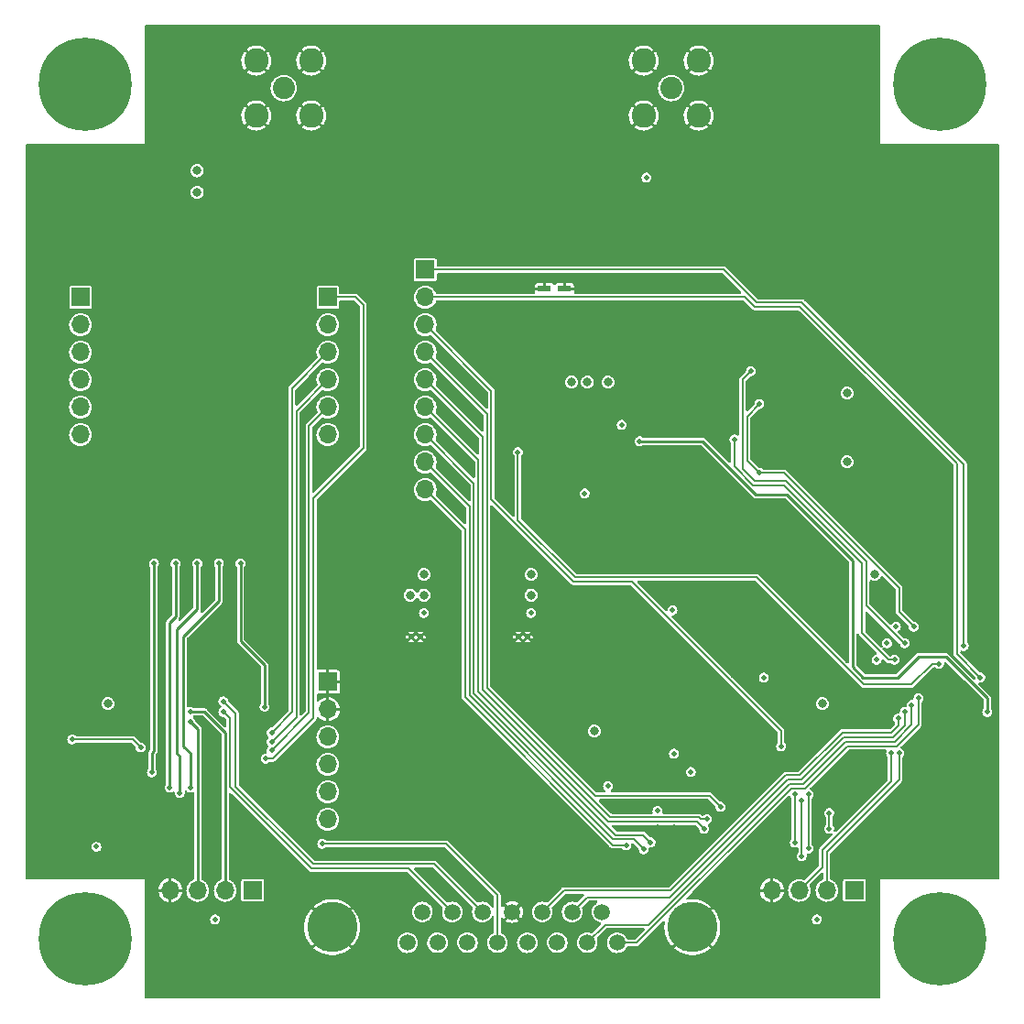
<source format=gbr>
%TF.GenerationSoftware,KiCad,Pcbnew,(6.0.8)*%
%TF.CreationDate,2023-01-23T00:48:41-08:00*%
%TF.ProjectId,RF_Board,52465f42-6f61-4726-942e-6b696361645f,rev?*%
%TF.SameCoordinates,Original*%
%TF.FileFunction,Copper,L4,Bot*%
%TF.FilePolarity,Positive*%
%FSLAX46Y46*%
G04 Gerber Fmt 4.6, Leading zero omitted, Abs format (unit mm)*
G04 Created by KiCad (PCBNEW (6.0.8)) date 2023-01-23 00:48:41*
%MOMM*%
%LPD*%
G01*
G04 APERTURE LIST*
%TA.AperFunction,ComponentPad*%
%ADD10R,1.700000X1.700000*%
%TD*%
%TA.AperFunction,ComponentPad*%
%ADD11O,1.700000X1.700000*%
%TD*%
%TA.AperFunction,ComponentPad*%
%ADD12C,4.650000*%
%TD*%
%TA.AperFunction,ComponentPad*%
%ADD13C,1.500000*%
%TD*%
%TA.AperFunction,ComponentPad*%
%ADD14C,0.499999*%
%TD*%
%TA.AperFunction,ComponentPad*%
%ADD15C,2.050000*%
%TD*%
%TA.AperFunction,ComponentPad*%
%ADD16C,2.250000*%
%TD*%
%TA.AperFunction,ComponentPad*%
%ADD17C,0.900000*%
%TD*%
%TA.AperFunction,ComponentPad*%
%ADD18C,8.600000*%
%TD*%
%TA.AperFunction,ComponentPad*%
%ADD19R,1.244600X0.609600*%
%TD*%
%TA.AperFunction,ViaPad*%
%ADD20C,0.508000*%
%TD*%
%TA.AperFunction,ViaPad*%
%ADD21C,0.800000*%
%TD*%
%TA.AperFunction,Conductor*%
%ADD22C,0.203200*%
%TD*%
%TA.AperFunction,Conductor*%
%ADD23C,0.254000*%
%TD*%
G04 APERTURE END LIST*
D10*
%TO.P,J6,1,Pin_1*%
%TO.N,/RFM_DIO3*%
X27949000Y-25168000D03*
D11*
%TO.P,J6,2,Pin_2*%
%TO.N,/RFM_DIO4*%
X27949000Y-27708000D03*
%TO.P,J6,3,Pin_3*%
%TO.N,/RFM_DIO0*%
X27949000Y-30248000D03*
%TO.P,J6,4,Pin_4*%
%TO.N,/RFM_DIO1*%
X27949000Y-32788000D03*
%TO.P,J6,5,Pin_5*%
%TO.N,/RFM_DIO2*%
X27949000Y-35328000D03*
%TO.P,J6,6,Pin_6*%
%TO.N,/RFM_DIO5*%
X27949000Y-37868000D03*
%TD*%
D10*
%TO.P,J9,1,Pin_1*%
%TO.N,/RFM_AUX_CSN*%
X36949000Y-22628000D03*
D11*
%TO.P,J9,2,Pin_2*%
%TO.N,/RFM_AUX_RST*%
X36949000Y-25168000D03*
%TO.P,J9,3,Pin_3*%
%TO.N,/RFM_AUX_DIO0*%
X36949000Y-27708000D03*
%TO.P,J9,4,Pin_4*%
%TO.N,/CC2500_CSN*%
X36949000Y-30248000D03*
%TO.P,J9,5,Pin_5*%
%TO.N,/GDO0*%
X36949000Y-32788000D03*
%TO.P,J9,6,Pin_6*%
%TO.N,/GDO2*%
X36949000Y-35328000D03*
%TO.P,J9,7,Pin_7*%
%TO.N,/CC2500_MISO*%
X36949000Y-37868000D03*
%TO.P,J9,8,Pin_8*%
%TO.N,/CC2500_SCLK*%
X36949000Y-40408000D03*
%TO.P,J9,9,Pin_9*%
%TO.N,/CC2500_MOSI*%
X36949000Y-42948000D03*
%TD*%
D12*
%TO.P,J8,MH2,MH2*%
%TO.N,GND*%
X61650000Y-83420000D03*
%TO.P,J8,MH1,MH1*%
X28350000Y-83420000D03*
D13*
%TO.P,J8,15,15*%
%TO.N,/3V3_IN*%
X53310000Y-82000000D03*
%TO.P,J8,14,14*%
%TO.N,/CC2500_RX_OVERFLOW*%
X50540000Y-82000000D03*
%TO.P,J8,13,13*%
%TO.N,/CC2500_TX_OVERFLOW*%
X47770000Y-82000000D03*
%TO.P,J8,12,12*%
%TO.N,GND*%
X45000000Y-82000000D03*
%TO.P,J8,11,11*%
%TO.N,/RFM_RX_OVERFLOW*%
X42230000Y-82000000D03*
%TO.P,J8,10,10*%
%TO.N,/RFM_TX_OVERFLOW*%
X39460000Y-82000000D03*
%TO.P,J8,9,9*%
%TO.N,/5V0_IN*%
X36690000Y-82000000D03*
%TO.P,J8,8,8*%
%TO.N,/CC2500_RX_EMPTY*%
X54695000Y-84840000D03*
%TO.P,J8,7,7*%
%TO.N,/CC2500_TX_EMPTY*%
X51925000Y-84840000D03*
%TO.P,J8,6,6*%
%TO.N,/CC2500_UART_RX*%
X49155000Y-84840000D03*
%TO.P,J8,5,5*%
%TO.N,/CC2500_UART_TX*%
X46385000Y-84840000D03*
%TO.P,J8,4,4*%
%TO.N,/RFM_RX_EMPTY*%
X43615000Y-84840000D03*
%TO.P,J8,3,3*%
%TO.N,/RFM_TX_EMPTY*%
X40845000Y-84840000D03*
%TO.P,J8,2,2*%
%TO.N,/RFM_UART_RX*%
X38075000Y-84840000D03*
%TO.P,J8,1,1*%
%TO.N,/RFM_UART_TX*%
X35305000Y-84840000D03*
%TD*%
D10*
%TO.P,J7,1,Pin_1*%
%TO.N,GND*%
X27949000Y-60728000D03*
D11*
%TO.P,J7,2,Pin_2*%
X27949000Y-63268000D03*
%TO.P,J7,3,Pin_3*%
%TO.N,+5V*%
X27949000Y-65808000D03*
%TO.P,J7,4,Pin_4*%
X27949000Y-68348000D03*
%TO.P,J7,5,Pin_5*%
%TO.N,unconnected-(J7-Pad5)*%
X27949000Y-70888000D03*
%TO.P,J7,6,Pin_6*%
%TO.N,unconnected-(J7-Pad6)*%
X27949000Y-73428000D03*
%TD*%
D10*
%TO.P,J5,1,Pin_1*%
%TO.N,/RFM_RST*%
X5089000Y-25168000D03*
D11*
%TO.P,J5,2,Pin_2*%
%TO.N,/RFM_CSN*%
X5089000Y-27708000D03*
%TO.P,J5,3,Pin_3*%
%TO.N,/RFM_SCLK*%
X5089000Y-30248000D03*
%TO.P,J5,4,Pin_4*%
%TO.N,/RFM_MOSI*%
X5089000Y-32788000D03*
%TO.P,J5,5,Pin_5*%
%TO.N,/RFM_MISO*%
X5089000Y-35328000D03*
%TO.P,J5,6,Pin_6*%
%TO.N,/RFM_3V3_OUT*%
X5089000Y-37868000D03*
%TD*%
D14*
%TO.P,U15,V*%
%TO.N,GND*%
X35681004Y-56581000D03*
X36481002Y-56581000D03*
%TD*%
%TO.P,U14,V*%
%TO.N,GND*%
X46387002Y-56580999D03*
X45587004Y-56580999D03*
%TD*%
D15*
%TO.P,J3,1,In*%
%TO.N,Net-(J3-Pad1)*%
X23876000Y-5842000D03*
D16*
%TO.P,J3,2,Ext*%
%TO.N,GND*%
X26416000Y-8382000D03*
X21336000Y-3302000D03*
X21336000Y-8382000D03*
X26416000Y-3302000D03*
%TD*%
D17*
%TO.P,H3,1,1*%
%TO.N,Net-(H3-Pad1)*%
X2275000Y-84500000D03*
X8725000Y-84500000D03*
X7780419Y-86780419D03*
X7780419Y-82219581D03*
X5500000Y-87725000D03*
X5500000Y-81275000D03*
X3219581Y-86780419D03*
D18*
X5500000Y-84500000D03*
D17*
X3219581Y-82219581D03*
%TD*%
%TO.P,H4,1,1*%
%TO.N,Net-(H4-Pad1)*%
X86780419Y-82219581D03*
X81275000Y-84500000D03*
X87725000Y-84500000D03*
X86780419Y-86780419D03*
X84500000Y-87725000D03*
X84500000Y-81275000D03*
X82219581Y-82219581D03*
D18*
X84500000Y-84500000D03*
D17*
X82219581Y-86780419D03*
%TD*%
%TO.P,H2,1,1*%
%TO.N,Net-(H2-Pad1)*%
X2275000Y-5500000D03*
X3219581Y-3219581D03*
X7780419Y-3219581D03*
X3219581Y-7780419D03*
X8725000Y-5500000D03*
D18*
X5500000Y-5500000D03*
D17*
X7780419Y-7780419D03*
X5500000Y-8725000D03*
X5500000Y-2275000D03*
%TD*%
D10*
%TO.P,J2,1,Pin_1*%
%TO.N,+3.3V*%
X76620000Y-80000000D03*
D11*
%TO.P,J2,2,Pin_2*%
%TO.N,/CC2500_SBWTCK*%
X74080000Y-80000000D03*
%TO.P,J2,3,Pin_3*%
%TO.N,/CC2500_SBWTDIO*%
X71540000Y-80000000D03*
%TO.P,J2,4,Pin_4*%
%TO.N,GND*%
X69000000Y-80000000D03*
%TD*%
D15*
%TO.P,J1,1,In*%
%TO.N,Net-(C24-Pad2)*%
X59690000Y-5842000D03*
D16*
%TO.P,J1,2,Ext*%
%TO.N,GND*%
X57150000Y-8382000D03*
X57150000Y-3302000D03*
X62230000Y-3302000D03*
X62230000Y-8382000D03*
%TD*%
D19*
%TO.P,U8,2,GND*%
%TO.N,GND*%
X49822100Y-24409400D03*
%TO.P,U8,4,GND*%
X47967900Y-24409400D03*
%TD*%
D10*
%TO.P,J4,1,Pin_1*%
%TO.N,+3.3V*%
X21000000Y-80000000D03*
D11*
%TO.P,J4,2,Pin_2*%
%TO.N,/RFM_SBWTCK*%
X18460000Y-80000000D03*
%TO.P,J4,3,Pin_3*%
%TO.N,/RFM_SBWTDIO*%
X15920000Y-80000000D03*
%TO.P,J4,4,Pin_4*%
%TO.N,GND*%
X13380000Y-80000000D03*
%TD*%
D18*
%TO.P,H1,1,1*%
%TO.N,Net-(H1-Pad1)*%
X84500000Y-5500000D03*
D17*
X86780419Y-7780419D03*
X82219581Y-7780419D03*
X82219581Y-3219581D03*
X84500000Y-2275000D03*
X87725000Y-5500000D03*
X86780419Y-3219581D03*
X84500000Y-8725000D03*
X81275000Y-5500000D03*
%TD*%
D20*
%TO.N,GND*%
X53848000Y-71908000D03*
D21*
X49628000Y-65278000D03*
D20*
X52298000Y-67360000D03*
X9652000Y-61188000D03*
X75692000Y-61188000D03*
X74168000Y-38836000D03*
X74168000Y-32486000D03*
X56804000Y-68650000D03*
X58004000Y-68650000D03*
X58004000Y-69850000D03*
X56804000Y-69850000D03*
X57009564Y-48164215D03*
X47595000Y-29010000D03*
X50525200Y-44923900D03*
X53058000Y-48798000D03*
X54130000Y-19020000D03*
X51306666Y-19020000D03*
X47244000Y-25908000D03*
X64290000Y-21620000D03*
X58958000Y-56656000D03*
X70128497Y-22256215D03*
X59607998Y-49707800D03*
X47953004Y-32191282D03*
X12700000Y-34290000D03*
X56415001Y-19020000D03*
X50800000Y-45974000D03*
X70132434Y-44291791D03*
X59606432Y-48291785D03*
D21*
X48260000Y-38100000D03*
X63300149Y-69137869D03*
D20*
X59720000Y-62428000D03*
X13825000Y-84500000D03*
X17780000Y-31750000D03*
X67535566Y-44164209D03*
X55908000Y-63500000D03*
X46993040Y-30891282D03*
X50225200Y-48798000D03*
X53058000Y-46198000D03*
X47935000Y-27966000D03*
X70130063Y-26932350D03*
X68580000Y-39339000D03*
X67530063Y-26932350D03*
X50546000Y-25908000D03*
D21*
X75946000Y-32136000D03*
D20*
X55058000Y-49707800D03*
X70130063Y-30873558D03*
X70104000Y-35560000D03*
X72307000Y-64414400D03*
D21*
X21876000Y-14478000D03*
D20*
X48768000Y-48006000D03*
D21*
X49530000Y-38100000D03*
D20*
X65528799Y-47528000D03*
X59309000Y-20574000D03*
X70130063Y-28428000D03*
X58958000Y-59436000D03*
X54356000Y-48895000D03*
D21*
X48260000Y-36830000D03*
D20*
X54130000Y-21620000D03*
X47554000Y-34290000D03*
D21*
X23876000Y-49784000D03*
X66057865Y-68784315D03*
D20*
X69477763Y-24384000D03*
X64223599Y-47528000D03*
X55568000Y-64520000D03*
D21*
X53848000Y-30070000D03*
D20*
X17780000Y-26670000D03*
X56565001Y-21620000D03*
X64290000Y-19020000D03*
X48133000Y-40640000D03*
X17780000Y-34290000D03*
X12700000Y-31750000D03*
X58040002Y-21620000D03*
X52818333Y-21620000D03*
X5943000Y-64414400D03*
X47595000Y-21320000D03*
X60706000Y-20574000D03*
D21*
X48636000Y-52705000D03*
D20*
X12700000Y-29210000D03*
X58618000Y-60325000D03*
D21*
X38113000Y-59195000D03*
D20*
X17780000Y-29210000D03*
X67530063Y-30873558D03*
X58420000Y-74195000D03*
X55854000Y-14097000D03*
X68501240Y-47073256D03*
X47925200Y-46498000D03*
X58958000Y-58466000D03*
X50236000Y-34290000D03*
X15240000Y-31750000D03*
X50546000Y-26924000D03*
X55090000Y-21620000D03*
X50084875Y-31412638D03*
X68497305Y-19474742D03*
X47925200Y-44923900D03*
X57462741Y-46560757D03*
X50195000Y-29010000D03*
D21*
X73660000Y-59788000D03*
D20*
X5943000Y-67157600D03*
X60244213Y-44929566D03*
X61613198Y-44928000D03*
D21*
X38730000Y-52705000D03*
D20*
X13825000Y-5500000D03*
X64223599Y-44928000D03*
D21*
X7620000Y-59778000D03*
D20*
X58618000Y-57550000D03*
X51689000Y-44857000D03*
X55358000Y-46198000D03*
X67531629Y-22383785D03*
X56358000Y-56656000D03*
X56358000Y-58466000D03*
X50292000Y-41910000D03*
X48260000Y-19812000D03*
X65250000Y-19020000D03*
D21*
X48273000Y-59195000D03*
D20*
X76175000Y-5500000D03*
X69679253Y-45895245D03*
X61361500Y-54102000D03*
X62918398Y-47528000D03*
X67530063Y-28428000D03*
X50195000Y-27966000D03*
X56358000Y-59436000D03*
X60371783Y-47526434D03*
X85533000Y-43180000D03*
X68580000Y-33020000D03*
X15240000Y-24130000D03*
X15240000Y-29210000D03*
X55090000Y-19020000D03*
X66893848Y-19021566D03*
X49895000Y-19020000D03*
X12700000Y-26670000D03*
X10668000Y-64770000D03*
X15240000Y-34290000D03*
X66897785Y-47526433D03*
X70130063Y-31991300D03*
X61613198Y-47528000D03*
X69675319Y-20652757D03*
X47244000Y-26924000D03*
D21*
X49530000Y-36830000D03*
D20*
X59944000Y-74195000D03*
X76175000Y-84500000D03*
X50292000Y-40640000D03*
X12700000Y-24130000D03*
X70104000Y-36830000D03*
X51943000Y-31470000D03*
X17780000Y-24130000D03*
D21*
X75946000Y-38486000D03*
D20*
X51506666Y-21620000D03*
X65528799Y-44928000D03*
X57404000Y-69250000D03*
X48133000Y-41910000D03*
X72307000Y-67157600D03*
X61976000Y-19050000D03*
X67564000Y-36830000D03*
X56659000Y-36957000D03*
X66766278Y-21618434D03*
X52098000Y-48798000D03*
X65250000Y-21620000D03*
X66770215Y-44929565D03*
X58039000Y-19050000D03*
X58640755Y-45382743D03*
X62918398Y-44928000D03*
X76899416Y-64793371D03*
X55568000Y-62461000D03*
X52718333Y-19020000D03*
X50195000Y-29980000D03*
X61990000Y-21620000D03*
X59720000Y-65480000D03*
X55568000Y-65480000D03*
X52098000Y-46198000D03*
X15240000Y-26670000D03*
X68182363Y-24384000D03*
X59390000Y-63500000D03*
X59720000Y-64520000D03*
%TO.N,+5V*%
X57404000Y-14097000D03*
X55109000Y-36957000D03*
D21*
X15876000Y-15478000D03*
X36830000Y-52705000D03*
X35560000Y-52705000D03*
X75946000Y-40386000D03*
X36830000Y-50800000D03*
X75946000Y-34036000D03*
X53848000Y-33020000D03*
X15875000Y-13478000D03*
X50470000Y-33020000D03*
D20*
X59811499Y-54102000D03*
D21*
X51943000Y-33020000D03*
D20*
X51689000Y-43307000D03*
X36830000Y-54356000D03*
%TO.N,/PA_VDET*%
X56769000Y-38481000D03*
X88900000Y-63520000D03*
%TO.N,+3.3V*%
X58420000Y-72645000D03*
D21*
X46736000Y-50800000D03*
D20*
X80455000Y-55626000D03*
X53848000Y-70358000D03*
X59944000Y-67362500D03*
X68250000Y-60325000D03*
D21*
X7620000Y-62738000D03*
D20*
X6547500Y-75971000D03*
X78677000Y-58674000D03*
D21*
X46736000Y-52705000D03*
X52578000Y-65278000D03*
D20*
X17525000Y-82677000D03*
D21*
X73660000Y-62738000D03*
D20*
X61497476Y-69058524D03*
X46736000Y-54356000D03*
X79634000Y-57150000D03*
D21*
X78486000Y-50800000D03*
D20*
X73151000Y-82677000D03*
%TO.N,/CC2500_SBWTCK*%
X80772000Y-67310000D03*
%TO.N,/CC2500_SBWTDIO*%
X80010000Y-67310000D03*
%TO.N,/RFM_SBWTCK*%
X15240000Y-63500000D03*
%TO.N,/RFM_SBWTDIO*%
X15240000Y-64389000D03*
%TO.N,/RFM_RST*%
X19876000Y-49784000D03*
X22098000Y-63020000D03*
%TO.N,/RFM_CSN*%
X17876000Y-49784000D03*
X15240000Y-70485000D03*
%TO.N,/RFM_SCLK*%
X15876000Y-49784000D03*
X14260000Y-70993000D03*
%TO.N,/RFM_MOSI*%
X13335000Y-70485000D03*
X13876000Y-49784000D03*
%TO.N,/RFM_MISO*%
X11684000Y-69088000D03*
X11876000Y-49784000D03*
%TO.N,/RFM_DIO5*%
X10656485Y-66790485D03*
X4318000Y-66040000D03*
%TO.N,/RFM_DIO2*%
X22754748Y-67049192D03*
%TO.N,/RFM_DIO1*%
X22754748Y-66264162D03*
%TO.N,/RFM_DIO0*%
X22754748Y-65405000D03*
%TO.N,/RFM_DIO3*%
X22225000Y-67818000D03*
%TO.N,/RFM_RX_EMPTY*%
X27432000Y-75692000D03*
%TO.N,/CC2500_RX_EMPTY*%
X82550000Y-62230000D03*
%TO.N,/CC2500_TX_EMPTY*%
X81915000Y-62865000D03*
%TO.N,/RFM_RX_OVERFLOW*%
X18288000Y-62520000D03*
%TO.N,/RFM_TX_OVERFLOW*%
X18288000Y-63500000D03*
%TO.N,/CC2500_RX_OVERFLOW*%
X81280000Y-63500000D03*
%TO.N,/CC2500_TX_OVERFLOW*%
X80662603Y-64117397D03*
%TO.N,/CC2500_MOSI*%
X71755000Y-76835000D03*
X71755000Y-71721384D03*
X55516500Y-75836500D03*
%TO.N,/PA_EN*%
X45518000Y-39497000D03*
X84455000Y-59055000D03*
%TO.N,/LNA_SD*%
X67829800Y-41402000D03*
X82105000Y-55626000D03*
X67829800Y-35052000D03*
%TO.N,/LNA_BP_A*%
X80327000Y-58674000D03*
X65532000Y-38310300D03*
%TO.N,/LNA_BP_B*%
X81284000Y-57150000D03*
X67056000Y-32004000D03*
%TO.N,/RFM_AUX_DIO0*%
X69850000Y-66675000D03*
%TO.N,/RFM_AUX_RST*%
X88265000Y-60325000D03*
%TO.N,/RFM_AUX_CSN*%
X86741000Y-57404000D03*
%TO.N,/CC2500_SCLK*%
X72390000Y-71120000D03*
X72390000Y-76124984D03*
X57150000Y-76200000D03*
%TO.N,/CC2500_MISO*%
X57785000Y-75565000D03*
X71120000Y-75565000D03*
X71120000Y-71120000D03*
%TO.N,/CC2500_CSN*%
X64248516Y-72276484D03*
%TO.N,/GDO2*%
X74295000Y-72850900D03*
X74295000Y-74295000D03*
X62738000Y-74295000D03*
%TO.N,/GDO0*%
X62992000Y-73406000D03*
%TD*%
D22*
%TO.N,/GDO0*%
X62249410Y-73236200D02*
X62419210Y-73406000D01*
X62419210Y-73406000D02*
X62992000Y-73406000D01*
X54056620Y-73236200D02*
X62249410Y-73236200D01*
X36949000Y-32788000D02*
X42252800Y-38091800D01*
X42252800Y-38091800D02*
X42252800Y-61432380D01*
X42252800Y-61432380D02*
X54056620Y-73236200D01*
%TO.N,/GDO2*%
X41849600Y-61599390D02*
X41849600Y-40228600D01*
X62082400Y-73639400D02*
X53889610Y-73639400D01*
X62738000Y-74295000D02*
X62082400Y-73639400D01*
X53889610Y-73639400D02*
X41849600Y-61599390D01*
X41849600Y-40228600D02*
X36949000Y-35328000D01*
%TO.N,/CC2500_CSN*%
X42656000Y-35955000D02*
X36949000Y-30248000D01*
X42656000Y-61265370D02*
X42656000Y-35955000D01*
X52637630Y-71247000D02*
X42656000Y-61265370D01*
X63219032Y-71247000D02*
X52637630Y-71247000D01*
X64248516Y-72276484D02*
X63219032Y-71247000D01*
D23*
%TO.N,/PA_VDET*%
X76454000Y-49530000D02*
X76454000Y-59337868D01*
X80645000Y-60325000D02*
X82550000Y-58420000D01*
X82550000Y-58420000D02*
X85090000Y-58420000D01*
X76454000Y-59337868D02*
X77441132Y-60325000D01*
X56769000Y-38481000D02*
X62570606Y-38481000D01*
X70358000Y-43434000D02*
X76454000Y-49530000D01*
X62570606Y-38481000D02*
X67523606Y-43434000D01*
X88900000Y-62230000D02*
X88900000Y-63520000D01*
X77441132Y-60325000D02*
X80645000Y-60325000D01*
X85090000Y-58420000D02*
X88900000Y-62230000D01*
X67523606Y-43434000D02*
X70358000Y-43434000D01*
D22*
%TO.N,/CC2500_SBWTCK*%
X80772000Y-67310000D02*
X80772000Y-69723000D01*
X80772000Y-69723000D02*
X74080000Y-76415000D01*
X74080000Y-76415000D02*
X74080000Y-80000000D01*
%TO.N,/CC2500_SBWTDIO*%
X80010000Y-69914790D02*
X73676800Y-76247990D01*
X73676800Y-77863200D02*
X71540000Y-80000000D01*
X73676800Y-76247990D02*
X73676800Y-77863200D01*
X80010000Y-67310000D02*
X80010000Y-69914790D01*
D23*
%TO.N,/RFM_SBWTCK*%
X18460000Y-65450000D02*
X18460000Y-80000000D01*
X16510000Y-63500000D02*
X18460000Y-65450000D01*
X15240000Y-63500000D02*
X16510000Y-63500000D01*
%TO.N,/RFM_SBWTDIO*%
X15240000Y-64389000D02*
X15920000Y-65069000D01*
X15920000Y-65069000D02*
X15920000Y-80000000D01*
%TO.N,/RFM_RST*%
X22098000Y-59182000D02*
X22098000Y-63020000D01*
X19876000Y-49784000D02*
X19876000Y-56960000D01*
X19876000Y-56960000D02*
X22098000Y-59182000D01*
%TO.N,/RFM_CSN*%
X14605000Y-66675000D02*
X14605000Y-56515000D01*
X14605000Y-56515000D02*
X17876000Y-53244000D01*
X17876000Y-53244000D02*
X17876000Y-49784000D01*
X15240000Y-70485000D02*
X15240000Y-67310000D01*
X15240000Y-67310000D02*
X14605000Y-66675000D01*
%TO.N,/RFM_SCLK*%
X14260000Y-67600000D02*
X13970000Y-67310000D01*
X13970000Y-67310000D02*
X13970000Y-55880000D01*
X13970000Y-55880000D02*
X15876000Y-53974000D01*
X15876000Y-53974000D02*
X15876000Y-49784000D01*
X14260000Y-70993000D02*
X14260000Y-67600000D01*
%TO.N,/RFM_MOSI*%
X13335000Y-70485000D02*
X13335000Y-55245000D01*
X13335000Y-55245000D02*
X13876000Y-54704000D01*
X13876000Y-54704000D02*
X13876000Y-49784000D01*
%TO.N,/RFM_MISO*%
X11876000Y-67118000D02*
X11876000Y-49784000D01*
X11684000Y-69088000D02*
X11684000Y-67310000D01*
X11684000Y-67310000D02*
X11876000Y-67118000D01*
D22*
%TO.N,/RFM_DIO5*%
X9906000Y-66040000D02*
X10656485Y-66790485D01*
X4318000Y-66040000D02*
X9906000Y-66040000D01*
%TO.N,/RFM_DIO2*%
X22754748Y-67049192D02*
X26206400Y-63597540D01*
X26206400Y-63597540D02*
X26206400Y-37070600D01*
X26206400Y-37070600D02*
X27949000Y-35328000D01*
%TO.N,/RFM_DIO1*%
X22754748Y-66264162D02*
X25041200Y-63977710D01*
X25041200Y-63977710D02*
X25041200Y-35695800D01*
X25041200Y-35695800D02*
X27949000Y-32788000D01*
%TO.N,/RFM_DIO0*%
X24638000Y-63521748D02*
X24638000Y-33559000D01*
X24638000Y-33559000D02*
X27949000Y-30248000D01*
X22754748Y-65405000D02*
X24638000Y-63521748D01*
%TO.N,/RFM_DIO3*%
X26609600Y-43748400D02*
X31242000Y-39116000D01*
X31242000Y-25908000D02*
X30502000Y-25168000D01*
X30502000Y-25168000D02*
X27949000Y-25168000D01*
X26609600Y-64068400D02*
X26609600Y-43748400D01*
X22860000Y-67818000D02*
X26609600Y-64068400D01*
X31242000Y-39116000D02*
X31242000Y-25908000D01*
X22225000Y-67818000D02*
X22860000Y-67818000D01*
%TO.N,/RFM_RX_EMPTY*%
X43615000Y-80445000D02*
X38862000Y-75692000D01*
X43615000Y-84840000D02*
X43615000Y-80445000D01*
X38862000Y-75692000D02*
X27432000Y-75692000D01*
%TO.N,/CC2500_RX_EMPTY*%
X70791026Y-70564400D02*
X56515426Y-84840000D01*
X56515426Y-84840000D02*
X54695000Y-84840000D01*
X80515420Y-66675000D02*
X75946000Y-66675000D01*
X72056600Y-70564400D02*
X70791026Y-70564400D01*
X82550000Y-64640420D02*
X80515420Y-66675000D01*
X82550000Y-62230000D02*
X82550000Y-64640420D01*
X75946000Y-66675000D02*
X72056600Y-70564400D01*
%TO.N,/CC2500_TX_EMPTY*%
X70624016Y-70161200D02*
X57600216Y-83185000D01*
X81915000Y-64705210D02*
X80348410Y-66271800D01*
X57600216Y-83185000D02*
X53580000Y-83185000D01*
X75778990Y-66271800D02*
X71889590Y-70161200D01*
X71889590Y-70161200D02*
X70624016Y-70161200D01*
X81915000Y-62865000D02*
X81915000Y-64705210D01*
X80348410Y-66271800D02*
X75778990Y-66271800D01*
X53580000Y-83185000D02*
X51925000Y-84840000D01*
%TO.N,/RFM_RX_OVERFLOW*%
X26583010Y-77574800D02*
X37804800Y-77574800D01*
X37804800Y-77574800D02*
X42230000Y-82000000D01*
X19431000Y-70422790D02*
X26583010Y-77574800D01*
X18288000Y-62520000D02*
X19431000Y-63663000D01*
X19431000Y-63663000D02*
X19431000Y-70422790D01*
%TO.N,/RFM_TX_OVERFLOW*%
X18888600Y-64100600D02*
X18288000Y-63500000D01*
X39460000Y-82000000D02*
X35438000Y-77978000D01*
X35438000Y-77978000D02*
X26416000Y-77978000D01*
X18888600Y-70450600D02*
X18888600Y-64100600D01*
X26416000Y-77978000D02*
X18888600Y-70450600D01*
%TO.N,/CC2500_RX_OVERFLOW*%
X81280000Y-63500000D02*
X81280000Y-64770000D01*
X80181400Y-65868600D02*
X75611980Y-65868600D01*
X75611980Y-65868600D02*
X71722580Y-69758000D01*
X51895000Y-80645000D02*
X50540000Y-82000000D01*
X59570006Y-80645000D02*
X51895000Y-80645000D01*
X70457006Y-69758000D02*
X59570006Y-80645000D01*
X81280000Y-64770000D02*
X80181400Y-65868600D01*
X71722580Y-69758000D02*
X70457006Y-69758000D01*
%TO.N,/CC2500_TX_OVERFLOW*%
X70289996Y-69354800D02*
X59634796Y-80010000D01*
X71555570Y-69354800D02*
X70289996Y-69354800D01*
X80662603Y-64752397D02*
X80010000Y-65405000D01*
X49760000Y-80010000D02*
X47770000Y-82000000D01*
X80662603Y-64117397D02*
X80662603Y-64752397D01*
X59634796Y-80010000D02*
X49760000Y-80010000D01*
X75505370Y-65405000D02*
X71555570Y-69354800D01*
X80010000Y-65405000D02*
X75505370Y-65405000D01*
%TO.N,/CC2500_MOSI*%
X36949000Y-42948000D02*
X40640000Y-46639000D01*
X40640000Y-62165210D02*
X54311290Y-75836500D01*
X54311290Y-75836500D02*
X55516500Y-75836500D01*
X40640000Y-46639000D02*
X40640000Y-62165210D01*
X71755000Y-76835000D02*
X71755000Y-71721384D01*
%TO.N,/PA_EN*%
X81915000Y-60960000D02*
X77470000Y-60960000D01*
X83820000Y-59055000D02*
X81915000Y-60960000D01*
X84455000Y-59055000D02*
X83820000Y-59055000D01*
X45518000Y-45772000D02*
X45518000Y-39497000D01*
X67564000Y-51054000D02*
X50800000Y-51054000D01*
X50800000Y-51054000D02*
X45518000Y-45772000D01*
X77470000Y-60960000D02*
X67564000Y-51054000D01*
%TO.N,/LNA_SD*%
X67829800Y-41402000D02*
X66697200Y-40269400D01*
X66697200Y-40269400D02*
X66697200Y-36184600D01*
X66697200Y-36184600D02*
X67829800Y-35052000D01*
X70116134Y-41402000D02*
X67829800Y-41402000D01*
X80772000Y-52057866D02*
X70116134Y-41402000D01*
X82105000Y-55626000D02*
X80772000Y-54293000D01*
X80772000Y-54293000D02*
X80772000Y-52057866D01*
%TO.N,/LNA_BP_A*%
X77320800Y-49747086D02*
X70140914Y-42567200D01*
X77320800Y-56238800D02*
X77320800Y-49747086D01*
X80327000Y-58674000D02*
X79756000Y-58674000D01*
X79756000Y-58674000D02*
X77320800Y-56238800D01*
X70140914Y-42567200D02*
X67262937Y-42567200D01*
X65532000Y-40836262D02*
X65532000Y-38310300D01*
X67262937Y-42567200D02*
X65532000Y-40836262D01*
%TO.N,/LNA_BP_B*%
X81193262Y-57150000D02*
X77724000Y-53680738D01*
X77724000Y-49580076D02*
X70307924Y-42164000D01*
X77724000Y-53680738D02*
X77724000Y-49580076D01*
X66294000Y-41028052D02*
X66294000Y-32766000D01*
X70307924Y-42164000D02*
X67429948Y-42164000D01*
X66294000Y-32766000D02*
X67056000Y-32004000D01*
X67429948Y-42164000D02*
X66294000Y-41028052D01*
X81284000Y-57150000D02*
X81193262Y-57150000D01*
%TO.N,/RFM_AUX_DIO0*%
X69850000Y-65278000D02*
X69850000Y-66675000D01*
X43059200Y-43883410D02*
X50632990Y-51457200D01*
X56029200Y-51457200D02*
X69850000Y-65278000D01*
X50632990Y-51457200D02*
X56029200Y-51457200D01*
X36949000Y-27708000D02*
X43059200Y-33818200D01*
X43059200Y-33818200D02*
X43059200Y-43883410D01*
%TO.N,/RFM_AUX_RST*%
X71587990Y-26057200D02*
X86106000Y-40575210D01*
X86106000Y-40575210D02*
X86106000Y-58166000D01*
X66507790Y-25168000D02*
X67396989Y-26057200D01*
X36949000Y-25168000D02*
X66507790Y-25168000D01*
X67396989Y-26057200D02*
X71587990Y-26057200D01*
X86106000Y-58166000D02*
X88265000Y-60325000D01*
%TO.N,/RFM_AUX_CSN*%
X86741000Y-57404000D02*
X86741000Y-40640000D01*
X64538000Y-22628000D02*
X36949000Y-22628000D01*
X67564000Y-25654000D02*
X64538000Y-22628000D01*
X86741000Y-40640000D02*
X71755000Y-25654000D01*
X71755000Y-25654000D02*
X67564000Y-25654000D01*
%TO.N,/CC2500_SCLK*%
X36949000Y-40408000D02*
X41043200Y-44502200D01*
X41043200Y-61998200D02*
X54325900Y-75280900D01*
X54325900Y-75280900D02*
X56230900Y-75280900D01*
X41043200Y-44502200D02*
X41043200Y-61998200D01*
X56230900Y-75280900D02*
X57150000Y-76200000D01*
X72390000Y-76124984D02*
X72390000Y-71120000D01*
%TO.N,/CC2500_MISO*%
X41446400Y-42365400D02*
X41446400Y-61766400D01*
X41446400Y-61766400D02*
X54557700Y-74877700D01*
X54557700Y-74877700D02*
X57097700Y-74877700D01*
X57097700Y-74877700D02*
X57785000Y-75565000D01*
X36949000Y-37868000D02*
X41446400Y-42365400D01*
X71120000Y-75565000D02*
X71120000Y-71120000D01*
%TO.N,/GDO2*%
X74295000Y-74295000D02*
X74295000Y-72850900D01*
%TD*%
%TA.AperFunction,Conductor*%
%TO.N,GND*%
G36*
X78942121Y-21002D02*
G01*
X78988614Y-74658D01*
X79000000Y-127000D01*
X79000000Y-11000000D01*
X89873000Y-11000000D01*
X89941121Y-11020002D01*
X89987614Y-11073658D01*
X89999000Y-11126000D01*
X89999000Y-78874000D01*
X89978998Y-78942121D01*
X89925342Y-78988614D01*
X89873000Y-79000000D01*
X79000000Y-79000000D01*
X79000000Y-89873000D01*
X78979998Y-89941121D01*
X78926342Y-89987614D01*
X78874000Y-89999000D01*
X11126000Y-89999000D01*
X11057879Y-89978998D01*
X11011386Y-89925342D01*
X11000000Y-89873000D01*
X11000000Y-85332641D01*
X26623294Y-85332641D01*
X26623349Y-85333421D01*
X26628701Y-85341468D01*
X26699947Y-85408373D01*
X26706037Y-85413411D01*
X26962162Y-85599496D01*
X26968844Y-85603736D01*
X27246282Y-85756260D01*
X27253417Y-85759617D01*
X27547786Y-85876166D01*
X27555312Y-85878611D01*
X27861949Y-85957342D01*
X27869720Y-85958825D01*
X28183812Y-85998503D01*
X28191702Y-85999000D01*
X28508298Y-85999000D01*
X28516188Y-85998503D01*
X28830280Y-85958825D01*
X28838051Y-85957342D01*
X29144688Y-85878611D01*
X29152214Y-85876166D01*
X29446583Y-85759617D01*
X29453718Y-85756260D01*
X29731156Y-85603736D01*
X29737838Y-85599496D01*
X29993963Y-85413411D01*
X30000053Y-85408373D01*
X30068698Y-85343911D01*
X30076745Y-85330215D01*
X30076713Y-85329433D01*
X30071616Y-85321221D01*
X28362812Y-83612417D01*
X28348868Y-83604803D01*
X28347035Y-83604934D01*
X28340420Y-83609185D01*
X26630908Y-85318697D01*
X26623294Y-85332641D01*
X11000000Y-85332641D01*
X11000000Y-83423958D01*
X25766150Y-83423958D01*
X25786028Y-83739910D01*
X25787021Y-83747771D01*
X25846341Y-84058738D01*
X25848312Y-84066415D01*
X25946140Y-84367497D01*
X25949055Y-84374860D01*
X26083849Y-84661313D01*
X26087661Y-84668246D01*
X26257294Y-84935544D01*
X26261945Y-84941947D01*
X26425383Y-85139510D01*
X26437900Y-85147964D01*
X26448638Y-85141757D01*
X28157583Y-83432812D01*
X28163961Y-83421132D01*
X28534803Y-83421132D01*
X28534934Y-83422965D01*
X28539185Y-83429580D01*
X30250259Y-85140654D01*
X30263522Y-85147896D01*
X30273624Y-85140710D01*
X30438055Y-84941947D01*
X30442706Y-84935544D01*
X30511803Y-84826665D01*
X34349994Y-84826665D01*
X34365592Y-85012414D01*
X34367291Y-85018339D01*
X34404441Y-85147896D01*
X34416971Y-85191595D01*
X34419790Y-85197080D01*
X34487811Y-85329433D01*
X34502176Y-85357385D01*
X34617959Y-85503468D01*
X34759912Y-85624279D01*
X34922627Y-85715217D01*
X35099907Y-85772819D01*
X35284998Y-85794890D01*
X35291133Y-85794418D01*
X35291135Y-85794418D01*
X35464710Y-85781062D01*
X35464715Y-85781061D01*
X35470851Y-85780589D01*
X35476781Y-85778933D01*
X35476783Y-85778933D01*
X35644459Y-85732117D01*
X35644458Y-85732117D01*
X35650387Y-85730462D01*
X35816768Y-85646417D01*
X35841255Y-85627286D01*
X35958794Y-85535454D01*
X35958795Y-85535453D01*
X35963655Y-85531656D01*
X36085454Y-85390550D01*
X36113337Y-85341468D01*
X36174479Y-85233837D01*
X36177526Y-85228474D01*
X36236364Y-85051601D01*
X36259727Y-84866668D01*
X36260099Y-84840000D01*
X36258791Y-84826665D01*
X37119994Y-84826665D01*
X37135592Y-85012414D01*
X37137291Y-85018339D01*
X37174441Y-85147896D01*
X37186971Y-85191595D01*
X37189790Y-85197080D01*
X37257811Y-85329433D01*
X37272176Y-85357385D01*
X37387959Y-85503468D01*
X37529912Y-85624279D01*
X37692627Y-85715217D01*
X37869907Y-85772819D01*
X38054998Y-85794890D01*
X38061133Y-85794418D01*
X38061135Y-85794418D01*
X38234710Y-85781062D01*
X38234715Y-85781061D01*
X38240851Y-85780589D01*
X38246781Y-85778933D01*
X38246783Y-85778933D01*
X38414459Y-85732117D01*
X38414458Y-85732117D01*
X38420387Y-85730462D01*
X38586768Y-85646417D01*
X38611255Y-85627286D01*
X38728794Y-85535454D01*
X38728795Y-85535453D01*
X38733655Y-85531656D01*
X38855454Y-85390550D01*
X38883337Y-85341468D01*
X38944479Y-85233837D01*
X38947526Y-85228474D01*
X39006364Y-85051601D01*
X39029727Y-84866668D01*
X39030099Y-84840000D01*
X39028791Y-84826665D01*
X39889994Y-84826665D01*
X39905592Y-85012414D01*
X39907291Y-85018339D01*
X39944441Y-85147896D01*
X39956971Y-85191595D01*
X39959790Y-85197080D01*
X40027811Y-85329433D01*
X40042176Y-85357385D01*
X40157959Y-85503468D01*
X40299912Y-85624279D01*
X40462627Y-85715217D01*
X40639907Y-85772819D01*
X40824998Y-85794890D01*
X40831133Y-85794418D01*
X40831135Y-85794418D01*
X41004710Y-85781062D01*
X41004715Y-85781061D01*
X41010851Y-85780589D01*
X41016781Y-85778933D01*
X41016783Y-85778933D01*
X41184459Y-85732117D01*
X41184458Y-85732117D01*
X41190387Y-85730462D01*
X41356768Y-85646417D01*
X41381255Y-85627286D01*
X41498794Y-85535454D01*
X41498795Y-85535453D01*
X41503655Y-85531656D01*
X41625454Y-85390550D01*
X41653337Y-85341468D01*
X41714479Y-85233837D01*
X41717526Y-85228474D01*
X41776364Y-85051601D01*
X41799727Y-84866668D01*
X41800099Y-84840000D01*
X41781909Y-84654487D01*
X41780128Y-84648588D01*
X41780127Y-84648583D01*
X41729814Y-84481939D01*
X41728033Y-84476040D01*
X41640522Y-84311456D01*
X41636632Y-84306686D01*
X41636629Y-84306682D01*
X41526605Y-84171780D01*
X41526602Y-84171777D01*
X41522710Y-84167005D01*
X41517056Y-84162327D01*
X41431649Y-84091672D01*
X41379085Y-84048187D01*
X41215116Y-83959529D01*
X41126082Y-83931969D01*
X41042936Y-83906231D01*
X41042933Y-83906230D01*
X41037049Y-83904409D01*
X41030924Y-83903765D01*
X41030923Y-83903765D01*
X40857796Y-83885568D01*
X40857795Y-83885568D01*
X40851668Y-83884924D01*
X40773549Y-83892033D01*
X40672171Y-83901259D01*
X40672168Y-83901260D01*
X40666032Y-83901818D01*
X40660122Y-83903557D01*
X40660119Y-83903558D01*
X40493129Y-83952707D01*
X40487214Y-83954448D01*
X40322023Y-84040807D01*
X40176752Y-84157608D01*
X40056935Y-84300401D01*
X40053971Y-84305793D01*
X40053968Y-84305797D01*
X39998500Y-84406694D01*
X39967135Y-84463746D01*
X39965274Y-84469613D01*
X39965273Y-84469615D01*
X39955319Y-84500995D01*
X39910772Y-84641424D01*
X39889994Y-84826665D01*
X39028791Y-84826665D01*
X39011909Y-84654487D01*
X39010128Y-84648588D01*
X39010127Y-84648583D01*
X38959814Y-84481939D01*
X38958033Y-84476040D01*
X38870522Y-84311456D01*
X38866632Y-84306686D01*
X38866629Y-84306682D01*
X38756605Y-84171780D01*
X38756602Y-84171777D01*
X38752710Y-84167005D01*
X38747056Y-84162327D01*
X38661649Y-84091672D01*
X38609085Y-84048187D01*
X38445116Y-83959529D01*
X38356082Y-83931969D01*
X38272936Y-83906231D01*
X38272933Y-83906230D01*
X38267049Y-83904409D01*
X38260924Y-83903765D01*
X38260923Y-83903765D01*
X38087796Y-83885568D01*
X38087795Y-83885568D01*
X38081668Y-83884924D01*
X38003549Y-83892033D01*
X37902171Y-83901259D01*
X37902168Y-83901260D01*
X37896032Y-83901818D01*
X37890122Y-83903557D01*
X37890119Y-83903558D01*
X37723129Y-83952707D01*
X37717214Y-83954448D01*
X37552023Y-84040807D01*
X37406752Y-84157608D01*
X37286935Y-84300401D01*
X37283971Y-84305793D01*
X37283968Y-84305797D01*
X37228500Y-84406694D01*
X37197135Y-84463746D01*
X37195274Y-84469613D01*
X37195273Y-84469615D01*
X37185319Y-84500995D01*
X37140772Y-84641424D01*
X37119994Y-84826665D01*
X36258791Y-84826665D01*
X36241909Y-84654487D01*
X36240128Y-84648588D01*
X36240127Y-84648583D01*
X36189814Y-84481939D01*
X36188033Y-84476040D01*
X36100522Y-84311456D01*
X36096632Y-84306686D01*
X36096629Y-84306682D01*
X35986605Y-84171780D01*
X35986602Y-84171777D01*
X35982710Y-84167005D01*
X35977056Y-84162327D01*
X35891649Y-84091672D01*
X35839085Y-84048187D01*
X35675116Y-83959529D01*
X35586082Y-83931969D01*
X35502936Y-83906231D01*
X35502933Y-83906230D01*
X35497049Y-83904409D01*
X35490924Y-83903765D01*
X35490923Y-83903765D01*
X35317796Y-83885568D01*
X35317795Y-83885568D01*
X35311668Y-83884924D01*
X35233549Y-83892033D01*
X35132171Y-83901259D01*
X35132168Y-83901260D01*
X35126032Y-83901818D01*
X35120122Y-83903557D01*
X35120119Y-83903558D01*
X34953129Y-83952707D01*
X34947214Y-83954448D01*
X34782023Y-84040807D01*
X34636752Y-84157608D01*
X34516935Y-84300401D01*
X34513971Y-84305793D01*
X34513968Y-84305797D01*
X34458500Y-84406694D01*
X34427135Y-84463746D01*
X34425274Y-84469613D01*
X34425273Y-84469615D01*
X34415319Y-84500995D01*
X34370772Y-84641424D01*
X34349994Y-84826665D01*
X30511803Y-84826665D01*
X30612339Y-84668246D01*
X30616151Y-84661313D01*
X30750945Y-84374860D01*
X30753860Y-84367497D01*
X30851688Y-84066415D01*
X30853659Y-84058738D01*
X30912979Y-83747771D01*
X30913972Y-83739910D01*
X30933850Y-83423958D01*
X30933850Y-83416042D01*
X30913972Y-83100090D01*
X30912979Y-83092229D01*
X30853659Y-82781262D01*
X30851688Y-82773585D01*
X30753860Y-82472503D01*
X30750945Y-82465140D01*
X30616151Y-82178687D01*
X30612339Y-82171754D01*
X30494878Y-81986665D01*
X35734994Y-81986665D01*
X35750592Y-82172414D01*
X35752291Y-82178339D01*
X35798012Y-82337787D01*
X35801971Y-82351595D01*
X35804790Y-82357080D01*
X35875374Y-82494420D01*
X35887176Y-82517385D01*
X36002959Y-82663468D01*
X36144912Y-82784279D01*
X36307627Y-82875217D01*
X36484907Y-82932819D01*
X36669998Y-82954890D01*
X36676133Y-82954418D01*
X36676135Y-82954418D01*
X36849710Y-82941062D01*
X36849715Y-82941061D01*
X36855851Y-82940589D01*
X36861781Y-82938933D01*
X36861783Y-82938933D01*
X36973742Y-82907673D01*
X37035387Y-82890462D01*
X37201768Y-82806417D01*
X37226255Y-82787286D01*
X37343794Y-82695454D01*
X37343795Y-82695453D01*
X37348655Y-82691656D01*
X37470454Y-82550550D01*
X37474885Y-82542751D01*
X37534515Y-82437782D01*
X37562526Y-82388474D01*
X37621364Y-82211601D01*
X37644727Y-82026668D01*
X37645099Y-82000000D01*
X37626909Y-81814487D01*
X37625128Y-81808588D01*
X37625127Y-81808583D01*
X37574814Y-81641939D01*
X37573033Y-81636040D01*
X37504612Y-81507359D01*
X37488416Y-81476898D01*
X37488413Y-81476894D01*
X37485522Y-81471456D01*
X37481632Y-81466686D01*
X37481629Y-81466682D01*
X37371605Y-81331780D01*
X37371602Y-81331777D01*
X37367710Y-81327005D01*
X37362056Y-81322327D01*
X37258024Y-81236264D01*
X37224085Y-81208187D01*
X37060116Y-81119529D01*
X36971083Y-81091969D01*
X36887936Y-81066231D01*
X36887933Y-81066230D01*
X36882049Y-81064409D01*
X36875924Y-81063765D01*
X36875923Y-81063765D01*
X36702796Y-81045568D01*
X36702795Y-81045568D01*
X36696668Y-81044924D01*
X36618549Y-81052033D01*
X36517171Y-81061259D01*
X36517168Y-81061260D01*
X36511032Y-81061818D01*
X36505122Y-81063557D01*
X36505119Y-81063558D01*
X36338129Y-81112707D01*
X36332214Y-81114448D01*
X36167023Y-81200807D01*
X36162223Y-81204667D01*
X36162222Y-81204667D01*
X36126817Y-81233134D01*
X36021752Y-81317608D01*
X35901935Y-81460401D01*
X35898971Y-81465793D01*
X35898968Y-81465797D01*
X35843500Y-81566694D01*
X35812135Y-81623746D01*
X35755772Y-81801424D01*
X35734994Y-81986665D01*
X30494878Y-81986665D01*
X30442706Y-81904456D01*
X30438055Y-81898053D01*
X30274617Y-81700490D01*
X30262100Y-81692036D01*
X30251362Y-81698243D01*
X28542417Y-83407188D01*
X28534803Y-83421132D01*
X28163961Y-83421132D01*
X28165197Y-83418868D01*
X28165066Y-83417035D01*
X28160815Y-83410420D01*
X26449741Y-81699346D01*
X26436478Y-81692104D01*
X26426376Y-81699290D01*
X26261945Y-81898053D01*
X26257294Y-81904456D01*
X26087661Y-82171754D01*
X26083849Y-82178687D01*
X25949055Y-82465140D01*
X25946140Y-82472503D01*
X25848312Y-82773585D01*
X25846341Y-82781262D01*
X25787021Y-83092229D01*
X25786028Y-83100090D01*
X25766150Y-83416042D01*
X25766150Y-83423958D01*
X11000000Y-83423958D01*
X11000000Y-82671390D01*
X17065860Y-82671390D01*
X17067024Y-82680292D01*
X17067024Y-82680295D01*
X17081577Y-82791582D01*
X17082741Y-82800481D01*
X17135174Y-82919645D01*
X17218946Y-83019303D01*
X17226414Y-83024274D01*
X17226415Y-83024275D01*
X17319850Y-83086472D01*
X17319853Y-83086473D01*
X17327320Y-83091444D01*
X17335887Y-83094120D01*
X17335888Y-83094121D01*
X17357171Y-83100770D01*
X17451587Y-83130267D01*
X17460560Y-83130431D01*
X17460563Y-83130432D01*
X17517790Y-83131481D01*
X17581755Y-83132653D01*
X17633917Y-83118432D01*
X17698701Y-83100770D01*
X17698703Y-83100769D01*
X17707360Y-83098409D01*
X17818306Y-83030288D01*
X17838331Y-83008165D01*
X17899644Y-82940427D01*
X17899645Y-82940426D01*
X17905672Y-82933767D01*
X17911629Y-82921473D01*
X17958522Y-82824685D01*
X17958522Y-82824684D01*
X17962437Y-82816604D01*
X17984037Y-82688219D01*
X17984174Y-82677000D01*
X17965718Y-82548125D01*
X17936706Y-82484316D01*
X17915548Y-82437782D01*
X17915547Y-82437780D01*
X17911832Y-82429610D01*
X17860063Y-82369529D01*
X17832713Y-82337787D01*
X17832712Y-82337786D01*
X17826850Y-82330983D01*
X17717601Y-82260172D01*
X17592870Y-82222870D01*
X17583894Y-82222815D01*
X17583893Y-82222815D01*
X17530678Y-82222490D01*
X17462683Y-82222074D01*
X17337505Y-82257850D01*
X17227400Y-82327321D01*
X17221458Y-82334049D01*
X17221457Y-82334050D01*
X17205962Y-82351595D01*
X17141219Y-82424903D01*
X17137404Y-82433028D01*
X17137403Y-82433030D01*
X17089705Y-82534625D01*
X17085890Y-82542751D01*
X17084509Y-82551620D01*
X17067846Y-82658638D01*
X17065860Y-82671390D01*
X11000000Y-82671390D01*
X11000000Y-81509785D01*
X26623255Y-81509785D01*
X26623287Y-81510567D01*
X26628384Y-81518779D01*
X28337188Y-83227583D01*
X28351132Y-83235197D01*
X28352965Y-83235066D01*
X28359580Y-83230815D01*
X30069092Y-81521303D01*
X30076706Y-81507359D01*
X30076651Y-81506579D01*
X30071299Y-81498532D01*
X30000053Y-81431627D01*
X29993963Y-81426589D01*
X29737838Y-81240504D01*
X29731156Y-81236264D01*
X29453718Y-81083740D01*
X29446583Y-81080383D01*
X29152214Y-80963834D01*
X29144688Y-80961389D01*
X28838051Y-80882658D01*
X28830280Y-80881175D01*
X28516188Y-80841497D01*
X28508298Y-80841000D01*
X28191702Y-80841000D01*
X28183812Y-80841497D01*
X27869720Y-80881175D01*
X27861949Y-80882658D01*
X27555312Y-80961389D01*
X27547786Y-80963834D01*
X27253417Y-81080383D01*
X27246282Y-81083740D01*
X26968844Y-81236264D01*
X26962162Y-81240504D01*
X26706037Y-81426589D01*
X26699947Y-81431627D01*
X26631302Y-81496089D01*
X26623255Y-81509785D01*
X11000000Y-81509785D01*
X11000000Y-80142602D01*
X12282899Y-80142602D01*
X12284542Y-80167676D01*
X12286343Y-80179046D01*
X12333443Y-80364502D01*
X12337284Y-80375348D01*
X12417394Y-80549120D01*
X12423145Y-80559081D01*
X12533579Y-80715343D01*
X12541057Y-80724098D01*
X12678114Y-80857612D01*
X12687058Y-80864855D01*
X12846156Y-80971161D01*
X12856266Y-80976651D01*
X13032077Y-81052185D01*
X13043020Y-81055740D01*
X13229647Y-81097970D01*
X13236383Y-81098857D01*
X13250302Y-81095357D01*
X13250658Y-81094978D01*
X13253000Y-81085144D01*
X13253000Y-81079095D01*
X13507000Y-81079095D01*
X13510966Y-81092601D01*
X13524966Y-81094605D01*
X13633106Y-81078926D01*
X13644302Y-81076238D01*
X13825497Y-81014730D01*
X13835994Y-81010056D01*
X14002958Y-80916552D01*
X14012430Y-80910042D01*
X14159553Y-80787682D01*
X14167682Y-80779553D01*
X14290042Y-80632430D01*
X14296552Y-80622958D01*
X14390056Y-80455994D01*
X14394730Y-80445497D01*
X14456238Y-80264302D01*
X14458926Y-80253106D01*
X14474610Y-80144929D01*
X14472624Y-80130993D01*
X14459056Y-80127000D01*
X13525115Y-80127000D01*
X13509876Y-80131475D01*
X13508671Y-80132865D01*
X13507000Y-80140548D01*
X13507000Y-81079095D01*
X13253000Y-81079095D01*
X13253000Y-80145115D01*
X13248525Y-80129876D01*
X13247135Y-80128671D01*
X13239452Y-80127000D01*
X12299991Y-80127000D01*
X12284951Y-80131416D01*
X12282899Y-80142602D01*
X11000000Y-80142602D01*
X11000000Y-79855012D01*
X12285375Y-79855012D01*
X12287817Y-79869431D01*
X12300559Y-79873000D01*
X13234885Y-79873000D01*
X13250124Y-79868525D01*
X13251329Y-79867135D01*
X13253000Y-79859452D01*
X13253000Y-79854885D01*
X13507000Y-79854885D01*
X13511475Y-79870124D01*
X13512865Y-79871329D01*
X13520548Y-79873000D01*
X14458945Y-79873000D01*
X14473490Y-79868729D01*
X14475553Y-79856595D01*
X14470693Y-79803707D01*
X14468595Y-79792386D01*
X14416658Y-79608231D01*
X14412533Y-79597484D01*
X14327903Y-79425871D01*
X14321893Y-79416063D01*
X14207400Y-79262739D01*
X14199710Y-79254199D01*
X14059192Y-79124304D01*
X14050067Y-79117303D01*
X13888236Y-79015195D01*
X13877989Y-79009974D01*
X13700260Y-78939068D01*
X13689232Y-78935801D01*
X13524769Y-78903088D01*
X13511894Y-78904240D01*
X13507000Y-78919396D01*
X13507000Y-79854885D01*
X13253000Y-79854885D01*
X13253000Y-78919678D01*
X13249194Y-78906716D01*
X13234278Y-78904780D01*
X13098737Y-78928070D01*
X13087617Y-78931050D01*
X12908095Y-78997279D01*
X12897717Y-79002229D01*
X12733273Y-79100063D01*
X12723961Y-79106829D01*
X12580097Y-79232994D01*
X12572180Y-79241337D01*
X12453718Y-79391605D01*
X12447450Y-79401256D01*
X12358360Y-79570589D01*
X12353951Y-79581232D01*
X12297210Y-79763967D01*
X12294820Y-79775211D01*
X12285375Y-79855012D01*
X11000000Y-79855012D01*
X11000000Y-79000000D01*
X127000Y-79000000D01*
X58879Y-78979998D01*
X12386Y-78926342D01*
X1000Y-78874000D01*
X1000Y-75965390D01*
X6088360Y-75965390D01*
X6089524Y-75974292D01*
X6089524Y-75974295D01*
X6102704Y-76075079D01*
X6105241Y-76094481D01*
X6157674Y-76213645D01*
X6241446Y-76313303D01*
X6248914Y-76318274D01*
X6248915Y-76318275D01*
X6342350Y-76380472D01*
X6342353Y-76380473D01*
X6349820Y-76385444D01*
X6358387Y-76388120D01*
X6358388Y-76388121D01*
X6379671Y-76394770D01*
X6474087Y-76424267D01*
X6483060Y-76424431D01*
X6483063Y-76424432D01*
X6540290Y-76425481D01*
X6604255Y-76426653D01*
X6656417Y-76412432D01*
X6721201Y-76394770D01*
X6721203Y-76394769D01*
X6729860Y-76392409D01*
X6802700Y-76347685D01*
X6833158Y-76328984D01*
X6833159Y-76328984D01*
X6840806Y-76324288D01*
X6846830Y-76317633D01*
X6922144Y-76234427D01*
X6922145Y-76234426D01*
X6928172Y-76227767D01*
X6936190Y-76211219D01*
X6981022Y-76118685D01*
X6981022Y-76118684D01*
X6984937Y-76110604D01*
X7006537Y-75982219D01*
X7006674Y-75971000D01*
X6988218Y-75842125D01*
X6952327Y-75763188D01*
X6938048Y-75731782D01*
X6938047Y-75731780D01*
X6934332Y-75723610D01*
X6849350Y-75624983D01*
X6740101Y-75554172D01*
X6615370Y-75516870D01*
X6606394Y-75516815D01*
X6606393Y-75516815D01*
X6553178Y-75516490D01*
X6485183Y-75516074D01*
X6360005Y-75551850D01*
X6352418Y-75556637D01*
X6352416Y-75556638D01*
X6339163Y-75565000D01*
X6249900Y-75621321D01*
X6163719Y-75718903D01*
X6159904Y-75727028D01*
X6159903Y-75727030D01*
X6151183Y-75745603D01*
X6108390Y-75836751D01*
X6107009Y-75845620D01*
X6094427Y-75926427D01*
X6088360Y-75965390D01*
X1000Y-75965390D01*
X1000Y-70479390D01*
X12875860Y-70479390D01*
X12877024Y-70488292D01*
X12877024Y-70488295D01*
X12891577Y-70599582D01*
X12892741Y-70608481D01*
X12945174Y-70727645D01*
X13028946Y-70827303D01*
X13036414Y-70832274D01*
X13036415Y-70832275D01*
X13129850Y-70894472D01*
X13129853Y-70894473D01*
X13137320Y-70899444D01*
X13145887Y-70902120D01*
X13145888Y-70902121D01*
X13167171Y-70908770D01*
X13261587Y-70938267D01*
X13270560Y-70938431D01*
X13270563Y-70938432D01*
X13327790Y-70939481D01*
X13391755Y-70940653D01*
X13443917Y-70926432D01*
X13508701Y-70908770D01*
X13508703Y-70908769D01*
X13517360Y-70906409D01*
X13525007Y-70901714D01*
X13525011Y-70901712D01*
X13612389Y-70848062D01*
X13680906Y-70829464D01*
X13748601Y-70850861D01*
X13793982Y-70905461D01*
X13802144Y-70969540D01*
X13802351Y-70969543D01*
X13802333Y-70971023D01*
X13802817Y-70974822D01*
X13800860Y-70987390D01*
X13802024Y-70996292D01*
X13802024Y-70996295D01*
X13816577Y-71107582D01*
X13817741Y-71116481D01*
X13870174Y-71235645D01*
X13953946Y-71335303D01*
X13961414Y-71340274D01*
X13961415Y-71340275D01*
X14054850Y-71402472D01*
X14054853Y-71402473D01*
X14062320Y-71407444D01*
X14070887Y-71410120D01*
X14070888Y-71410121D01*
X14092171Y-71416770D01*
X14186587Y-71446267D01*
X14195560Y-71446431D01*
X14195563Y-71446432D01*
X14252790Y-71447481D01*
X14316755Y-71448653D01*
X14378373Y-71431854D01*
X14433701Y-71416770D01*
X14433703Y-71416769D01*
X14442360Y-71414409D01*
X14553306Y-71346288D01*
X14569467Y-71328434D01*
X14634644Y-71256427D01*
X14634645Y-71256426D01*
X14640672Y-71249767D01*
X14668579Y-71192168D01*
X14693522Y-71140685D01*
X14693522Y-71140684D01*
X14697437Y-71132604D01*
X14719037Y-71004219D01*
X14719174Y-70993000D01*
X14708965Y-70921715D01*
X14719109Y-70851449D01*
X14765632Y-70797820D01*
X14833764Y-70777856D01*
X14901873Y-70797896D01*
X14921126Y-70814843D01*
X14921478Y-70814449D01*
X14928172Y-70820434D01*
X14933946Y-70827303D01*
X14941414Y-70832274D01*
X14941415Y-70832275D01*
X15034850Y-70894472D01*
X15034853Y-70894473D01*
X15042320Y-70899444D01*
X15050887Y-70902120D01*
X15050888Y-70902121D01*
X15072171Y-70908770D01*
X15166587Y-70938267D01*
X15175560Y-70938431D01*
X15175563Y-70938432D01*
X15232790Y-70939481D01*
X15296755Y-70940653D01*
X15348917Y-70926432D01*
X15413701Y-70908770D01*
X15413703Y-70908769D01*
X15422360Y-70906409D01*
X15422476Y-70906833D01*
X15486924Y-70898879D01*
X15550901Y-70929659D01*
X15588082Y-70990141D01*
X15592500Y-71023213D01*
X15592500Y-78909496D01*
X15572498Y-78977617D01*
X15523134Y-79018529D01*
X15524572Y-79021280D01*
X15342002Y-79116726D01*
X15337201Y-79120586D01*
X15337198Y-79120588D01*
X15186254Y-79241950D01*
X15181447Y-79245815D01*
X15049024Y-79403630D01*
X15046056Y-79409028D01*
X15046053Y-79409033D01*
X15024255Y-79448684D01*
X14949776Y-79584162D01*
X14887484Y-79780532D01*
X14886798Y-79786649D01*
X14886797Y-79786653D01*
X14877112Y-79873000D01*
X14864520Y-79985262D01*
X14867937Y-80025949D01*
X14880793Y-80179046D01*
X14881759Y-80190553D01*
X14883458Y-80196478D01*
X14927494Y-80350049D01*
X14938544Y-80388586D01*
X14941359Y-80394063D01*
X14941360Y-80394066D01*
X15021047Y-80549120D01*
X15032712Y-80571818D01*
X15160677Y-80733270D01*
X15165370Y-80737264D01*
X15165371Y-80737265D01*
X15312559Y-80862531D01*
X15317564Y-80866791D01*
X15322942Y-80869797D01*
X15322944Y-80869798D01*
X15354563Y-80887469D01*
X15497398Y-80967297D01*
X15572583Y-80991726D01*
X15687471Y-81029056D01*
X15687475Y-81029057D01*
X15693329Y-81030959D01*
X15897894Y-81055351D01*
X15904029Y-81054879D01*
X15904031Y-81054879D01*
X15976625Y-81049293D01*
X16103300Y-81039546D01*
X16109230Y-81037890D01*
X16109232Y-81037890D01*
X16295797Y-80985800D01*
X16295796Y-80985800D01*
X16301725Y-80984145D01*
X16307214Y-80981372D01*
X16307220Y-80981370D01*
X16480116Y-80894033D01*
X16485610Y-80891258D01*
X16519405Y-80864855D01*
X16618182Y-80787682D01*
X16647951Y-80764424D01*
X16738315Y-80659736D01*
X16778540Y-80613134D01*
X16778540Y-80613133D01*
X16782564Y-80608472D01*
X16789911Y-80595540D01*
X16846721Y-80495535D01*
X16884323Y-80429344D01*
X16949351Y-80233863D01*
X16975171Y-80029474D01*
X16975583Y-80000000D01*
X16955480Y-79794970D01*
X16895935Y-79597749D01*
X16799218Y-79415849D01*
X16725859Y-79325902D01*
X16672906Y-79260975D01*
X16672903Y-79260972D01*
X16669011Y-79256200D01*
X16640960Y-79232994D01*
X16515025Y-79128811D01*
X16515021Y-79128809D01*
X16510275Y-79124882D01*
X16464373Y-79100063D01*
X16334473Y-79029826D01*
X16334469Y-79029824D01*
X16329055Y-79026897D01*
X16324347Y-79025440D01*
X16269630Y-78980876D01*
X16247500Y-78909553D01*
X16247500Y-65088797D01*
X16247979Y-65077815D01*
X16250326Y-65050993D01*
X16250326Y-65050991D01*
X16251286Y-65040016D01*
X16241464Y-65003358D01*
X16239088Y-64992640D01*
X16234412Y-64966118D01*
X16234411Y-64966115D01*
X16232497Y-64955261D01*
X16226984Y-64945713D01*
X16225763Y-64942358D01*
X16224248Y-64939108D01*
X16221394Y-64928457D01*
X16199628Y-64897371D01*
X16193723Y-64888102D01*
X16180263Y-64864788D01*
X16180261Y-64864786D01*
X16174750Y-64855240D01*
X16145676Y-64830844D01*
X16137573Y-64823418D01*
X15728190Y-64414035D01*
X15694164Y-64351723D01*
X15692563Y-64342837D01*
X15680718Y-64260125D01*
X15626832Y-64141610D01*
X15541850Y-64042983D01*
X15542393Y-64042515D01*
X15507994Y-63988590D01*
X15508234Y-63917593D01*
X15546819Y-63857997D01*
X15611499Y-63828723D01*
X15629009Y-63827500D01*
X16322156Y-63827500D01*
X16390277Y-63847502D01*
X16411251Y-63864405D01*
X18095595Y-65548750D01*
X18129621Y-65611062D01*
X18132500Y-65637845D01*
X18132500Y-78909496D01*
X18112498Y-78977617D01*
X18063134Y-79018529D01*
X18064572Y-79021280D01*
X17882002Y-79116726D01*
X17877201Y-79120586D01*
X17877198Y-79120588D01*
X17726254Y-79241950D01*
X17721447Y-79245815D01*
X17589024Y-79403630D01*
X17586056Y-79409028D01*
X17586053Y-79409033D01*
X17564255Y-79448684D01*
X17489776Y-79584162D01*
X17427484Y-79780532D01*
X17426798Y-79786649D01*
X17426797Y-79786653D01*
X17417112Y-79873000D01*
X17404520Y-79985262D01*
X17407937Y-80025949D01*
X17420793Y-80179046D01*
X17421759Y-80190553D01*
X17423458Y-80196478D01*
X17467494Y-80350049D01*
X17478544Y-80388586D01*
X17481359Y-80394063D01*
X17481360Y-80394066D01*
X17561047Y-80549120D01*
X17572712Y-80571818D01*
X17700677Y-80733270D01*
X17705370Y-80737264D01*
X17705371Y-80737265D01*
X17852559Y-80862531D01*
X17857564Y-80866791D01*
X17862942Y-80869797D01*
X17862944Y-80869798D01*
X17894563Y-80887469D01*
X18037398Y-80967297D01*
X18112583Y-80991726D01*
X18227471Y-81029056D01*
X18227475Y-81029057D01*
X18233329Y-81030959D01*
X18437894Y-81055351D01*
X18444029Y-81054879D01*
X18444031Y-81054879D01*
X18516625Y-81049293D01*
X18643300Y-81039546D01*
X18649230Y-81037890D01*
X18649232Y-81037890D01*
X18835797Y-80985800D01*
X18835796Y-80985800D01*
X18841725Y-80984145D01*
X18847214Y-80981372D01*
X18847220Y-80981370D01*
X19020116Y-80894033D01*
X19025610Y-80891258D01*
X19053142Y-80869748D01*
X19949500Y-80869748D01*
X19950707Y-80875816D01*
X19954331Y-80894033D01*
X19961133Y-80928231D01*
X20005448Y-80994552D01*
X20071769Y-81038867D01*
X20083938Y-81041288D01*
X20083939Y-81041288D01*
X20105457Y-81045568D01*
X20130252Y-81050500D01*
X21869748Y-81050500D01*
X21894543Y-81045568D01*
X21916061Y-81041288D01*
X21916062Y-81041288D01*
X21928231Y-81038867D01*
X21994552Y-80994552D01*
X22038867Y-80928231D01*
X22045670Y-80894033D01*
X22049293Y-80875816D01*
X22050500Y-80869748D01*
X22050500Y-79130252D01*
X22038867Y-79071769D01*
X21994552Y-79005448D01*
X21928231Y-78961133D01*
X21916062Y-78958712D01*
X21916061Y-78958712D01*
X21875816Y-78950707D01*
X21869748Y-78949500D01*
X20130252Y-78949500D01*
X20124184Y-78950707D01*
X20083939Y-78958712D01*
X20083938Y-78958712D01*
X20071769Y-78961133D01*
X20005448Y-79005448D01*
X19961133Y-79071769D01*
X19949500Y-79130252D01*
X19949500Y-80869748D01*
X19053142Y-80869748D01*
X19059405Y-80864855D01*
X19158182Y-80787682D01*
X19187951Y-80764424D01*
X19278315Y-80659736D01*
X19318540Y-80613134D01*
X19318540Y-80613133D01*
X19322564Y-80608472D01*
X19329911Y-80595540D01*
X19386721Y-80495535D01*
X19424323Y-80429344D01*
X19489351Y-80233863D01*
X19515171Y-80029474D01*
X19515583Y-80000000D01*
X19495480Y-79794970D01*
X19435935Y-79597749D01*
X19339218Y-79415849D01*
X19265859Y-79325902D01*
X19212906Y-79260975D01*
X19212903Y-79260972D01*
X19209011Y-79256200D01*
X19180960Y-79232994D01*
X19055025Y-79128811D01*
X19055021Y-79128809D01*
X19050275Y-79124882D01*
X19004373Y-79100063D01*
X18874473Y-79029826D01*
X18874469Y-79029824D01*
X18869055Y-79026897D01*
X18864347Y-79025440D01*
X18809630Y-78980876D01*
X18787500Y-78909553D01*
X18787500Y-71080924D01*
X18807502Y-71012803D01*
X18861158Y-70966310D01*
X18931432Y-70956206D01*
X18996012Y-70985700D01*
X19002595Y-70991829D01*
X26165129Y-78154362D01*
X26166920Y-78156437D01*
X26169268Y-78161240D01*
X26177796Y-78169151D01*
X26177797Y-78169152D01*
X26205389Y-78194747D01*
X26208794Y-78198027D01*
X26222251Y-78211484D01*
X26226236Y-78214218D01*
X26228920Y-78216575D01*
X26251776Y-78237777D01*
X26262582Y-78242088D01*
X26266418Y-78244513D01*
X26277742Y-78250559D01*
X26281894Y-78252399D01*
X26291487Y-78258980D01*
X26315647Y-78264714D01*
X26333237Y-78270277D01*
X26356305Y-78279480D01*
X26362628Y-78280100D01*
X26365737Y-78280100D01*
X26365756Y-78280102D01*
X26368779Y-78280250D01*
X26368769Y-78280455D01*
X26380547Y-78281833D01*
X26389665Y-78282279D01*
X26400987Y-78284966D01*
X26412516Y-78283397D01*
X26412517Y-78283397D01*
X26428285Y-78281251D01*
X26445276Y-78280100D01*
X35260676Y-78280100D01*
X35328797Y-78300102D01*
X35349771Y-78317005D01*
X38545876Y-81513110D01*
X38579902Y-81575422D01*
X38576883Y-81640302D01*
X38525772Y-81801424D01*
X38504994Y-81986665D01*
X38520592Y-82172414D01*
X38522291Y-82178339D01*
X38568012Y-82337787D01*
X38571971Y-82351595D01*
X38574790Y-82357080D01*
X38645374Y-82494420D01*
X38657176Y-82517385D01*
X38772959Y-82663468D01*
X38914912Y-82784279D01*
X39077627Y-82875217D01*
X39254907Y-82932819D01*
X39439998Y-82954890D01*
X39446133Y-82954418D01*
X39446135Y-82954418D01*
X39619710Y-82941062D01*
X39619715Y-82941061D01*
X39625851Y-82940589D01*
X39631781Y-82938933D01*
X39631783Y-82938933D01*
X39743742Y-82907673D01*
X39805387Y-82890462D01*
X39971768Y-82806417D01*
X39996255Y-82787286D01*
X40113794Y-82695454D01*
X40113795Y-82695453D01*
X40118655Y-82691656D01*
X40240454Y-82550550D01*
X40244885Y-82542751D01*
X40304515Y-82437782D01*
X40332526Y-82388474D01*
X40391364Y-82211601D01*
X40414727Y-82026668D01*
X40415099Y-82000000D01*
X40396909Y-81814487D01*
X40395128Y-81808588D01*
X40395127Y-81808583D01*
X40344814Y-81641939D01*
X40343033Y-81636040D01*
X40274612Y-81507359D01*
X40258416Y-81476898D01*
X40258413Y-81476894D01*
X40255522Y-81471456D01*
X40251632Y-81466686D01*
X40251629Y-81466682D01*
X40141605Y-81331780D01*
X40141602Y-81331777D01*
X40137710Y-81327005D01*
X40132056Y-81322327D01*
X40028024Y-81236264D01*
X39994085Y-81208187D01*
X39830116Y-81119529D01*
X39741083Y-81091969D01*
X39657936Y-81066231D01*
X39657933Y-81066230D01*
X39652049Y-81064409D01*
X39645924Y-81063765D01*
X39645923Y-81063765D01*
X39472796Y-81045568D01*
X39472795Y-81045568D01*
X39466668Y-81044924D01*
X39388549Y-81052033D01*
X39287171Y-81061259D01*
X39287168Y-81061260D01*
X39281032Y-81061818D01*
X39275122Y-81063557D01*
X39275119Y-81063558D01*
X39102214Y-81114448D01*
X39101860Y-81113244D01*
X39037738Y-81119570D01*
X38972102Y-81084868D01*
X35979229Y-78091995D01*
X35945203Y-78029683D01*
X35950268Y-77958868D01*
X35992815Y-77902032D01*
X36059335Y-77877221D01*
X36068324Y-77876900D01*
X37627476Y-77876900D01*
X37695597Y-77896902D01*
X37716571Y-77913805D01*
X41315876Y-81513110D01*
X41349902Y-81575422D01*
X41346883Y-81640302D01*
X41295772Y-81801424D01*
X41274994Y-81986665D01*
X41290592Y-82172414D01*
X41292291Y-82178339D01*
X41338012Y-82337787D01*
X41341971Y-82351595D01*
X41344790Y-82357080D01*
X41415374Y-82494420D01*
X41427176Y-82517385D01*
X41542959Y-82663468D01*
X41684912Y-82784279D01*
X41847627Y-82875217D01*
X42024907Y-82932819D01*
X42209998Y-82954890D01*
X42216133Y-82954418D01*
X42216135Y-82954418D01*
X42389710Y-82941062D01*
X42389715Y-82941061D01*
X42395851Y-82940589D01*
X42401781Y-82938933D01*
X42401783Y-82938933D01*
X42513742Y-82907673D01*
X42575387Y-82890462D01*
X42741768Y-82806417D01*
X42766255Y-82787286D01*
X42883794Y-82695454D01*
X42883795Y-82695453D01*
X42888655Y-82691656D01*
X43010454Y-82550550D01*
X43014885Y-82542751D01*
X43074515Y-82437782D01*
X43077344Y-82432802D01*
X43128383Y-82383452D01*
X43198001Y-82369529D01*
X43264095Y-82395455D01*
X43305679Y-82452998D01*
X43312900Y-82495039D01*
X43312900Y-83849028D01*
X43292898Y-83917149D01*
X43245276Y-83960689D01*
X43092023Y-84040807D01*
X42946752Y-84157608D01*
X42826935Y-84300401D01*
X42823971Y-84305793D01*
X42823968Y-84305797D01*
X42768500Y-84406694D01*
X42737135Y-84463746D01*
X42735274Y-84469613D01*
X42735273Y-84469615D01*
X42725319Y-84500995D01*
X42680772Y-84641424D01*
X42659994Y-84826665D01*
X42675592Y-85012414D01*
X42677291Y-85018339D01*
X42714441Y-85147896D01*
X42726971Y-85191595D01*
X42729790Y-85197080D01*
X42797811Y-85329433D01*
X42812176Y-85357385D01*
X42927959Y-85503468D01*
X43069912Y-85624279D01*
X43232627Y-85715217D01*
X43409907Y-85772819D01*
X43594998Y-85794890D01*
X43601133Y-85794418D01*
X43601135Y-85794418D01*
X43774710Y-85781062D01*
X43774715Y-85781061D01*
X43780851Y-85780589D01*
X43786781Y-85778933D01*
X43786783Y-85778933D01*
X43954459Y-85732117D01*
X43954458Y-85732117D01*
X43960387Y-85730462D01*
X44126768Y-85646417D01*
X44151255Y-85627286D01*
X44268794Y-85535454D01*
X44268795Y-85535453D01*
X44273655Y-85531656D01*
X44395454Y-85390550D01*
X44423337Y-85341468D01*
X44484479Y-85233837D01*
X44487526Y-85228474D01*
X44546364Y-85051601D01*
X44569727Y-84866668D01*
X44570099Y-84840000D01*
X44568791Y-84826665D01*
X45429994Y-84826665D01*
X45445592Y-85012414D01*
X45447291Y-85018339D01*
X45484441Y-85147896D01*
X45496971Y-85191595D01*
X45499790Y-85197080D01*
X45567811Y-85329433D01*
X45582176Y-85357385D01*
X45697959Y-85503468D01*
X45839912Y-85624279D01*
X46002627Y-85715217D01*
X46179907Y-85772819D01*
X46364998Y-85794890D01*
X46371133Y-85794418D01*
X46371135Y-85794418D01*
X46544710Y-85781062D01*
X46544715Y-85781061D01*
X46550851Y-85780589D01*
X46556781Y-85778933D01*
X46556783Y-85778933D01*
X46724459Y-85732117D01*
X46724458Y-85732117D01*
X46730387Y-85730462D01*
X46896768Y-85646417D01*
X46921255Y-85627286D01*
X47038794Y-85535454D01*
X47038795Y-85535453D01*
X47043655Y-85531656D01*
X47165454Y-85390550D01*
X47193337Y-85341468D01*
X47254479Y-85233837D01*
X47257526Y-85228474D01*
X47316364Y-85051601D01*
X47339727Y-84866668D01*
X47340099Y-84840000D01*
X47338791Y-84826665D01*
X48199994Y-84826665D01*
X48215592Y-85012414D01*
X48217291Y-85018339D01*
X48254441Y-85147896D01*
X48266971Y-85191595D01*
X48269790Y-85197080D01*
X48337811Y-85329433D01*
X48352176Y-85357385D01*
X48467959Y-85503468D01*
X48609912Y-85624279D01*
X48772627Y-85715217D01*
X48949907Y-85772819D01*
X49134998Y-85794890D01*
X49141133Y-85794418D01*
X49141135Y-85794418D01*
X49314710Y-85781062D01*
X49314715Y-85781061D01*
X49320851Y-85780589D01*
X49326781Y-85778933D01*
X49326783Y-85778933D01*
X49494459Y-85732117D01*
X49494458Y-85732117D01*
X49500387Y-85730462D01*
X49666768Y-85646417D01*
X49691255Y-85627286D01*
X49808794Y-85535454D01*
X49808795Y-85535453D01*
X49813655Y-85531656D01*
X49935454Y-85390550D01*
X49963337Y-85341468D01*
X50024479Y-85233837D01*
X50027526Y-85228474D01*
X50086364Y-85051601D01*
X50109727Y-84866668D01*
X50110099Y-84840000D01*
X50091909Y-84654487D01*
X50090128Y-84648588D01*
X50090127Y-84648583D01*
X50039814Y-84481939D01*
X50038033Y-84476040D01*
X49950522Y-84311456D01*
X49946632Y-84306686D01*
X49946629Y-84306682D01*
X49836605Y-84171780D01*
X49836602Y-84171777D01*
X49832710Y-84167005D01*
X49827056Y-84162327D01*
X49741649Y-84091672D01*
X49689085Y-84048187D01*
X49525116Y-83959529D01*
X49436082Y-83931969D01*
X49352936Y-83906231D01*
X49352933Y-83906230D01*
X49347049Y-83904409D01*
X49340924Y-83903765D01*
X49340923Y-83903765D01*
X49167796Y-83885568D01*
X49167795Y-83885568D01*
X49161668Y-83884924D01*
X49083549Y-83892033D01*
X48982171Y-83901259D01*
X48982168Y-83901260D01*
X48976032Y-83901818D01*
X48970122Y-83903557D01*
X48970119Y-83903558D01*
X48803129Y-83952707D01*
X48797214Y-83954448D01*
X48632023Y-84040807D01*
X48486752Y-84157608D01*
X48366935Y-84300401D01*
X48363971Y-84305793D01*
X48363968Y-84305797D01*
X48308500Y-84406694D01*
X48277135Y-84463746D01*
X48275274Y-84469613D01*
X48275273Y-84469615D01*
X48265319Y-84500995D01*
X48220772Y-84641424D01*
X48199994Y-84826665D01*
X47338791Y-84826665D01*
X47321909Y-84654487D01*
X47320128Y-84648588D01*
X47320127Y-84648583D01*
X47269814Y-84481939D01*
X47268033Y-84476040D01*
X47180522Y-84311456D01*
X47176632Y-84306686D01*
X47176629Y-84306682D01*
X47066605Y-84171780D01*
X47066602Y-84171777D01*
X47062710Y-84167005D01*
X47057056Y-84162327D01*
X46971649Y-84091672D01*
X46919085Y-84048187D01*
X46755116Y-83959529D01*
X46666082Y-83931969D01*
X46582936Y-83906231D01*
X46582933Y-83906230D01*
X46577049Y-83904409D01*
X46570924Y-83903765D01*
X46570923Y-83903765D01*
X46397796Y-83885568D01*
X46397795Y-83885568D01*
X46391668Y-83884924D01*
X46313549Y-83892033D01*
X46212171Y-83901259D01*
X46212168Y-83901260D01*
X46206032Y-83901818D01*
X46200122Y-83903557D01*
X46200119Y-83903558D01*
X46033129Y-83952707D01*
X46027214Y-83954448D01*
X45862023Y-84040807D01*
X45716752Y-84157608D01*
X45596935Y-84300401D01*
X45593971Y-84305793D01*
X45593968Y-84305797D01*
X45538500Y-84406694D01*
X45507135Y-84463746D01*
X45505274Y-84469613D01*
X45505273Y-84469615D01*
X45495319Y-84500995D01*
X45450772Y-84641424D01*
X45429994Y-84826665D01*
X44568791Y-84826665D01*
X44551909Y-84654487D01*
X44550128Y-84648588D01*
X44550127Y-84648583D01*
X44499814Y-84481939D01*
X44498033Y-84476040D01*
X44410522Y-84311456D01*
X44406632Y-84306686D01*
X44406629Y-84306682D01*
X44296605Y-84171780D01*
X44296602Y-84171777D01*
X44292710Y-84167005D01*
X44287056Y-84162327D01*
X44201649Y-84091672D01*
X44149085Y-84048187D01*
X43985116Y-83959529D01*
X43986224Y-83957479D01*
X43939214Y-83919175D01*
X43917100Y-83847875D01*
X43917100Y-82795532D01*
X44390204Y-82795532D01*
X44397036Y-82805278D01*
X44419539Y-82824430D01*
X44429610Y-82831429D01*
X44590725Y-82921473D01*
X44601966Y-82926384D01*
X44777504Y-82983420D01*
X44789478Y-82986053D01*
X44972760Y-83007908D01*
X44985009Y-83008165D01*
X45169044Y-82994004D01*
X45181124Y-82991873D01*
X45358884Y-82942241D01*
X45370334Y-82937801D01*
X45535070Y-82854587D01*
X45545430Y-82848013D01*
X45600195Y-82805226D01*
X45608663Y-82793414D01*
X45602126Y-82781731D01*
X45012812Y-82192417D01*
X44998868Y-82184803D01*
X44997035Y-82184934D01*
X44990420Y-82189185D01*
X44397580Y-82782025D01*
X44390204Y-82795532D01*
X43917100Y-82795532D01*
X43917100Y-82609034D01*
X43937102Y-82540913D01*
X43990758Y-82494420D01*
X44061032Y-82484316D01*
X44125612Y-82513810D01*
X44149010Y-82540776D01*
X44155818Y-82551339D01*
X44194633Y-82600312D01*
X44206624Y-82608782D01*
X44218070Y-82602325D01*
X44807583Y-82012812D01*
X44813961Y-82001132D01*
X45184803Y-82001132D01*
X45184934Y-82002965D01*
X45189185Y-82009580D01*
X45782273Y-82602668D01*
X45795900Y-82610109D01*
X45805465Y-82603455D01*
X45820354Y-82586206D01*
X45827428Y-82576177D01*
X45918593Y-82415701D01*
X45923583Y-82404492D01*
X45981842Y-82229359D01*
X45984560Y-82217392D01*
X46008023Y-82031672D01*
X46008514Y-82024645D01*
X46008809Y-82003505D01*
X46008516Y-81996513D01*
X46007550Y-81986665D01*
X46814994Y-81986665D01*
X46830592Y-82172414D01*
X46832291Y-82178339D01*
X46878012Y-82337787D01*
X46881971Y-82351595D01*
X46884790Y-82357080D01*
X46955374Y-82494420D01*
X46967176Y-82517385D01*
X47082959Y-82663468D01*
X47224912Y-82784279D01*
X47387627Y-82875217D01*
X47564907Y-82932819D01*
X47749998Y-82954890D01*
X47756133Y-82954418D01*
X47756135Y-82954418D01*
X47929710Y-82941062D01*
X47929715Y-82941061D01*
X47935851Y-82940589D01*
X47941781Y-82938933D01*
X47941783Y-82938933D01*
X48053742Y-82907673D01*
X48115387Y-82890462D01*
X48281768Y-82806417D01*
X48306255Y-82787286D01*
X48423794Y-82695454D01*
X48423795Y-82695453D01*
X48428655Y-82691656D01*
X48550454Y-82550550D01*
X48554885Y-82542751D01*
X48614515Y-82437782D01*
X48642526Y-82388474D01*
X48701364Y-82211601D01*
X48724727Y-82026668D01*
X48725099Y-82000000D01*
X48706909Y-81814487D01*
X48705128Y-81808588D01*
X48705127Y-81808583D01*
X48653531Y-81637689D01*
X48652990Y-81566694D01*
X48685058Y-81512176D01*
X49848229Y-80349005D01*
X49910541Y-80314979D01*
X49937324Y-80312100D01*
X51496476Y-80312100D01*
X51564597Y-80332102D01*
X51611090Y-80385758D01*
X51621194Y-80456032D01*
X51591700Y-80520612D01*
X51585571Y-80527195D01*
X51027335Y-81085431D01*
X50965023Y-81119457D01*
X50900982Y-81116701D01*
X50737939Y-81066232D01*
X50737937Y-81066232D01*
X50732049Y-81064409D01*
X50725924Y-81063765D01*
X50725923Y-81063765D01*
X50552796Y-81045568D01*
X50552795Y-81045568D01*
X50546668Y-81044924D01*
X50468549Y-81052033D01*
X50367171Y-81061259D01*
X50367168Y-81061260D01*
X50361032Y-81061818D01*
X50355122Y-81063557D01*
X50355119Y-81063558D01*
X50188129Y-81112707D01*
X50182214Y-81114448D01*
X50017023Y-81200807D01*
X50012223Y-81204667D01*
X50012222Y-81204667D01*
X49976817Y-81233134D01*
X49871752Y-81317608D01*
X49751935Y-81460401D01*
X49748971Y-81465793D01*
X49748968Y-81465797D01*
X49693500Y-81566694D01*
X49662135Y-81623746D01*
X49605772Y-81801424D01*
X49584994Y-81986665D01*
X49600592Y-82172414D01*
X49602291Y-82178339D01*
X49648012Y-82337787D01*
X49651971Y-82351595D01*
X49654790Y-82357080D01*
X49725374Y-82494420D01*
X49737176Y-82517385D01*
X49852959Y-82663468D01*
X49994912Y-82784279D01*
X50157627Y-82875217D01*
X50334907Y-82932819D01*
X50519998Y-82954890D01*
X50526133Y-82954418D01*
X50526135Y-82954418D01*
X50699710Y-82941062D01*
X50699715Y-82941061D01*
X50705851Y-82940589D01*
X50711781Y-82938933D01*
X50711783Y-82938933D01*
X50823742Y-82907673D01*
X50885387Y-82890462D01*
X51051768Y-82806417D01*
X51076255Y-82787286D01*
X51193794Y-82695454D01*
X51193795Y-82695453D01*
X51198655Y-82691656D01*
X51320454Y-82550550D01*
X51324885Y-82542751D01*
X51384515Y-82437782D01*
X51412526Y-82388474D01*
X51471364Y-82211601D01*
X51494727Y-82026668D01*
X51495099Y-82000000D01*
X51476909Y-81814487D01*
X51475128Y-81808588D01*
X51475127Y-81808583D01*
X51423531Y-81637689D01*
X51422990Y-81566694D01*
X51455058Y-81512176D01*
X51983229Y-80984005D01*
X52045541Y-80949979D01*
X52072324Y-80947100D01*
X52759340Y-80947100D01*
X52827461Y-80967102D01*
X52873954Y-81020758D01*
X52884058Y-81091032D01*
X52854564Y-81155612D01*
X52817714Y-81184762D01*
X52792487Y-81197950D01*
X52792483Y-81197953D01*
X52787023Y-81200807D01*
X52782223Y-81204667D01*
X52782222Y-81204667D01*
X52746817Y-81233134D01*
X52641752Y-81317608D01*
X52521935Y-81460401D01*
X52518971Y-81465793D01*
X52518968Y-81465797D01*
X52463500Y-81566694D01*
X52432135Y-81623746D01*
X52375772Y-81801424D01*
X52354994Y-81986665D01*
X52370592Y-82172414D01*
X52372291Y-82178339D01*
X52418012Y-82337787D01*
X52421971Y-82351595D01*
X52424790Y-82357080D01*
X52495374Y-82494420D01*
X52507176Y-82517385D01*
X52622959Y-82663468D01*
X52764912Y-82784279D01*
X52927627Y-82875217D01*
X53104907Y-82932819D01*
X53111019Y-82933548D01*
X53111029Y-82933550D01*
X53115324Y-82934062D01*
X53180596Y-82961991D01*
X53220407Y-83020775D01*
X53222117Y-83091751D01*
X53189496Y-83148270D01*
X52412335Y-83925431D01*
X52350023Y-83959457D01*
X52285982Y-83956701D01*
X52122939Y-83906232D01*
X52122937Y-83906232D01*
X52117049Y-83904409D01*
X52110924Y-83903765D01*
X52110923Y-83903765D01*
X51937796Y-83885568D01*
X51937795Y-83885568D01*
X51931668Y-83884924D01*
X51853549Y-83892033D01*
X51752171Y-83901259D01*
X51752168Y-83901260D01*
X51746032Y-83901818D01*
X51740122Y-83903557D01*
X51740119Y-83903558D01*
X51573129Y-83952707D01*
X51567214Y-83954448D01*
X51402023Y-84040807D01*
X51256752Y-84157608D01*
X51136935Y-84300401D01*
X51133971Y-84305793D01*
X51133968Y-84305797D01*
X51078500Y-84406694D01*
X51047135Y-84463746D01*
X51045274Y-84469613D01*
X51045273Y-84469615D01*
X51035319Y-84500995D01*
X50990772Y-84641424D01*
X50969994Y-84826665D01*
X50985592Y-85012414D01*
X50987291Y-85018339D01*
X51024441Y-85147896D01*
X51036971Y-85191595D01*
X51039790Y-85197080D01*
X51107811Y-85329433D01*
X51122176Y-85357385D01*
X51237959Y-85503468D01*
X51379912Y-85624279D01*
X51542627Y-85715217D01*
X51719907Y-85772819D01*
X51904998Y-85794890D01*
X51911133Y-85794418D01*
X51911135Y-85794418D01*
X52084710Y-85781062D01*
X52084715Y-85781061D01*
X52090851Y-85780589D01*
X52096781Y-85778933D01*
X52096783Y-85778933D01*
X52264459Y-85732117D01*
X52264458Y-85732117D01*
X52270387Y-85730462D01*
X52436768Y-85646417D01*
X52461255Y-85627286D01*
X52578794Y-85535454D01*
X52578795Y-85535453D01*
X52583655Y-85531656D01*
X52705454Y-85390550D01*
X52733337Y-85341468D01*
X52794479Y-85233837D01*
X52797526Y-85228474D01*
X52856364Y-85051601D01*
X52879727Y-84866668D01*
X52880099Y-84840000D01*
X52861909Y-84654487D01*
X52860128Y-84648588D01*
X52860127Y-84648583D01*
X52808531Y-84477689D01*
X52807990Y-84406694D01*
X52840058Y-84352176D01*
X53668229Y-83524005D01*
X53730541Y-83489979D01*
X53757324Y-83487100D01*
X57136902Y-83487100D01*
X57205023Y-83507102D01*
X57251516Y-83560758D01*
X57261620Y-83631032D01*
X57232126Y-83695612D01*
X57225997Y-83702195D01*
X56427197Y-84500995D01*
X56364885Y-84535021D01*
X56338102Y-84537900D01*
X55686632Y-84537900D01*
X55618511Y-84517898D01*
X55575381Y-84471053D01*
X55574617Y-84469615D01*
X55490522Y-84311456D01*
X55486632Y-84306686D01*
X55486629Y-84306682D01*
X55376605Y-84171780D01*
X55376602Y-84171777D01*
X55372710Y-84167005D01*
X55367056Y-84162327D01*
X55281649Y-84091672D01*
X55229085Y-84048187D01*
X55065116Y-83959529D01*
X54976082Y-83931969D01*
X54892936Y-83906231D01*
X54892933Y-83906230D01*
X54887049Y-83904409D01*
X54880924Y-83903765D01*
X54880923Y-83903765D01*
X54707796Y-83885568D01*
X54707795Y-83885568D01*
X54701668Y-83884924D01*
X54623549Y-83892033D01*
X54522171Y-83901259D01*
X54522168Y-83901260D01*
X54516032Y-83901818D01*
X54510122Y-83903557D01*
X54510119Y-83903558D01*
X54343129Y-83952707D01*
X54337214Y-83954448D01*
X54172023Y-84040807D01*
X54026752Y-84157608D01*
X53906935Y-84300401D01*
X53903971Y-84305793D01*
X53903968Y-84305797D01*
X53848500Y-84406694D01*
X53817135Y-84463746D01*
X53815274Y-84469613D01*
X53815273Y-84469615D01*
X53805319Y-84500995D01*
X53760772Y-84641424D01*
X53739994Y-84826665D01*
X53755592Y-85012414D01*
X53757291Y-85018339D01*
X53794441Y-85147896D01*
X53806971Y-85191595D01*
X53809790Y-85197080D01*
X53877811Y-85329433D01*
X53892176Y-85357385D01*
X54007959Y-85503468D01*
X54149912Y-85624279D01*
X54312627Y-85715217D01*
X54489907Y-85772819D01*
X54674998Y-85794890D01*
X54681133Y-85794418D01*
X54681135Y-85794418D01*
X54854710Y-85781062D01*
X54854715Y-85781061D01*
X54860851Y-85780589D01*
X54866781Y-85778933D01*
X54866783Y-85778933D01*
X55034459Y-85732117D01*
X55034458Y-85732117D01*
X55040387Y-85730462D01*
X55206768Y-85646417D01*
X55231255Y-85627286D01*
X55348794Y-85535454D01*
X55348795Y-85535453D01*
X55353655Y-85531656D01*
X55475454Y-85390550D01*
X55503337Y-85341468D01*
X55508351Y-85332641D01*
X59923294Y-85332641D01*
X59923349Y-85333421D01*
X59928701Y-85341468D01*
X59999947Y-85408373D01*
X60006037Y-85413411D01*
X60262162Y-85599496D01*
X60268844Y-85603736D01*
X60546282Y-85756260D01*
X60553417Y-85759617D01*
X60847786Y-85876166D01*
X60855312Y-85878611D01*
X61161949Y-85957342D01*
X61169720Y-85958825D01*
X61483812Y-85998503D01*
X61491702Y-85999000D01*
X61808298Y-85999000D01*
X61816188Y-85998503D01*
X62130280Y-85958825D01*
X62138051Y-85957342D01*
X62444688Y-85878611D01*
X62452214Y-85876166D01*
X62746583Y-85759617D01*
X62753718Y-85756260D01*
X63031156Y-85603736D01*
X63037838Y-85599496D01*
X63293963Y-85413411D01*
X63300053Y-85408373D01*
X63368698Y-85343911D01*
X63376745Y-85330215D01*
X63376713Y-85329433D01*
X63371616Y-85321221D01*
X61662812Y-83612417D01*
X61648868Y-83604803D01*
X61647035Y-83604934D01*
X61640420Y-83609185D01*
X59930908Y-85318697D01*
X59923294Y-85332641D01*
X55508351Y-85332641D01*
X55564479Y-85233837D01*
X55567526Y-85228474D01*
X55569473Y-85222620D01*
X55571977Y-85216997D01*
X55574564Y-85218149D01*
X55608318Y-85169793D01*
X55673978Y-85142789D01*
X55687133Y-85142100D01*
X56462748Y-85142100D01*
X56465474Y-85142300D01*
X56470530Y-85144036D01*
X56519730Y-85142189D01*
X56524456Y-85142100D01*
X56543523Y-85142100D01*
X56548271Y-85141216D01*
X56551865Y-85140983D01*
X56571367Y-85140251D01*
X56571369Y-85140250D01*
X56582992Y-85139814D01*
X56593681Y-85135222D01*
X56598111Y-85134223D01*
X56610377Y-85130497D01*
X56614627Y-85128857D01*
X56626065Y-85126727D01*
X56635967Y-85120623D01*
X56635973Y-85120621D01*
X56647205Y-85113697D01*
X56663576Y-85105192D01*
X56686394Y-85095389D01*
X56691303Y-85091357D01*
X56693498Y-85089162D01*
X56693502Y-85089159D01*
X56695757Y-85087114D01*
X56695896Y-85087267D01*
X56705207Y-85079906D01*
X56711965Y-85073778D01*
X56721868Y-85067674D01*
X56738551Y-85045735D01*
X56749752Y-85032908D01*
X58890899Y-82891761D01*
X58953211Y-82857735D01*
X59024026Y-82862800D01*
X59080862Y-82905347D01*
X59105673Y-82971867D01*
X59103762Y-83004466D01*
X59087021Y-83092229D01*
X59086028Y-83100090D01*
X59066150Y-83416042D01*
X59066150Y-83423958D01*
X59086028Y-83739910D01*
X59087021Y-83747771D01*
X59146341Y-84058738D01*
X59148312Y-84066415D01*
X59246140Y-84367497D01*
X59249055Y-84374860D01*
X59383849Y-84661313D01*
X59387661Y-84668246D01*
X59557294Y-84935544D01*
X59561945Y-84941947D01*
X59725383Y-85139510D01*
X59737900Y-85147964D01*
X59748638Y-85141757D01*
X61469263Y-83421132D01*
X61834803Y-83421132D01*
X61834934Y-83422965D01*
X61839185Y-83429580D01*
X63550259Y-85140654D01*
X63563522Y-85147896D01*
X63573624Y-85140710D01*
X63738055Y-84941947D01*
X63742706Y-84935544D01*
X63912339Y-84668246D01*
X63916151Y-84661313D01*
X64050945Y-84374860D01*
X64053860Y-84367497D01*
X64151688Y-84066415D01*
X64153659Y-84058738D01*
X64212979Y-83747771D01*
X64213972Y-83739910D01*
X64233850Y-83423958D01*
X64233850Y-83416042D01*
X64213972Y-83100090D01*
X64212979Y-83092229D01*
X64153659Y-82781262D01*
X64151688Y-82773585D01*
X64118483Y-82671390D01*
X72691860Y-82671390D01*
X72693024Y-82680292D01*
X72693024Y-82680295D01*
X72707577Y-82791582D01*
X72708741Y-82800481D01*
X72761174Y-82919645D01*
X72844946Y-83019303D01*
X72852414Y-83024274D01*
X72852415Y-83024275D01*
X72945850Y-83086472D01*
X72945853Y-83086473D01*
X72953320Y-83091444D01*
X72961887Y-83094120D01*
X72961888Y-83094121D01*
X72983171Y-83100770D01*
X73077587Y-83130267D01*
X73086560Y-83130431D01*
X73086563Y-83130432D01*
X73143790Y-83131481D01*
X73207755Y-83132653D01*
X73259917Y-83118432D01*
X73324701Y-83100770D01*
X73324703Y-83100769D01*
X73333360Y-83098409D01*
X73444306Y-83030288D01*
X73464331Y-83008165D01*
X73525644Y-82940427D01*
X73525645Y-82940426D01*
X73531672Y-82933767D01*
X73537629Y-82921473D01*
X73584522Y-82824685D01*
X73584522Y-82824684D01*
X73588437Y-82816604D01*
X73610037Y-82688219D01*
X73610174Y-82677000D01*
X73591718Y-82548125D01*
X73562706Y-82484316D01*
X73541548Y-82437782D01*
X73541547Y-82437780D01*
X73537832Y-82429610D01*
X73486063Y-82369529D01*
X73458713Y-82337787D01*
X73458712Y-82337786D01*
X73452850Y-82330983D01*
X73343601Y-82260172D01*
X73218870Y-82222870D01*
X73209894Y-82222815D01*
X73209893Y-82222815D01*
X73156678Y-82222490D01*
X73088683Y-82222074D01*
X72963505Y-82257850D01*
X72853400Y-82327321D01*
X72847458Y-82334049D01*
X72847457Y-82334050D01*
X72831962Y-82351595D01*
X72767219Y-82424903D01*
X72763404Y-82433028D01*
X72763403Y-82433030D01*
X72715705Y-82534625D01*
X72711890Y-82542751D01*
X72710509Y-82551620D01*
X72693846Y-82658638D01*
X72691860Y-82671390D01*
X64118483Y-82671390D01*
X64053860Y-82472503D01*
X64050945Y-82465140D01*
X63916151Y-82178687D01*
X63912339Y-82171754D01*
X63742706Y-81904456D01*
X63738055Y-81898053D01*
X63574617Y-81700490D01*
X63562100Y-81692036D01*
X63551362Y-81698243D01*
X61842417Y-83407188D01*
X61834803Y-83421132D01*
X61469263Y-83421132D01*
X63369092Y-81521303D01*
X63376706Y-81507359D01*
X63376651Y-81506579D01*
X63371299Y-81498532D01*
X63300053Y-81431627D01*
X63293963Y-81426589D01*
X63037838Y-81240504D01*
X63031156Y-81236264D01*
X62753718Y-81083740D01*
X62746583Y-81080383D01*
X62452214Y-80963834D01*
X62444688Y-80961389D01*
X62138051Y-80882658D01*
X62130280Y-80881175D01*
X61816188Y-80841497D01*
X61808298Y-80841000D01*
X61491702Y-80841000D01*
X61483812Y-80841497D01*
X61227811Y-80873837D01*
X61157720Y-80862531D01*
X61104869Y-80815125D01*
X61086037Y-80746672D01*
X61107204Y-80678904D01*
X61122924Y-80659736D01*
X61640058Y-80142602D01*
X67902899Y-80142602D01*
X67904542Y-80167676D01*
X67906343Y-80179046D01*
X67953443Y-80364502D01*
X67957284Y-80375348D01*
X68037394Y-80549120D01*
X68043145Y-80559081D01*
X68153579Y-80715343D01*
X68161057Y-80724098D01*
X68298114Y-80857612D01*
X68307058Y-80864855D01*
X68466156Y-80971161D01*
X68476266Y-80976651D01*
X68652077Y-81052185D01*
X68663020Y-81055740D01*
X68849647Y-81097970D01*
X68856383Y-81098857D01*
X68870302Y-81095357D01*
X68870658Y-81094978D01*
X68873000Y-81085144D01*
X68873000Y-81079095D01*
X69127000Y-81079095D01*
X69130966Y-81092601D01*
X69144966Y-81094605D01*
X69253106Y-81078926D01*
X69264302Y-81076238D01*
X69445497Y-81014730D01*
X69455994Y-81010056D01*
X69622958Y-80916552D01*
X69632430Y-80910042D01*
X69779553Y-80787682D01*
X69787682Y-80779553D01*
X69910042Y-80632430D01*
X69916552Y-80622958D01*
X70010056Y-80455994D01*
X70014730Y-80445497D01*
X70076238Y-80264302D01*
X70078926Y-80253106D01*
X70094610Y-80144929D01*
X70092624Y-80130993D01*
X70079056Y-80127000D01*
X69145115Y-80127000D01*
X69129876Y-80131475D01*
X69128671Y-80132865D01*
X69127000Y-80140548D01*
X69127000Y-81079095D01*
X68873000Y-81079095D01*
X68873000Y-80145115D01*
X68868525Y-80129876D01*
X68867135Y-80128671D01*
X68859452Y-80127000D01*
X67919991Y-80127000D01*
X67904951Y-80131416D01*
X67902899Y-80142602D01*
X61640058Y-80142602D01*
X61927648Y-79855012D01*
X67905375Y-79855012D01*
X67907817Y-79869431D01*
X67920559Y-79873000D01*
X68854885Y-79873000D01*
X68870124Y-79868525D01*
X68871329Y-79867135D01*
X68873000Y-79859452D01*
X68873000Y-79854885D01*
X69127000Y-79854885D01*
X69131475Y-79870124D01*
X69132865Y-79871329D01*
X69140548Y-79873000D01*
X70078945Y-79873000D01*
X70093490Y-79868729D01*
X70095553Y-79856595D01*
X70090693Y-79803707D01*
X70088595Y-79792386D01*
X70036658Y-79608231D01*
X70032533Y-79597484D01*
X69947903Y-79425871D01*
X69941893Y-79416063D01*
X69827400Y-79262739D01*
X69819710Y-79254199D01*
X69679192Y-79124304D01*
X69670067Y-79117303D01*
X69508236Y-79015195D01*
X69497989Y-79009974D01*
X69320260Y-78939068D01*
X69309232Y-78935801D01*
X69144769Y-78903088D01*
X69131894Y-78904240D01*
X69127000Y-78919396D01*
X69127000Y-79854885D01*
X68873000Y-79854885D01*
X68873000Y-78919678D01*
X68869194Y-78906716D01*
X68854278Y-78904780D01*
X68718737Y-78928070D01*
X68707617Y-78931050D01*
X68528095Y-78997279D01*
X68517717Y-79002229D01*
X68353273Y-79100063D01*
X68343961Y-79106829D01*
X68200097Y-79232994D01*
X68192180Y-79241337D01*
X68073718Y-79391605D01*
X68067450Y-79401256D01*
X67978360Y-79570589D01*
X67973951Y-79581232D01*
X67917210Y-79763967D01*
X67914820Y-79775211D01*
X67905375Y-79855012D01*
X61927648Y-79855012D01*
X70505159Y-71277500D01*
X70567471Y-71243474D01*
X70638286Y-71248539D01*
X70695122Y-71291086D01*
X70709583Y-71315848D01*
X70730174Y-71362645D01*
X70735949Y-71369515D01*
X70735952Y-71369520D01*
X70788350Y-71431854D01*
X70816872Y-71496869D01*
X70817900Y-71512930D01*
X70817900Y-75172742D01*
X70797898Y-75240863D01*
X70786342Y-75256149D01*
X70736219Y-75312903D01*
X70732404Y-75321028D01*
X70732403Y-75321030D01*
X70686199Y-75419443D01*
X70680890Y-75430751D01*
X70679509Y-75439620D01*
X70664403Y-75536637D01*
X70660860Y-75559390D01*
X70662024Y-75568292D01*
X70662024Y-75568295D01*
X70675795Y-75673602D01*
X70677741Y-75688481D01*
X70730174Y-75807645D01*
X70813946Y-75907303D01*
X70821414Y-75912274D01*
X70821415Y-75912275D01*
X70914850Y-75974472D01*
X70914853Y-75974473D01*
X70922320Y-75979444D01*
X70930887Y-75982120D01*
X70930888Y-75982121D01*
X70952120Y-75988754D01*
X71046587Y-76018267D01*
X71055560Y-76018431D01*
X71055563Y-76018432D01*
X71112790Y-76019481D01*
X71176755Y-76020653D01*
X71293759Y-75988754D01*
X71364741Y-75990134D01*
X71423710Y-76029671D01*
X71451942Y-76094812D01*
X71452900Y-76110317D01*
X71452900Y-76442742D01*
X71432898Y-76510863D01*
X71421342Y-76526149D01*
X71371219Y-76582903D01*
X71367404Y-76591028D01*
X71367403Y-76591030D01*
X71352032Y-76623770D01*
X71315890Y-76700751D01*
X71295860Y-76829390D01*
X71297024Y-76838292D01*
X71297024Y-76838295D01*
X71311577Y-76949582D01*
X71312741Y-76958481D01*
X71365174Y-77077645D01*
X71448946Y-77177303D01*
X71456414Y-77182274D01*
X71456415Y-77182275D01*
X71549850Y-77244472D01*
X71549853Y-77244473D01*
X71557320Y-77249444D01*
X71565887Y-77252120D01*
X71565888Y-77252121D01*
X71587171Y-77258770D01*
X71681587Y-77288267D01*
X71690560Y-77288431D01*
X71690563Y-77288432D01*
X71747790Y-77289481D01*
X71811755Y-77290653D01*
X71863917Y-77276432D01*
X71928701Y-77258770D01*
X71928703Y-77258769D01*
X71937360Y-77256409D01*
X72048306Y-77188288D01*
X72135672Y-77091767D01*
X72192437Y-76974604D01*
X72214037Y-76846219D01*
X72214174Y-76835000D01*
X72198026Y-76722244D01*
X72208170Y-76651979D01*
X72254693Y-76598349D01*
X72325063Y-76578406D01*
X72446755Y-76580637D01*
X72547070Y-76553288D01*
X72563701Y-76548754D01*
X72563703Y-76548753D01*
X72572360Y-76546393D01*
X72683306Y-76478272D01*
X72702771Y-76456767D01*
X72764644Y-76388411D01*
X72764645Y-76388410D01*
X72770672Y-76381751D01*
X72794924Y-76331696D01*
X72823522Y-76272669D01*
X72823522Y-76272668D01*
X72827437Y-76264588D01*
X72849037Y-76136203D01*
X72849174Y-76124984D01*
X72830718Y-75996109D01*
X72776832Y-75877594D01*
X72722646Y-75814707D01*
X72693333Y-75750047D01*
X72692100Y-75732462D01*
X72692100Y-71512128D01*
X72712102Y-71444007D01*
X72724680Y-71427578D01*
X72770672Y-71376767D01*
X72788353Y-71340275D01*
X72823522Y-71267685D01*
X72823522Y-71267684D01*
X72827437Y-71259604D01*
X72849037Y-71131219D01*
X72849174Y-71120000D01*
X72830718Y-70991125D01*
X72792730Y-70907575D01*
X72780548Y-70880782D01*
X72780547Y-70880780D01*
X72776832Y-70872610D01*
X72691850Y-70773983D01*
X72640813Y-70740903D01*
X72590132Y-70708053D01*
X72590130Y-70708052D01*
X72582601Y-70703172D01*
X72580548Y-70702558D01*
X72529687Y-70658094D01*
X72509985Y-70589886D01*
X72530287Y-70521854D01*
X72546889Y-70501345D01*
X76034229Y-67014005D01*
X76096541Y-66979979D01*
X76123324Y-66977100D01*
X79465804Y-66977100D01*
X79533925Y-66997102D01*
X79580418Y-67050758D01*
X79590522Y-67121032D01*
X79579860Y-67156645D01*
X79570890Y-67175751D01*
X79569509Y-67184620D01*
X79552458Y-67294129D01*
X79550860Y-67304390D01*
X79552024Y-67313292D01*
X79552024Y-67313295D01*
X79566577Y-67424582D01*
X79567741Y-67433481D01*
X79620174Y-67552645D01*
X79625949Y-67559515D01*
X79625952Y-67559520D01*
X79678350Y-67621854D01*
X79706872Y-67686869D01*
X79707900Y-67702930D01*
X79707900Y-69737467D01*
X79687898Y-69805588D01*
X79670995Y-69826562D01*
X74942425Y-74555131D01*
X74880115Y-74589156D01*
X74809300Y-74584091D01*
X74752464Y-74541544D01*
X74727653Y-74475024D01*
X74732475Y-74434610D01*
X74732437Y-74434604D01*
X74732570Y-74433811D01*
X74754037Y-74306219D01*
X74754174Y-74295000D01*
X74735718Y-74166125D01*
X74681832Y-74047610D01*
X74627646Y-73984723D01*
X74598333Y-73920063D01*
X74597100Y-73902478D01*
X74597100Y-73243028D01*
X74617102Y-73174907D01*
X74629680Y-73158478D01*
X74675672Y-73107667D01*
X74695630Y-73066475D01*
X74728522Y-72998585D01*
X74728522Y-72998584D01*
X74732437Y-72990504D01*
X74754037Y-72862119D01*
X74754174Y-72850900D01*
X74735718Y-72722025D01*
X74700697Y-72645000D01*
X74685548Y-72611682D01*
X74685547Y-72611680D01*
X74681832Y-72603510D01*
X74621293Y-72533251D01*
X74602713Y-72511687D01*
X74602712Y-72511686D01*
X74596850Y-72504883D01*
X74487601Y-72434072D01*
X74362870Y-72396770D01*
X74353894Y-72396715D01*
X74353893Y-72396715D01*
X74300678Y-72396390D01*
X74232683Y-72395974D01*
X74107505Y-72431750D01*
X74099918Y-72436537D01*
X74099916Y-72436538D01*
X74073707Y-72453075D01*
X73997400Y-72501221D01*
X73991458Y-72507949D01*
X73991457Y-72507950D01*
X73976386Y-72525015D01*
X73911219Y-72598803D01*
X73907404Y-72606928D01*
X73907403Y-72606930D01*
X73866710Y-72693605D01*
X73855890Y-72716651D01*
X73854509Y-72725520D01*
X73846927Y-72774217D01*
X73835860Y-72845290D01*
X73837024Y-72854192D01*
X73837024Y-72854195D01*
X73850235Y-72955220D01*
X73852741Y-72974381D01*
X73905174Y-73093545D01*
X73910949Y-73100415D01*
X73910952Y-73100420D01*
X73963350Y-73162754D01*
X73991872Y-73227769D01*
X73992900Y-73243830D01*
X73992900Y-73902742D01*
X73972898Y-73970863D01*
X73961342Y-73986149D01*
X73911219Y-74042903D01*
X73855890Y-74160751D01*
X73854509Y-74169620D01*
X73839403Y-74266637D01*
X73835860Y-74289390D01*
X73837024Y-74298292D01*
X73837024Y-74298295D01*
X73851577Y-74409581D01*
X73852741Y-74418481D01*
X73905174Y-74537645D01*
X73988946Y-74637303D01*
X73996414Y-74642274D01*
X73996415Y-74642275D01*
X74089850Y-74704472D01*
X74089853Y-74704473D01*
X74097320Y-74709444D01*
X74105887Y-74712120D01*
X74105888Y-74712121D01*
X74127171Y-74718770D01*
X74221587Y-74748267D01*
X74230560Y-74748431D01*
X74230563Y-74748432D01*
X74287790Y-74749481D01*
X74351755Y-74750653D01*
X74437343Y-74727319D01*
X74508325Y-74728699D01*
X74567294Y-74768236D01*
X74595526Y-74833377D01*
X74584059Y-74903442D01*
X74559579Y-74937977D01*
X73500435Y-75997121D01*
X73498361Y-75998911D01*
X73493560Y-76001258D01*
X73485648Y-76009787D01*
X73485647Y-76009788D01*
X73460066Y-76037365D01*
X73456786Y-76040770D01*
X73443315Y-76054241D01*
X73440583Y-76058224D01*
X73438221Y-76060914D01*
X73429807Y-76069985D01*
X73417023Y-76083766D01*
X73412712Y-76094571D01*
X73410284Y-76098412D01*
X73404243Y-76109726D01*
X73402400Y-76113884D01*
X73395820Y-76123477D01*
X73391076Y-76143467D01*
X73390087Y-76147635D01*
X73384523Y-76165227D01*
X73375320Y-76188295D01*
X73374700Y-76194618D01*
X73374700Y-76197727D01*
X73374698Y-76197746D01*
X73374550Y-76200769D01*
X73374345Y-76200759D01*
X73372967Y-76212537D01*
X73372521Y-76221655D01*
X73369834Y-76232977D01*
X73371403Y-76244506D01*
X73371403Y-76244507D01*
X73373549Y-76260275D01*
X73374700Y-76277266D01*
X73374700Y-77685876D01*
X73354698Y-77753997D01*
X73337795Y-77774971D01*
X72104265Y-79008501D01*
X72041953Y-79042527D01*
X71971138Y-79037462D01*
X71955238Y-79030240D01*
X71954475Y-79029827D01*
X71954470Y-79029825D01*
X71949055Y-79026897D01*
X71752254Y-78965977D01*
X71746129Y-78965333D01*
X71746128Y-78965333D01*
X71553498Y-78945087D01*
X71553496Y-78945087D01*
X71547369Y-78944443D01*
X71460529Y-78952346D01*
X71348342Y-78962555D01*
X71348339Y-78962556D01*
X71342203Y-78963114D01*
X71144572Y-79021280D01*
X71139107Y-79024137D01*
X71067729Y-79061453D01*
X70962002Y-79116726D01*
X70957201Y-79120586D01*
X70957198Y-79120588D01*
X70806254Y-79241950D01*
X70801447Y-79245815D01*
X70669024Y-79403630D01*
X70666056Y-79409028D01*
X70666053Y-79409033D01*
X70644255Y-79448684D01*
X70569776Y-79584162D01*
X70507484Y-79780532D01*
X70506798Y-79786649D01*
X70506797Y-79786653D01*
X70497112Y-79873000D01*
X70484520Y-79985262D01*
X70487937Y-80025949D01*
X70500793Y-80179046D01*
X70501759Y-80190553D01*
X70503458Y-80196478D01*
X70547494Y-80350049D01*
X70558544Y-80388586D01*
X70561359Y-80394063D01*
X70561360Y-80394066D01*
X70641047Y-80549120D01*
X70652712Y-80571818D01*
X70780677Y-80733270D01*
X70785370Y-80737264D01*
X70785371Y-80737265D01*
X70932559Y-80862531D01*
X70937564Y-80866791D01*
X70942942Y-80869797D01*
X70942944Y-80869798D01*
X70974563Y-80887469D01*
X71117398Y-80967297D01*
X71192583Y-80991726D01*
X71307471Y-81029056D01*
X71307475Y-81029057D01*
X71313329Y-81030959D01*
X71517894Y-81055351D01*
X71524029Y-81054879D01*
X71524031Y-81054879D01*
X71596625Y-81049293D01*
X71723300Y-81039546D01*
X71729230Y-81037890D01*
X71729232Y-81037890D01*
X71915797Y-80985800D01*
X71915796Y-80985800D01*
X71921725Y-80984145D01*
X71927214Y-80981372D01*
X71927220Y-80981370D01*
X72100116Y-80894033D01*
X72105610Y-80891258D01*
X72139405Y-80864855D01*
X72238182Y-80787682D01*
X72267951Y-80764424D01*
X72358315Y-80659736D01*
X72398540Y-80613134D01*
X72398540Y-80613133D01*
X72402564Y-80608472D01*
X72409911Y-80595540D01*
X72466721Y-80495535D01*
X72504323Y-80429344D01*
X72569351Y-80233863D01*
X72595171Y-80029474D01*
X72595583Y-80000000D01*
X72575480Y-79794970D01*
X72515935Y-79597749D01*
X72508870Y-79584462D01*
X72494547Y-79514925D01*
X72520093Y-79448684D01*
X72531024Y-79436210D01*
X73562805Y-78404429D01*
X73625117Y-78370403D01*
X73695932Y-78375468D01*
X73752768Y-78418015D01*
X73777579Y-78484535D01*
X73777900Y-78493524D01*
X73777900Y-78899552D01*
X73757898Y-78967673D01*
X73704242Y-79014166D01*
X73696179Y-79017176D01*
X73696201Y-79017230D01*
X73690484Y-79019540D01*
X73684572Y-79021280D01*
X73679107Y-79024137D01*
X73607729Y-79061453D01*
X73502002Y-79116726D01*
X73497201Y-79120586D01*
X73497198Y-79120588D01*
X73346254Y-79241950D01*
X73341447Y-79245815D01*
X73209024Y-79403630D01*
X73206056Y-79409028D01*
X73206053Y-79409033D01*
X73184255Y-79448684D01*
X73109776Y-79584162D01*
X73047484Y-79780532D01*
X73046798Y-79786649D01*
X73046797Y-79786653D01*
X73037112Y-79873000D01*
X73024520Y-79985262D01*
X73027937Y-80025949D01*
X73040793Y-80179046D01*
X73041759Y-80190553D01*
X73043458Y-80196478D01*
X73087494Y-80350049D01*
X73098544Y-80388586D01*
X73101359Y-80394063D01*
X73101360Y-80394066D01*
X73181047Y-80549120D01*
X73192712Y-80571818D01*
X73320677Y-80733270D01*
X73325370Y-80737264D01*
X73325371Y-80737265D01*
X73472559Y-80862531D01*
X73477564Y-80866791D01*
X73482942Y-80869797D01*
X73482944Y-80869798D01*
X73514563Y-80887469D01*
X73657398Y-80967297D01*
X73732583Y-80991726D01*
X73847471Y-81029056D01*
X73847475Y-81029057D01*
X73853329Y-81030959D01*
X74057894Y-81055351D01*
X74064029Y-81054879D01*
X74064031Y-81054879D01*
X74136625Y-81049293D01*
X74263300Y-81039546D01*
X74269230Y-81037890D01*
X74269232Y-81037890D01*
X74455797Y-80985800D01*
X74455796Y-80985800D01*
X74461725Y-80984145D01*
X74467214Y-80981372D01*
X74467220Y-80981370D01*
X74640116Y-80894033D01*
X74645610Y-80891258D01*
X74673142Y-80869748D01*
X75569500Y-80869748D01*
X75570707Y-80875816D01*
X75574331Y-80894033D01*
X75581133Y-80928231D01*
X75625448Y-80994552D01*
X75691769Y-81038867D01*
X75703938Y-81041288D01*
X75703939Y-81041288D01*
X75725457Y-81045568D01*
X75750252Y-81050500D01*
X77489748Y-81050500D01*
X77514543Y-81045568D01*
X77536061Y-81041288D01*
X77536062Y-81041288D01*
X77548231Y-81038867D01*
X77614552Y-80994552D01*
X77658867Y-80928231D01*
X77665670Y-80894033D01*
X77669293Y-80875816D01*
X77670500Y-80869748D01*
X77670500Y-79130252D01*
X77658867Y-79071769D01*
X77614552Y-79005448D01*
X77548231Y-78961133D01*
X77536062Y-78958712D01*
X77536061Y-78958712D01*
X77495816Y-78950707D01*
X77489748Y-78949500D01*
X75750252Y-78949500D01*
X75744184Y-78950707D01*
X75703939Y-78958712D01*
X75703938Y-78958712D01*
X75691769Y-78961133D01*
X75625448Y-79005448D01*
X75581133Y-79071769D01*
X75569500Y-79130252D01*
X75569500Y-80869748D01*
X74673142Y-80869748D01*
X74679405Y-80864855D01*
X74778182Y-80787682D01*
X74807951Y-80764424D01*
X74898315Y-80659736D01*
X74938540Y-80613134D01*
X74938540Y-80613133D01*
X74942564Y-80608472D01*
X74949911Y-80595540D01*
X75006721Y-80495535D01*
X75044323Y-80429344D01*
X75109351Y-80233863D01*
X75135171Y-80029474D01*
X75135583Y-80000000D01*
X75115480Y-79794970D01*
X75055935Y-79597749D01*
X74959218Y-79415849D01*
X74885859Y-79325902D01*
X74832906Y-79260975D01*
X74832903Y-79260972D01*
X74829011Y-79256200D01*
X74800960Y-79232994D01*
X74675025Y-79128811D01*
X74675021Y-79128809D01*
X74670275Y-79124882D01*
X74489055Y-79026897D01*
X74480139Y-79024137D01*
X74470842Y-79021259D01*
X74411682Y-78982009D01*
X74383134Y-78917004D01*
X74382100Y-78900894D01*
X74382100Y-76592324D01*
X74402102Y-76524203D01*
X74419005Y-76503229D01*
X80948362Y-69973871D01*
X80950437Y-69972080D01*
X80955240Y-69969732D01*
X80977205Y-69946054D01*
X80988747Y-69933611D01*
X80992027Y-69930206D01*
X81005484Y-69916749D01*
X81008218Y-69912764D01*
X81010578Y-69910077D01*
X81011317Y-69909280D01*
X81031777Y-69887224D01*
X81036088Y-69876418D01*
X81038513Y-69872582D01*
X81044559Y-69861258D01*
X81046399Y-69857106D01*
X81052980Y-69847513D01*
X81058714Y-69823353D01*
X81064277Y-69805763D01*
X81070184Y-69790956D01*
X81073480Y-69782695D01*
X81074100Y-69776372D01*
X81074100Y-69773263D01*
X81074102Y-69773244D01*
X81074250Y-69770221D01*
X81074455Y-69770231D01*
X81075833Y-69758453D01*
X81076279Y-69749335D01*
X81078966Y-69738013D01*
X81075251Y-69710715D01*
X81074100Y-69693724D01*
X81074100Y-67702128D01*
X81094102Y-67634007D01*
X81106680Y-67617578D01*
X81152672Y-67566767D01*
X81170947Y-67529049D01*
X81205522Y-67457685D01*
X81205522Y-67457684D01*
X81209437Y-67449604D01*
X81231037Y-67321219D01*
X81231174Y-67310000D01*
X81212718Y-67181125D01*
X81179609Y-67108306D01*
X81162548Y-67070782D01*
X81162547Y-67070780D01*
X81158832Y-67062610D01*
X81111804Y-67008031D01*
X81079713Y-66970787D01*
X81079712Y-66970786D01*
X81073850Y-66963983D01*
X81034025Y-66938170D01*
X80972134Y-66898054D01*
X80972131Y-66898053D01*
X80964601Y-66893172D01*
X80961281Y-66892179D01*
X80909920Y-66847273D01*
X80890221Y-66779064D01*
X80910526Y-66711033D01*
X80927125Y-66690529D01*
X82726365Y-64891289D01*
X82728439Y-64889499D01*
X82733240Y-64887152D01*
X82742402Y-64877276D01*
X82766734Y-64851045D01*
X82770014Y-64847640D01*
X82783485Y-64834169D01*
X82786217Y-64830186D01*
X82788579Y-64827496D01*
X82801865Y-64813173D01*
X82809777Y-64804644D01*
X82814088Y-64793839D01*
X82816516Y-64789998D01*
X82822558Y-64778681D01*
X82824399Y-64774526D01*
X82830980Y-64764933D01*
X82833792Y-64753087D01*
X82836715Y-64740769D01*
X82842278Y-64723181D01*
X82851480Y-64700115D01*
X82852100Y-64693792D01*
X82852100Y-64690687D01*
X82852102Y-64690671D01*
X82852250Y-64687641D01*
X82852455Y-64687651D01*
X82853834Y-64675872D01*
X82854280Y-64666755D01*
X82856967Y-64655433D01*
X82855302Y-64643194D01*
X82853251Y-64628128D01*
X82852100Y-64611137D01*
X82852100Y-62622128D01*
X82872102Y-62554007D01*
X82884680Y-62537578D01*
X82930672Y-62486767D01*
X82948177Y-62450638D01*
X82983522Y-62377685D01*
X82983522Y-62377684D01*
X82987437Y-62369604D01*
X83009037Y-62241219D01*
X83009174Y-62230000D01*
X82990718Y-62101125D01*
X82952123Y-62016240D01*
X82940548Y-61990782D01*
X82940547Y-61990780D01*
X82936832Y-61982610D01*
X82851850Y-61883983D01*
X82742601Y-61813172D01*
X82617870Y-61775870D01*
X82608894Y-61775815D01*
X82608893Y-61775815D01*
X82555678Y-61775490D01*
X82487683Y-61775074D01*
X82362505Y-61810850D01*
X82354918Y-61815637D01*
X82354916Y-61815638D01*
X82333544Y-61829123D01*
X82252400Y-61880321D01*
X82166219Y-61977903D01*
X82162404Y-61986028D01*
X82162403Y-61986030D01*
X82130556Y-62053863D01*
X82110890Y-62095751D01*
X82109509Y-62104620D01*
X82094066Y-62203801D01*
X82090860Y-62224390D01*
X82092024Y-62233292D01*
X82092024Y-62233296D01*
X82096623Y-62268462D01*
X82085623Y-62338601D01*
X82038449Y-62391658D01*
X81970917Y-62410797D01*
X81852683Y-62410074D01*
X81727505Y-62445850D01*
X81617400Y-62515321D01*
X81611458Y-62522049D01*
X81611457Y-62522050D01*
X81609808Y-62523917D01*
X81531219Y-62612903D01*
X81527404Y-62621028D01*
X81527403Y-62621030D01*
X81513006Y-62651696D01*
X81475890Y-62730751D01*
X81455860Y-62859390D01*
X81457024Y-62868292D01*
X81457024Y-62868296D01*
X81461623Y-62903462D01*
X81450623Y-62973601D01*
X81403449Y-63026658D01*
X81335917Y-63045797D01*
X81217683Y-63045074D01*
X81092505Y-63080850D01*
X80982400Y-63150321D01*
X80976458Y-63157049D01*
X80976457Y-63157050D01*
X80949562Y-63187503D01*
X80896219Y-63247903D01*
X80892404Y-63256028D01*
X80892403Y-63256030D01*
X80851757Y-63342604D01*
X80840890Y-63365751D01*
X80839509Y-63374620D01*
X80822333Y-63484933D01*
X80820860Y-63494390D01*
X80822024Y-63503292D01*
X80822024Y-63503296D01*
X80824305Y-63520737D01*
X80813304Y-63590876D01*
X80766130Y-63643934D01*
X80698599Y-63663072D01*
X80655985Y-63662812D01*
X80600286Y-63662471D01*
X80591654Y-63664938D01*
X80574093Y-63669957D01*
X80475108Y-63698247D01*
X80467521Y-63703034D01*
X80467519Y-63703035D01*
X80434301Y-63723994D01*
X80365003Y-63767718D01*
X80278822Y-63865300D01*
X80275007Y-63873425D01*
X80275006Y-63873427D01*
X80227308Y-63975022D01*
X80223493Y-63983148D01*
X80222112Y-63992017D01*
X80206923Y-64089568D01*
X80203463Y-64111787D01*
X80204627Y-64120689D01*
X80204627Y-64120692D01*
X80219180Y-64231979D01*
X80220344Y-64240878D01*
X80272777Y-64360042D01*
X80278552Y-64366912D01*
X80278555Y-64366917D01*
X80330953Y-64429251D01*
X80359475Y-64494266D01*
X80360503Y-64510327D01*
X80360503Y-64575073D01*
X80340501Y-64643194D01*
X80323598Y-64664168D01*
X79921771Y-65065995D01*
X79859459Y-65100021D01*
X79832676Y-65102900D01*
X75558048Y-65102900D01*
X75555322Y-65102700D01*
X75550266Y-65100964D01*
X75501067Y-65102811D01*
X75496340Y-65102900D01*
X75477273Y-65102900D01*
X75472525Y-65103784D01*
X75468931Y-65104017D01*
X75449429Y-65104749D01*
X75449427Y-65104750D01*
X75437804Y-65105186D01*
X75427115Y-65109778D01*
X75422685Y-65110777D01*
X75410419Y-65114503D01*
X75406169Y-65116143D01*
X75394731Y-65118273D01*
X75384829Y-65124377D01*
X75384823Y-65124379D01*
X75373591Y-65131303D01*
X75357220Y-65139808D01*
X75334402Y-65149611D01*
X75329493Y-65153643D01*
X75327298Y-65155838D01*
X75327294Y-65155841D01*
X75325039Y-65157886D01*
X75324900Y-65157733D01*
X75315589Y-65165094D01*
X75308831Y-65171222D01*
X75298928Y-65177326D01*
X75291888Y-65186584D01*
X75282245Y-65199265D01*
X75271044Y-65212092D01*
X71467341Y-69015795D01*
X71405029Y-69049821D01*
X71378246Y-69052700D01*
X70342671Y-69052700D01*
X70339946Y-69052500D01*
X70334891Y-69050764D01*
X70323267Y-69051200D01*
X70323264Y-69051200D01*
X70285693Y-69052611D01*
X70280966Y-69052700D01*
X70261899Y-69052700D01*
X70257151Y-69053584D01*
X70253557Y-69053817D01*
X70234055Y-69054549D01*
X70234053Y-69054550D01*
X70222430Y-69054986D01*
X70211741Y-69059578D01*
X70207311Y-69060577D01*
X70195045Y-69064303D01*
X70190795Y-69065943D01*
X70179357Y-69068073D01*
X70169455Y-69074177D01*
X70169449Y-69074179D01*
X70158217Y-69081103D01*
X70141846Y-69089608D01*
X70119028Y-69099411D01*
X70114118Y-69103444D01*
X70111924Y-69105638D01*
X70111916Y-69105645D01*
X70109668Y-69107683D01*
X70109530Y-69107531D01*
X70100215Y-69114894D01*
X70093457Y-69121022D01*
X70083554Y-69127126D01*
X70076514Y-69136384D01*
X70066871Y-69149065D01*
X70055670Y-69161892D01*
X59546567Y-79670995D01*
X59484255Y-79705021D01*
X59457472Y-79707900D01*
X49812678Y-79707900D01*
X49809952Y-79707700D01*
X49804896Y-79705964D01*
X49755697Y-79707811D01*
X49750970Y-79707900D01*
X49731903Y-79707900D01*
X49727155Y-79708784D01*
X49723561Y-79709017D01*
X49704059Y-79709749D01*
X49704057Y-79709750D01*
X49692434Y-79710186D01*
X49681745Y-79714778D01*
X49677315Y-79715777D01*
X49665049Y-79719503D01*
X49660799Y-79721143D01*
X49649361Y-79723273D01*
X49639459Y-79729377D01*
X49639453Y-79729379D01*
X49628221Y-79736303D01*
X49611850Y-79744808D01*
X49589032Y-79754611D01*
X49584123Y-79758643D01*
X49581928Y-79760838D01*
X49581924Y-79760841D01*
X49579669Y-79762886D01*
X49579530Y-79762733D01*
X49570219Y-79770094D01*
X49563461Y-79776222D01*
X49553558Y-79782326D01*
X49546518Y-79791584D01*
X49536875Y-79804265D01*
X49525674Y-79817092D01*
X48257335Y-81085431D01*
X48195023Y-81119457D01*
X48130982Y-81116701D01*
X47967939Y-81066232D01*
X47967937Y-81066232D01*
X47962049Y-81064409D01*
X47955924Y-81063765D01*
X47955923Y-81063765D01*
X47782796Y-81045568D01*
X47782795Y-81045568D01*
X47776668Y-81044924D01*
X47698549Y-81052033D01*
X47597171Y-81061259D01*
X47597168Y-81061260D01*
X47591032Y-81061818D01*
X47585122Y-81063557D01*
X47585119Y-81063558D01*
X47418129Y-81112707D01*
X47412214Y-81114448D01*
X47247023Y-81200807D01*
X47242223Y-81204667D01*
X47242222Y-81204667D01*
X47206817Y-81233134D01*
X47101752Y-81317608D01*
X46981935Y-81460401D01*
X46978971Y-81465793D01*
X46978968Y-81465797D01*
X46923500Y-81566694D01*
X46892135Y-81623746D01*
X46835772Y-81801424D01*
X46814994Y-81986665D01*
X46007550Y-81986665D01*
X45990245Y-81810179D01*
X45987862Y-81798141D01*
X45934517Y-81621454D01*
X45929843Y-81610113D01*
X45843195Y-81447153D01*
X45836401Y-81436928D01*
X45805749Y-81399345D01*
X45793406Y-81390882D01*
X45782431Y-81397174D01*
X45192417Y-81987188D01*
X45184803Y-82001132D01*
X44813961Y-82001132D01*
X44815197Y-81998868D01*
X44815066Y-81997035D01*
X44810815Y-81990420D01*
X44218189Y-81397794D01*
X44204804Y-81390485D01*
X44194878Y-81397495D01*
X44171537Y-81425311D01*
X44164609Y-81435429D01*
X44153514Y-81455610D01*
X44103168Y-81505668D01*
X44033751Y-81520561D01*
X43967302Y-81495560D01*
X43924919Y-81438602D01*
X43917100Y-81394908D01*
X43917100Y-81206627D01*
X44391066Y-81206627D01*
X44397442Y-81217837D01*
X44987188Y-81807583D01*
X45001132Y-81815197D01*
X45002965Y-81815066D01*
X45009580Y-81810815D01*
X45602027Y-81218368D01*
X45609269Y-81205105D01*
X45602083Y-81195003D01*
X45568890Y-81167544D01*
X45558729Y-81160690D01*
X45396366Y-81072901D01*
X45385061Y-81068149D01*
X45208746Y-81013570D01*
X45196733Y-81011104D01*
X45013171Y-80991811D01*
X45000903Y-80991726D01*
X44817098Y-81008453D01*
X44805049Y-81010751D01*
X44627984Y-81062864D01*
X44616616Y-81067457D01*
X44453044Y-81152971D01*
X44442786Y-81159683D01*
X44399534Y-81194460D01*
X44391066Y-81206627D01*
X43917100Y-81206627D01*
X43917100Y-80497678D01*
X43917300Y-80494952D01*
X43919036Y-80489896D01*
X43917189Y-80440696D01*
X43917100Y-80435970D01*
X43917100Y-80416903D01*
X43916216Y-80412155D01*
X43915983Y-80408561D01*
X43915251Y-80389059D01*
X43915250Y-80389057D01*
X43914814Y-80377434D01*
X43910222Y-80366745D01*
X43909223Y-80362315D01*
X43905497Y-80350049D01*
X43903857Y-80345799D01*
X43901727Y-80334361D01*
X43895623Y-80324459D01*
X43895621Y-80324453D01*
X43888697Y-80313221D01*
X43880192Y-80296850D01*
X43870389Y-80274032D01*
X43866357Y-80269123D01*
X43864162Y-80266928D01*
X43864159Y-80266924D01*
X43862114Y-80264669D01*
X43862267Y-80264530D01*
X43854906Y-80255219D01*
X43848778Y-80248461D01*
X43842674Y-80238558D01*
X43820735Y-80221875D01*
X43807908Y-80210674D01*
X39112869Y-75515635D01*
X39111079Y-75513561D01*
X39108732Y-75508760D01*
X39072625Y-75475266D01*
X39069220Y-75471986D01*
X39055749Y-75458515D01*
X39051766Y-75455783D01*
X39049076Y-75453421D01*
X39034753Y-75440135D01*
X39026224Y-75432223D01*
X39015419Y-75427912D01*
X39011578Y-75425484D01*
X39000264Y-75419443D01*
X38996106Y-75417600D01*
X38986513Y-75411020D01*
X38962353Y-75405286D01*
X38944763Y-75399723D01*
X38932661Y-75394895D01*
X38921695Y-75390520D01*
X38915372Y-75389900D01*
X38912263Y-75389900D01*
X38912244Y-75389898D01*
X38909221Y-75389750D01*
X38909231Y-75389545D01*
X38897453Y-75388167D01*
X38888335Y-75387721D01*
X38877013Y-75385034D01*
X38865484Y-75386603D01*
X38865483Y-75386603D01*
X38849715Y-75388749D01*
X38832724Y-75389900D01*
X27829445Y-75389900D01*
X27761324Y-75369898D01*
X27747319Y-75357715D01*
X27746474Y-75358684D01*
X27739708Y-75352781D01*
X27733850Y-75345983D01*
X27624601Y-75275172D01*
X27499870Y-75237870D01*
X27490894Y-75237815D01*
X27490893Y-75237815D01*
X27437678Y-75237490D01*
X27369683Y-75237074D01*
X27361051Y-75239541D01*
X27343490Y-75244560D01*
X27244505Y-75272850D01*
X27134400Y-75342321D01*
X27128458Y-75349049D01*
X27128457Y-75349050D01*
X27119949Y-75358684D01*
X27048219Y-75439903D01*
X27044404Y-75448028D01*
X27044403Y-75448030D01*
X27015891Y-75508760D01*
X26992890Y-75557751D01*
X26991509Y-75566620D01*
X26982422Y-75624983D01*
X26972860Y-75686390D01*
X26974024Y-75695292D01*
X26974024Y-75695295D01*
X26988577Y-75806582D01*
X26989741Y-75815481D01*
X27042174Y-75934645D01*
X27125946Y-76034303D01*
X27133414Y-76039274D01*
X27133415Y-76039275D01*
X27226850Y-76101472D01*
X27226853Y-76101473D01*
X27234320Y-76106444D01*
X27242887Y-76109120D01*
X27242888Y-76109121D01*
X27278242Y-76120166D01*
X27358587Y-76145267D01*
X27367560Y-76145431D01*
X27367563Y-76145432D01*
X27424790Y-76146481D01*
X27488755Y-76147653D01*
X27557980Y-76128780D01*
X27605701Y-76115770D01*
X27605703Y-76115769D01*
X27614360Y-76113409D01*
X27699857Y-76060914D01*
X27717658Y-76049984D01*
X27717659Y-76049984D01*
X27725306Y-76045288D01*
X27734127Y-76035543D01*
X27737653Y-76033383D01*
X27738235Y-76032900D01*
X27738305Y-76032984D01*
X27794669Y-75998463D01*
X27827540Y-75994100D01*
X38684676Y-75994100D01*
X38752797Y-76014102D01*
X38773771Y-76031005D01*
X43275995Y-80533228D01*
X43310021Y-80595540D01*
X43312900Y-80622323D01*
X43312900Y-81506578D01*
X43292898Y-81574699D01*
X43239242Y-81621192D01*
X43168968Y-81631296D01*
X43104388Y-81601802D01*
X43075651Y-81565734D01*
X43025522Y-81471456D01*
X43021632Y-81466686D01*
X43021629Y-81466682D01*
X42911605Y-81331780D01*
X42911602Y-81331777D01*
X42907710Y-81327005D01*
X42902056Y-81322327D01*
X42798024Y-81236264D01*
X42764085Y-81208187D01*
X42600116Y-81119529D01*
X42511083Y-81091969D01*
X42427936Y-81066231D01*
X42427933Y-81066230D01*
X42422049Y-81064409D01*
X42415924Y-81063765D01*
X42415923Y-81063765D01*
X42242796Y-81045568D01*
X42242795Y-81045568D01*
X42236668Y-81044924D01*
X42158549Y-81052033D01*
X42057171Y-81061259D01*
X42057168Y-81061260D01*
X42051032Y-81061818D01*
X42045122Y-81063557D01*
X42045119Y-81063558D01*
X41872214Y-81114448D01*
X41871860Y-81113244D01*
X41807738Y-81119570D01*
X41742102Y-81084868D01*
X38055669Y-77398435D01*
X38053879Y-77396361D01*
X38051532Y-77391560D01*
X38015425Y-77358066D01*
X38012020Y-77354786D01*
X37998549Y-77341315D01*
X37994566Y-77338583D01*
X37991876Y-77336221D01*
X37977553Y-77322935D01*
X37969024Y-77315023D01*
X37958219Y-77310712D01*
X37954378Y-77308284D01*
X37943064Y-77302243D01*
X37938906Y-77300400D01*
X37929313Y-77293820D01*
X37905153Y-77288086D01*
X37887563Y-77282523D01*
X37881271Y-77280013D01*
X37864495Y-77273320D01*
X37858172Y-77272700D01*
X37855063Y-77272700D01*
X37855044Y-77272698D01*
X37852021Y-77272550D01*
X37852031Y-77272345D01*
X37840253Y-77270967D01*
X37831135Y-77270521D01*
X37819813Y-77267834D01*
X37808284Y-77269403D01*
X37808283Y-77269403D01*
X37792515Y-77271549D01*
X37775524Y-77272700D01*
X26760334Y-77272700D01*
X26692213Y-77252698D01*
X26671239Y-77235795D01*
X22848706Y-73413262D01*
X26893520Y-73413262D01*
X26910759Y-73618553D01*
X26912458Y-73624478D01*
X26952461Y-73763984D01*
X26967544Y-73816586D01*
X26970359Y-73822063D01*
X26970360Y-73822066D01*
X27036323Y-73950416D01*
X27061712Y-73999818D01*
X27189677Y-74161270D01*
X27194370Y-74165264D01*
X27194371Y-74165265D01*
X27341150Y-74290183D01*
X27346564Y-74294791D01*
X27351942Y-74297797D01*
X27351944Y-74297798D01*
X27355634Y-74299860D01*
X27526398Y-74395297D01*
X27597751Y-74418481D01*
X27716471Y-74457056D01*
X27716475Y-74457057D01*
X27722329Y-74458959D01*
X27926894Y-74483351D01*
X27933029Y-74482879D01*
X27933031Y-74482879D01*
X27989039Y-74478569D01*
X28132300Y-74467546D01*
X28138230Y-74465890D01*
X28138232Y-74465890D01*
X28262104Y-74431304D01*
X28330725Y-74412145D01*
X28336214Y-74409372D01*
X28336220Y-74409370D01*
X28509116Y-74322033D01*
X28514610Y-74319258D01*
X28539439Y-74299860D01*
X28672101Y-74196213D01*
X28676951Y-74192424D01*
X28699652Y-74166125D01*
X28807540Y-74041134D01*
X28807540Y-74041133D01*
X28811564Y-74036472D01*
X28818952Y-74023468D01*
X28865516Y-73941500D01*
X28913323Y-73857344D01*
X28978351Y-73661863D01*
X29004171Y-73457474D01*
X29004583Y-73428000D01*
X28984480Y-73222970D01*
X28924935Y-73025749D01*
X28828218Y-72843849D01*
X28735162Y-72729751D01*
X28701906Y-72688975D01*
X28701903Y-72688972D01*
X28698011Y-72684200D01*
X28664188Y-72656219D01*
X28544025Y-72556811D01*
X28544021Y-72556809D01*
X28539275Y-72552882D01*
X28358055Y-72454897D01*
X28161254Y-72393977D01*
X28155129Y-72393333D01*
X28155128Y-72393333D01*
X27962498Y-72373087D01*
X27962496Y-72373087D01*
X27956369Y-72372443D01*
X27869529Y-72380346D01*
X27757342Y-72390555D01*
X27757339Y-72390556D01*
X27751203Y-72391114D01*
X27553572Y-72449280D01*
X27371002Y-72544726D01*
X27366201Y-72548586D01*
X27366198Y-72548588D01*
X27215254Y-72669950D01*
X27210447Y-72673815D01*
X27078024Y-72831630D01*
X27075056Y-72837028D01*
X27075053Y-72837033D01*
X26981743Y-73006765D01*
X26978776Y-73012162D01*
X26916484Y-73208532D01*
X26915798Y-73214649D01*
X26915797Y-73214653D01*
X26908790Y-73277125D01*
X26893520Y-73413262D01*
X22848706Y-73413262D01*
X20308706Y-70873262D01*
X26893520Y-70873262D01*
X26894463Y-70884494D01*
X26909967Y-71069116D01*
X26910759Y-71078553D01*
X26912458Y-71084478D01*
X26964992Y-71267685D01*
X26967544Y-71276586D01*
X26970359Y-71282063D01*
X26970360Y-71282066D01*
X27055889Y-71448488D01*
X27061712Y-71459818D01*
X27189677Y-71621270D01*
X27346564Y-71754791D01*
X27526398Y-71855297D01*
X27621238Y-71886113D01*
X27716471Y-71917056D01*
X27716475Y-71917057D01*
X27722329Y-71918959D01*
X27926894Y-71943351D01*
X27933029Y-71942879D01*
X27933031Y-71942879D01*
X27989039Y-71938569D01*
X28132300Y-71927546D01*
X28138230Y-71925890D01*
X28138232Y-71925890D01*
X28324797Y-71873800D01*
X28324796Y-71873800D01*
X28330725Y-71872145D01*
X28336214Y-71869372D01*
X28336220Y-71869370D01*
X28470246Y-71801668D01*
X28514610Y-71779258D01*
X28676951Y-71652424D01*
X28811564Y-71496472D01*
X28832387Y-71459818D01*
X28862139Y-71407444D01*
X28913323Y-71317344D01*
X28978351Y-71121863D01*
X29004171Y-70917474D01*
X29004583Y-70888000D01*
X28984480Y-70682970D01*
X28924935Y-70485749D01*
X28828218Y-70303849D01*
X28747526Y-70204911D01*
X28701906Y-70148975D01*
X28701903Y-70148972D01*
X28698011Y-70144200D01*
X28680786Y-70129950D01*
X28544025Y-70016811D01*
X28544021Y-70016809D01*
X28539275Y-70012882D01*
X28389472Y-69931884D01*
X28363474Y-69917827D01*
X28358055Y-69914897D01*
X28161254Y-69853977D01*
X28155129Y-69853333D01*
X28155128Y-69853333D01*
X27962498Y-69833087D01*
X27962496Y-69833087D01*
X27956369Y-69832443D01*
X27869529Y-69840346D01*
X27757342Y-69850555D01*
X27757339Y-69850556D01*
X27751203Y-69851114D01*
X27553572Y-69909280D01*
X27548107Y-69912137D01*
X27510335Y-69931884D01*
X27371002Y-70004726D01*
X27366201Y-70008586D01*
X27366198Y-70008588D01*
X27239308Y-70110610D01*
X27210447Y-70133815D01*
X27078024Y-70291630D01*
X27075056Y-70297028D01*
X27075053Y-70297033D01*
X26981743Y-70466765D01*
X26978776Y-70472162D01*
X26916484Y-70668532D01*
X26915798Y-70674649D01*
X26915797Y-70674653D01*
X26898675Y-70827303D01*
X26893520Y-70873262D01*
X20308706Y-70873262D01*
X19770005Y-70334561D01*
X19735979Y-70272249D01*
X19733100Y-70245466D01*
X19733100Y-68333262D01*
X26893520Y-68333262D01*
X26910759Y-68538553D01*
X26912458Y-68544478D01*
X26941735Y-68646578D01*
X26967544Y-68736586D01*
X26970359Y-68742063D01*
X26970360Y-68742066D01*
X27058897Y-68914341D01*
X27061712Y-68919818D01*
X27189677Y-69081270D01*
X27194370Y-69085264D01*
X27194371Y-69085265D01*
X27218318Y-69105645D01*
X27346564Y-69214791D01*
X27351942Y-69217797D01*
X27351944Y-69217798D01*
X27355340Y-69219696D01*
X27526398Y-69315297D01*
X27594781Y-69337516D01*
X27716471Y-69377056D01*
X27716475Y-69377057D01*
X27722329Y-69378959D01*
X27926894Y-69403351D01*
X27933029Y-69402879D01*
X27933031Y-69402879D01*
X27989039Y-69398569D01*
X28132300Y-69387546D01*
X28138230Y-69385890D01*
X28138232Y-69385890D01*
X28311488Y-69337516D01*
X28330725Y-69332145D01*
X28336214Y-69329372D01*
X28336220Y-69329370D01*
X28509116Y-69242033D01*
X28514610Y-69239258D01*
X28539649Y-69219696D01*
X28599281Y-69173106D01*
X28676951Y-69112424D01*
X28681044Y-69107683D01*
X28807540Y-68961134D01*
X28807540Y-68961133D01*
X28811564Y-68956472D01*
X28821752Y-68938539D01*
X28872744Y-68848776D01*
X28913323Y-68777344D01*
X28978351Y-68581863D01*
X29004171Y-68377474D01*
X29004583Y-68348000D01*
X28984480Y-68142970D01*
X28924935Y-67945749D01*
X28828218Y-67763849D01*
X28722321Y-67634007D01*
X28701906Y-67608975D01*
X28701903Y-67608972D01*
X28698011Y-67604200D01*
X28691173Y-67598543D01*
X28544025Y-67476811D01*
X28544021Y-67476809D01*
X28539275Y-67472882D01*
X28358055Y-67374897D01*
X28161254Y-67313977D01*
X28155129Y-67313333D01*
X28155128Y-67313333D01*
X27962498Y-67293087D01*
X27962496Y-67293087D01*
X27956369Y-67292443D01*
X27869529Y-67300346D01*
X27757342Y-67310555D01*
X27757339Y-67310556D01*
X27751203Y-67311114D01*
X27553572Y-67369280D01*
X27548107Y-67372137D01*
X27466941Y-67414570D01*
X27371002Y-67464726D01*
X27366201Y-67468586D01*
X27366198Y-67468588D01*
X27235055Y-67574030D01*
X27210447Y-67593815D01*
X27078024Y-67751630D01*
X27075056Y-67757028D01*
X27075053Y-67757033D01*
X27039725Y-67821295D01*
X26978776Y-67932162D01*
X26976913Y-67938035D01*
X26921658Y-68112223D01*
X26916484Y-68128532D01*
X26915798Y-68134649D01*
X26915797Y-68134653D01*
X26911688Y-68171288D01*
X26893520Y-68333262D01*
X19733100Y-68333262D01*
X19733100Y-67812390D01*
X21765860Y-67812390D01*
X21767024Y-67821292D01*
X21767024Y-67821295D01*
X21781522Y-67932162D01*
X21782741Y-67941481D01*
X21835174Y-68060645D01*
X21918946Y-68160303D01*
X21926414Y-68165274D01*
X21926415Y-68165275D01*
X22019850Y-68227472D01*
X22019853Y-68227473D01*
X22027320Y-68232444D01*
X22035887Y-68235120D01*
X22035888Y-68235121D01*
X22057171Y-68241770D01*
X22151587Y-68271267D01*
X22160560Y-68271431D01*
X22160563Y-68271432D01*
X22217790Y-68272481D01*
X22281755Y-68273653D01*
X22333917Y-68259432D01*
X22398701Y-68241770D01*
X22398703Y-68241769D01*
X22407360Y-68239409D01*
X22518306Y-68171288D01*
X22527127Y-68161543D01*
X22530653Y-68159383D01*
X22531235Y-68158900D01*
X22531305Y-68158984D01*
X22587669Y-68124463D01*
X22620540Y-68120100D01*
X22807322Y-68120100D01*
X22810048Y-68120300D01*
X22815104Y-68122036D01*
X22864304Y-68120189D01*
X22869030Y-68120100D01*
X22888097Y-68120100D01*
X22892845Y-68119216D01*
X22896439Y-68118983D01*
X22915941Y-68118251D01*
X22915943Y-68118250D01*
X22927566Y-68117814D01*
X22938255Y-68113222D01*
X22942685Y-68112223D01*
X22954951Y-68108497D01*
X22959201Y-68106857D01*
X22970639Y-68104727D01*
X22980541Y-68098623D01*
X22980547Y-68098621D01*
X22991779Y-68091697D01*
X23008150Y-68083192D01*
X23030968Y-68073389D01*
X23035877Y-68069357D01*
X23038072Y-68067162D01*
X23038076Y-68067159D01*
X23040331Y-68065114D01*
X23040470Y-68065267D01*
X23049781Y-68057906D01*
X23056539Y-68051778D01*
X23066442Y-68045674D01*
X23083125Y-68023735D01*
X23094326Y-68010908D01*
X25311972Y-65793262D01*
X26893520Y-65793262D01*
X26910759Y-65998553D01*
X26912458Y-66004478D01*
X26955500Y-66154582D01*
X26967544Y-66196586D01*
X26970359Y-66202063D01*
X26970360Y-66202066D01*
X27058897Y-66374341D01*
X27061712Y-66379818D01*
X27189677Y-66541270D01*
X27194370Y-66545264D01*
X27194371Y-66545265D01*
X27341150Y-66670183D01*
X27346564Y-66674791D01*
X27351942Y-66677797D01*
X27351944Y-66677798D01*
X27435212Y-66724335D01*
X27526398Y-66775297D01*
X27607670Y-66801704D01*
X27716471Y-66837056D01*
X27716475Y-66837057D01*
X27722329Y-66838959D01*
X27926894Y-66863351D01*
X27933029Y-66862879D01*
X27933031Y-66862879D01*
X27989039Y-66858569D01*
X28132300Y-66847546D01*
X28138230Y-66845890D01*
X28138232Y-66845890D01*
X28279318Y-66806498D01*
X28330725Y-66792145D01*
X28336214Y-66789372D01*
X28336220Y-66789370D01*
X28509116Y-66702033D01*
X28514610Y-66699258D01*
X28539439Y-66679860D01*
X28633380Y-66606465D01*
X28676951Y-66572424D01*
X28699652Y-66546125D01*
X28807540Y-66421134D01*
X28807540Y-66421133D01*
X28811564Y-66416472D01*
X28823275Y-66395858D01*
X28857108Y-66336300D01*
X28913323Y-66237344D01*
X28978351Y-66041863D01*
X29004171Y-65837474D01*
X29004583Y-65808000D01*
X28984480Y-65602970D01*
X28924935Y-65405749D01*
X28828218Y-65223849D01*
X28738093Y-65113345D01*
X28701906Y-65068975D01*
X28701903Y-65068972D01*
X28698011Y-65064200D01*
X28685458Y-65053815D01*
X28544025Y-64936811D01*
X28544021Y-64936809D01*
X28539275Y-64932882D01*
X28358055Y-64834897D01*
X28161254Y-64773977D01*
X28155129Y-64773333D01*
X28155128Y-64773333D01*
X27962498Y-64753087D01*
X27962496Y-64753087D01*
X27956369Y-64752443D01*
X27889911Y-64758491D01*
X27757342Y-64770555D01*
X27757339Y-64770556D01*
X27751203Y-64771114D01*
X27573489Y-64823418D01*
X27559634Y-64827496D01*
X27553572Y-64829280D01*
X27371002Y-64924726D01*
X27366201Y-64928586D01*
X27366198Y-64928588D01*
X27223060Y-65043674D01*
X27210447Y-65053815D01*
X27078024Y-65211630D01*
X27075056Y-65217028D01*
X27075053Y-65217033D01*
X26981743Y-65386765D01*
X26978776Y-65392162D01*
X26916484Y-65588532D01*
X26915798Y-65594649D01*
X26915797Y-65594653D01*
X26898675Y-65747303D01*
X26893520Y-65793262D01*
X25311972Y-65793262D01*
X26785965Y-64319269D01*
X26788039Y-64317479D01*
X26792840Y-64315132D01*
X26826334Y-64279025D01*
X26829614Y-64275620D01*
X26843084Y-64262150D01*
X26845818Y-64258165D01*
X26848187Y-64255467D01*
X26861464Y-64241154D01*
X26869377Y-64232624D01*
X26873687Y-64221821D01*
X26876112Y-64217985D01*
X26882159Y-64206658D01*
X26883999Y-64202506D01*
X26890580Y-64192913D01*
X26896314Y-64168753D01*
X26901877Y-64151163D01*
X26907784Y-64136356D01*
X26911080Y-64128095D01*
X26911700Y-64121772D01*
X26911700Y-64118663D01*
X26911702Y-64118644D01*
X26911850Y-64115621D01*
X26912055Y-64115631D01*
X26913435Y-64103840D01*
X26913881Y-64094728D01*
X26914739Y-64091113D01*
X26915018Y-64090309D01*
X26915105Y-64089568D01*
X26916566Y-64083412D01*
X26917351Y-64083598D01*
X26937254Y-64026333D01*
X26993118Y-63982519D01*
X27063802Y-63975862D01*
X27127716Y-64009300D01*
X27247114Y-64125612D01*
X27256058Y-64132855D01*
X27415156Y-64239161D01*
X27425266Y-64244651D01*
X27601077Y-64320185D01*
X27612020Y-64323740D01*
X27798647Y-64365970D01*
X27805383Y-64366857D01*
X27819302Y-64363357D01*
X27819658Y-64362978D01*
X27822000Y-64353144D01*
X27822000Y-64347095D01*
X28076000Y-64347095D01*
X28079966Y-64360601D01*
X28093966Y-64362605D01*
X28202106Y-64346926D01*
X28213302Y-64344238D01*
X28394497Y-64282730D01*
X28404994Y-64278056D01*
X28571958Y-64184552D01*
X28581430Y-64178042D01*
X28728554Y-64055681D01*
X28736682Y-64047553D01*
X28859042Y-63900430D01*
X28865552Y-63890958D01*
X28959056Y-63723994D01*
X28963730Y-63713497D01*
X29025238Y-63532302D01*
X29027926Y-63521106D01*
X29043610Y-63412929D01*
X29041624Y-63398993D01*
X29028056Y-63395000D01*
X28094115Y-63395000D01*
X28078876Y-63399475D01*
X28077671Y-63400865D01*
X28076000Y-63408548D01*
X28076000Y-64347095D01*
X27822000Y-64347095D01*
X27822000Y-63122885D01*
X28076000Y-63122885D01*
X28080475Y-63138124D01*
X28081865Y-63139329D01*
X28089548Y-63141000D01*
X29027945Y-63141000D01*
X29042490Y-63136729D01*
X29044553Y-63124595D01*
X29039693Y-63071707D01*
X29037595Y-63060386D01*
X28985658Y-62876231D01*
X28981533Y-62865484D01*
X28896903Y-62693871D01*
X28890893Y-62684063D01*
X28776400Y-62530739D01*
X28768710Y-62522199D01*
X28628192Y-62392304D01*
X28619067Y-62385303D01*
X28457236Y-62283195D01*
X28446989Y-62277974D01*
X28269260Y-62207068D01*
X28258232Y-62203801D01*
X28093769Y-62171088D01*
X28080894Y-62172240D01*
X28076000Y-62187396D01*
X28076000Y-63122885D01*
X27822000Y-63122885D01*
X27822000Y-62187678D01*
X27818194Y-62174716D01*
X27803278Y-62172780D01*
X27667737Y-62196070D01*
X27656617Y-62199050D01*
X27477095Y-62265279D01*
X27466717Y-62270229D01*
X27302273Y-62368063D01*
X27292961Y-62374829D01*
X27149097Y-62500994D01*
X27141177Y-62509340D01*
X27136648Y-62515085D01*
X27078767Y-62556197D01*
X27007846Y-62559489D01*
X26946404Y-62523917D01*
X26913948Y-62460773D01*
X26911700Y-62437077D01*
X26911700Y-61953251D01*
X26931702Y-61885130D01*
X26985358Y-61838637D01*
X27062285Y-61829673D01*
X27067915Y-61830793D01*
X27080170Y-61832000D01*
X27803885Y-61832000D01*
X27819124Y-61827525D01*
X27820329Y-61826135D01*
X27822000Y-61818452D01*
X27822000Y-61813884D01*
X28076000Y-61813884D01*
X28080475Y-61829123D01*
X28081865Y-61830328D01*
X28089548Y-61831999D01*
X28817828Y-61831999D01*
X28830088Y-61830791D01*
X28885931Y-61819685D01*
X28908427Y-61810367D01*
X28971808Y-61768017D01*
X28989017Y-61750808D01*
X29031368Y-61687425D01*
X29040684Y-61664934D01*
X29051793Y-61609085D01*
X29053000Y-61596830D01*
X29053000Y-60873115D01*
X29048525Y-60857876D01*
X29047135Y-60856671D01*
X29039452Y-60855000D01*
X28094115Y-60855000D01*
X28078876Y-60859475D01*
X28077671Y-60860865D01*
X28076000Y-60868548D01*
X28076000Y-61813884D01*
X27822000Y-61813884D01*
X27822000Y-60582885D01*
X28076000Y-60582885D01*
X28080475Y-60598124D01*
X28081865Y-60599329D01*
X28089548Y-60601000D01*
X29034884Y-60601000D01*
X29050123Y-60596525D01*
X29051328Y-60595135D01*
X29052999Y-60587452D01*
X29052999Y-59859172D01*
X29051791Y-59846912D01*
X29040685Y-59791069D01*
X29031367Y-59768573D01*
X28989017Y-59705192D01*
X28971808Y-59687983D01*
X28908425Y-59645632D01*
X28885934Y-59636316D01*
X28830085Y-59625207D01*
X28817830Y-59624000D01*
X28094115Y-59624000D01*
X28078876Y-59628475D01*
X28077671Y-59629865D01*
X28076000Y-59637548D01*
X28076000Y-60582885D01*
X27822000Y-60582885D01*
X27822000Y-59642116D01*
X27817525Y-59626877D01*
X27816135Y-59625672D01*
X27808452Y-59624001D01*
X27080172Y-59624001D01*
X27067912Y-59625209D01*
X27062279Y-59626329D01*
X26991565Y-59620000D01*
X26935498Y-59576444D01*
X26911700Y-59502750D01*
X26911700Y-57014796D01*
X35431948Y-57014796D01*
X35441877Y-57027322D01*
X35454320Y-57035604D01*
X35470367Y-57043258D01*
X35591027Y-57080955D01*
X35608570Y-57083797D01*
X35734963Y-57086113D01*
X35752603Y-57083916D01*
X35874566Y-57050665D01*
X35890872Y-57043608D01*
X35920747Y-57025265D01*
X35930198Y-57014800D01*
X35930196Y-57014796D01*
X36231946Y-57014796D01*
X36241875Y-57027322D01*
X36254318Y-57035604D01*
X36270365Y-57043258D01*
X36391025Y-57080955D01*
X36408568Y-57083797D01*
X36534961Y-57086113D01*
X36552601Y-57083916D01*
X36674564Y-57050665D01*
X36690870Y-57043608D01*
X36720745Y-57025265D01*
X36730196Y-57014800D01*
X36726392Y-57005995D01*
X36493814Y-56773417D01*
X36479870Y-56765803D01*
X36478037Y-56765934D01*
X36471422Y-56770185D01*
X36238123Y-57003484D01*
X36231946Y-57014796D01*
X35930196Y-57014796D01*
X35926394Y-57005995D01*
X35693816Y-56773417D01*
X35679872Y-56765803D01*
X35678039Y-56765934D01*
X35671424Y-56770185D01*
X35438125Y-57003484D01*
X35431948Y-57014796D01*
X26911700Y-57014796D01*
X26911700Y-56583684D01*
X35173024Y-56583684D01*
X35189415Y-56709024D01*
X35194196Y-56726149D01*
X35236417Y-56822104D01*
X35245503Y-56832890D01*
X35251057Y-56831342D01*
X35488587Y-56593812D01*
X35494965Y-56582132D01*
X35865807Y-56582132D01*
X35865938Y-56583965D01*
X35870189Y-56590580D01*
X36068191Y-56788582D01*
X36082135Y-56796196D01*
X36083968Y-56796065D01*
X36090583Y-56791814D01*
X36288585Y-56593812D01*
X36294963Y-56582132D01*
X36665805Y-56582132D01*
X36665936Y-56583965D01*
X36670187Y-56590580D01*
X36904095Y-56824488D01*
X36916475Y-56831248D01*
X36921754Y-56827296D01*
X36962167Y-56743883D01*
X36967569Y-56726959D01*
X36989225Y-56598236D01*
X36990091Y-56588578D01*
X36990125Y-56585860D01*
X36989494Y-56576183D01*
X36970991Y-56446976D01*
X36966004Y-56429921D01*
X36925268Y-56340327D01*
X36916052Y-56329656D01*
X36910262Y-56331345D01*
X36673419Y-56568188D01*
X36665805Y-56582132D01*
X36294963Y-56582132D01*
X36296199Y-56579868D01*
X36296068Y-56578035D01*
X36291817Y-56571420D01*
X36093815Y-56373418D01*
X36079871Y-56365804D01*
X36078038Y-56365935D01*
X36071423Y-56370186D01*
X35873421Y-56568188D01*
X35865807Y-56582132D01*
X35494965Y-56582132D01*
X35496201Y-56579868D01*
X35496070Y-56578035D01*
X35491819Y-56571420D01*
X35257509Y-56337110D01*
X35245129Y-56330350D01*
X35240082Y-56334128D01*
X35197886Y-56424004D01*
X35192690Y-56440999D01*
X35173241Y-56565907D01*
X35173024Y-56583684D01*
X26911700Y-56583684D01*
X26911700Y-56147011D01*
X35431704Y-56147011D01*
X35435808Y-56156199D01*
X35668192Y-56388583D01*
X35682136Y-56396197D01*
X35683969Y-56396066D01*
X35690584Y-56391815D01*
X35923659Y-56158740D01*
X35930064Y-56147011D01*
X36231702Y-56147011D01*
X36235806Y-56156199D01*
X36468190Y-56388583D01*
X36482134Y-56396197D01*
X36483967Y-56396066D01*
X36490582Y-56391815D01*
X36723657Y-56158740D01*
X36730417Y-56146360D01*
X36724084Y-56137901D01*
X36702110Y-56123657D01*
X36685980Y-56116204D01*
X36564867Y-56079984D01*
X36547287Y-56077356D01*
X36420873Y-56076584D01*
X36403266Y-56078996D01*
X36281721Y-56113733D01*
X36265494Y-56120992D01*
X36241026Y-56136430D01*
X36231702Y-56147011D01*
X35930064Y-56147011D01*
X35930419Y-56146360D01*
X35924086Y-56137901D01*
X35902112Y-56123657D01*
X35885982Y-56116204D01*
X35764869Y-56079984D01*
X35747289Y-56077356D01*
X35620875Y-56076584D01*
X35603268Y-56078996D01*
X35481723Y-56113733D01*
X35465496Y-56120992D01*
X35441028Y-56136430D01*
X35431704Y-56147011D01*
X26911700Y-56147011D01*
X26911700Y-54350390D01*
X36370860Y-54350390D01*
X36372024Y-54359292D01*
X36372024Y-54359295D01*
X36385191Y-54459984D01*
X36387741Y-54479481D01*
X36440174Y-54598645D01*
X36523946Y-54698303D01*
X36531414Y-54703274D01*
X36531415Y-54703275D01*
X36624850Y-54765472D01*
X36624853Y-54765473D01*
X36632320Y-54770444D01*
X36640887Y-54773120D01*
X36640888Y-54773121D01*
X36662171Y-54779770D01*
X36756587Y-54809267D01*
X36765560Y-54809431D01*
X36765563Y-54809432D01*
X36822790Y-54810481D01*
X36886755Y-54811653D01*
X36938917Y-54797432D01*
X37003701Y-54779770D01*
X37003703Y-54779769D01*
X37012360Y-54777409D01*
X37123306Y-54709288D01*
X37146023Y-54684191D01*
X37204644Y-54619427D01*
X37204645Y-54619426D01*
X37210672Y-54612767D01*
X37224477Y-54584275D01*
X37263522Y-54503685D01*
X37263522Y-54503684D01*
X37267437Y-54495604D01*
X37289037Y-54367219D01*
X37289174Y-54356000D01*
X37270718Y-54227125D01*
X37233659Y-54145619D01*
X37220548Y-54116782D01*
X37220547Y-54116780D01*
X37216832Y-54108610D01*
X37131850Y-54009983D01*
X37022601Y-53939172D01*
X36897870Y-53901870D01*
X36888894Y-53901815D01*
X36888893Y-53901815D01*
X36835678Y-53901490D01*
X36767683Y-53901074D01*
X36642505Y-53936850D01*
X36634918Y-53941637D01*
X36634916Y-53941638D01*
X36579473Y-53976620D01*
X36532400Y-54006321D01*
X36446219Y-54103903D01*
X36442404Y-54112028D01*
X36442403Y-54112030D01*
X36398862Y-54204771D01*
X36390890Y-54221751D01*
X36389509Y-54230620D01*
X36376912Y-54311525D01*
X36370860Y-54350390D01*
X26911700Y-54350390D01*
X26911700Y-52705000D01*
X34954318Y-52705000D01*
X34974956Y-52861762D01*
X35035464Y-53007841D01*
X35131718Y-53133282D01*
X35257159Y-53229536D01*
X35403238Y-53290044D01*
X35560000Y-53310682D01*
X35568188Y-53309604D01*
X35708574Y-53291122D01*
X35716762Y-53290044D01*
X35862841Y-53229536D01*
X35988282Y-53133282D01*
X36084536Y-53007841D01*
X36086728Y-53002550D01*
X36137262Y-52954364D01*
X36206975Y-52940926D01*
X36272886Y-52967312D01*
X36303137Y-53002224D01*
X36305464Y-53007841D01*
X36401718Y-53133282D01*
X36527159Y-53229536D01*
X36673238Y-53290044D01*
X36830000Y-53310682D01*
X36838188Y-53309604D01*
X36978574Y-53291122D01*
X36986762Y-53290044D01*
X37132841Y-53229536D01*
X37258282Y-53133282D01*
X37354536Y-53007841D01*
X37415044Y-52861762D01*
X37435682Y-52705000D01*
X37415044Y-52548238D01*
X37354536Y-52402159D01*
X37258282Y-52276718D01*
X37132841Y-52180464D01*
X36986762Y-52119956D01*
X36830000Y-52099318D01*
X36673238Y-52119956D01*
X36527159Y-52180464D01*
X36401718Y-52276718D01*
X36305464Y-52402159D01*
X36303272Y-52407450D01*
X36252738Y-52455636D01*
X36183025Y-52469074D01*
X36117114Y-52442688D01*
X36086863Y-52407776D01*
X36084536Y-52402159D01*
X35988282Y-52276718D01*
X35862841Y-52180464D01*
X35716762Y-52119956D01*
X35560000Y-52099318D01*
X35403238Y-52119956D01*
X35257159Y-52180464D01*
X35131718Y-52276718D01*
X35035464Y-52402159D01*
X34974956Y-52548238D01*
X34954318Y-52705000D01*
X26911700Y-52705000D01*
X26911700Y-50800000D01*
X36224318Y-50800000D01*
X36244956Y-50956762D01*
X36305464Y-51102841D01*
X36401718Y-51228282D01*
X36527159Y-51324536D01*
X36673238Y-51385044D01*
X36830000Y-51405682D01*
X36838188Y-51404604D01*
X36978574Y-51386122D01*
X36986762Y-51385044D01*
X37132841Y-51324536D01*
X37258282Y-51228282D01*
X37354536Y-51102841D01*
X37415044Y-50956762D01*
X37435682Y-50800000D01*
X37415044Y-50643238D01*
X37354536Y-50497159D01*
X37258282Y-50371718D01*
X37132841Y-50275464D01*
X36986762Y-50214956D01*
X36830000Y-50194318D01*
X36673238Y-50214956D01*
X36527159Y-50275464D01*
X36401718Y-50371718D01*
X36305464Y-50497159D01*
X36244956Y-50643238D01*
X36224318Y-50800000D01*
X26911700Y-50800000D01*
X26911700Y-43925724D01*
X26931702Y-43857603D01*
X26948605Y-43836629D01*
X27851972Y-42933262D01*
X35893520Y-42933262D01*
X35894036Y-42939406D01*
X35903559Y-43052806D01*
X35910759Y-43138553D01*
X35912458Y-43144478D01*
X35960884Y-43313359D01*
X35967544Y-43336586D01*
X35970359Y-43342063D01*
X35970360Y-43342066D01*
X36024085Y-43446604D01*
X36061712Y-43519818D01*
X36189677Y-43681270D01*
X36194370Y-43685264D01*
X36194371Y-43685265D01*
X36285045Y-43762434D01*
X36346564Y-43814791D01*
X36526398Y-43915297D01*
X36595797Y-43937846D01*
X36716471Y-43977056D01*
X36716475Y-43977057D01*
X36722329Y-43978959D01*
X36926894Y-44003351D01*
X36933029Y-44002879D01*
X36933031Y-44002879D01*
X36989039Y-43998569D01*
X37132300Y-43987546D01*
X37138230Y-43985890D01*
X37138232Y-43985890D01*
X37324797Y-43933800D01*
X37324796Y-43933800D01*
X37330725Y-43932145D01*
X37336218Y-43929370D01*
X37336224Y-43929368D01*
X37365707Y-43914475D01*
X37435529Y-43901615D01*
X37501220Y-43928545D01*
X37511612Y-43937846D01*
X40300995Y-46727229D01*
X40335021Y-46789541D01*
X40337900Y-46816324D01*
X40337900Y-62112532D01*
X40337700Y-62115258D01*
X40335964Y-62120314D01*
X40337811Y-62169513D01*
X40337900Y-62174240D01*
X40337900Y-62193307D01*
X40338784Y-62198055D01*
X40339017Y-62201649D01*
X40339650Y-62218491D01*
X40340186Y-62232776D01*
X40344778Y-62243465D01*
X40345777Y-62247895D01*
X40349503Y-62260161D01*
X40351143Y-62264411D01*
X40353273Y-62275849D01*
X40359377Y-62285751D01*
X40359379Y-62285757D01*
X40366303Y-62296989D01*
X40374808Y-62313360D01*
X40384611Y-62336178D01*
X40388643Y-62341087D01*
X40390838Y-62343282D01*
X40390841Y-62343286D01*
X40392886Y-62345541D01*
X40392733Y-62345680D01*
X40400094Y-62354991D01*
X40406222Y-62361749D01*
X40412326Y-62371652D01*
X40421584Y-62378692D01*
X40434265Y-62388335D01*
X40447092Y-62399536D01*
X54060421Y-76012865D01*
X54062211Y-76014939D01*
X54064558Y-76019740D01*
X54073087Y-76027652D01*
X54073088Y-76027653D01*
X54100665Y-76053234D01*
X54104070Y-76056514D01*
X54117541Y-76069985D01*
X54121524Y-76072717D01*
X54124214Y-76075079D01*
X54133579Y-76083766D01*
X54147066Y-76096277D01*
X54157871Y-76100588D01*
X54161712Y-76103016D01*
X54173029Y-76109058D01*
X54177184Y-76110899D01*
X54186777Y-76117480D01*
X54198094Y-76120166D01*
X54210941Y-76123215D01*
X54228529Y-76128778D01*
X54251595Y-76137980D01*
X54257918Y-76138600D01*
X54261023Y-76138600D01*
X54261039Y-76138602D01*
X54264069Y-76138750D01*
X54264059Y-76138955D01*
X54275838Y-76140334D01*
X54284955Y-76140780D01*
X54296277Y-76143467D01*
X54307806Y-76141898D01*
X54307807Y-76141898D01*
X54323582Y-76139751D01*
X54340573Y-76138600D01*
X55119276Y-76138600D01*
X55187397Y-76158602D01*
X55203261Y-76170672D01*
X55204671Y-76171933D01*
X55210446Y-76178803D01*
X55217914Y-76183774D01*
X55217915Y-76183775D01*
X55311350Y-76245972D01*
X55311353Y-76245973D01*
X55318820Y-76250944D01*
X55327387Y-76253620D01*
X55327388Y-76253621D01*
X55374257Y-76268263D01*
X55443087Y-76289767D01*
X55452060Y-76289931D01*
X55452063Y-76289932D01*
X55509290Y-76290981D01*
X55573255Y-76292153D01*
X55659162Y-76268732D01*
X55690201Y-76260270D01*
X55690203Y-76260269D01*
X55698860Y-76257909D01*
X55782410Y-76206609D01*
X55802158Y-76194484D01*
X55802159Y-76194484D01*
X55809806Y-76189788D01*
X55819749Y-76178803D01*
X55891144Y-76099927D01*
X55891145Y-76099926D01*
X55897172Y-76093267D01*
X55901776Y-76083766D01*
X55950022Y-75984185D01*
X55950022Y-75984184D01*
X55953937Y-75976104D01*
X55975537Y-75847719D01*
X55975674Y-75836500D01*
X55965175Y-75763188D01*
X55975318Y-75692920D01*
X56021840Y-75639290D01*
X56089972Y-75619326D01*
X56158082Y-75639366D01*
X56178997Y-75656231D01*
X56656617Y-76133851D01*
X56690643Y-76196163D01*
X56692457Y-76206606D01*
X56695225Y-76227767D01*
X56701698Y-76277266D01*
X56707741Y-76323481D01*
X56760174Y-76442645D01*
X56843946Y-76542303D01*
X56851414Y-76547274D01*
X56851415Y-76547275D01*
X56944850Y-76609472D01*
X56944853Y-76609473D01*
X56952320Y-76614444D01*
X56960887Y-76617120D01*
X56960888Y-76617121D01*
X56982171Y-76623770D01*
X57076587Y-76653267D01*
X57085560Y-76653431D01*
X57085563Y-76653432D01*
X57142790Y-76654481D01*
X57206755Y-76655653D01*
X57258917Y-76641432D01*
X57323701Y-76623770D01*
X57323703Y-76623769D01*
X57332360Y-76621409D01*
X57398764Y-76580637D01*
X57435658Y-76557984D01*
X57435659Y-76557984D01*
X57443306Y-76553288D01*
X57453798Y-76541697D01*
X57524644Y-76463427D01*
X57524645Y-76463426D01*
X57530672Y-76456767D01*
X57541049Y-76435350D01*
X57583522Y-76347685D01*
X57583522Y-76347684D01*
X57587437Y-76339604D01*
X57609037Y-76211219D01*
X57609174Y-76200000D01*
X57603798Y-76162461D01*
X57613940Y-76092193D01*
X57660463Y-76038563D01*
X57730834Y-76018620D01*
X57762133Y-76019194D01*
X57841755Y-76020653D01*
X57912895Y-76001258D01*
X57958701Y-75988770D01*
X57958703Y-75988769D01*
X57967360Y-75986409D01*
X58022833Y-75952348D01*
X58070658Y-75922984D01*
X58070659Y-75922984D01*
X58078306Y-75918288D01*
X58094467Y-75900434D01*
X58159644Y-75828427D01*
X58159645Y-75828426D01*
X58165672Y-75821767D01*
X58194054Y-75763188D01*
X58218522Y-75712685D01*
X58218522Y-75712684D01*
X58222437Y-75704604D01*
X58244037Y-75576219D01*
X58244174Y-75565000D01*
X58225718Y-75436125D01*
X58195606Y-75369898D01*
X58175548Y-75325782D01*
X58175547Y-75325780D01*
X58171832Y-75317610D01*
X58086850Y-75218983D01*
X57977601Y-75148172D01*
X57852870Y-75110870D01*
X57843893Y-75110815D01*
X57843892Y-75110815D01*
X57809258Y-75110603D01*
X57741261Y-75090184D01*
X57720934Y-75073700D01*
X57348569Y-74701335D01*
X57346779Y-74699261D01*
X57344432Y-74694460D01*
X57308325Y-74660966D01*
X57304920Y-74657686D01*
X57291449Y-74644215D01*
X57287466Y-74641483D01*
X57284776Y-74639121D01*
X57270453Y-74625835D01*
X57261924Y-74617923D01*
X57251119Y-74613612D01*
X57247278Y-74611184D01*
X57235964Y-74605143D01*
X57231806Y-74603300D01*
X57222213Y-74596720D01*
X57198053Y-74590986D01*
X57180463Y-74585423D01*
X57174171Y-74582913D01*
X57157395Y-74576220D01*
X57151072Y-74575600D01*
X57147963Y-74575600D01*
X57147944Y-74575598D01*
X57144921Y-74575450D01*
X57144931Y-74575245D01*
X57133153Y-74573867D01*
X57124035Y-74573421D01*
X57112713Y-74570734D01*
X57101184Y-74572303D01*
X57101183Y-74572303D01*
X57085415Y-74574449D01*
X57068424Y-74575600D01*
X54735023Y-74575600D01*
X54666902Y-74555598D01*
X54645928Y-74538695D01*
X54263828Y-74156595D01*
X54229802Y-74094283D01*
X54234867Y-74023468D01*
X54277414Y-73966632D01*
X54343934Y-73941821D01*
X54352923Y-73941500D01*
X61905076Y-73941500D01*
X61973197Y-73961502D01*
X61994171Y-73978405D01*
X62244617Y-74228851D01*
X62278643Y-74291163D01*
X62280458Y-74301609D01*
X62294550Y-74409370D01*
X62295741Y-74418481D01*
X62348174Y-74537645D01*
X62431946Y-74637303D01*
X62439414Y-74642274D01*
X62439415Y-74642275D01*
X62532850Y-74704472D01*
X62532853Y-74704473D01*
X62540320Y-74709444D01*
X62548887Y-74712120D01*
X62548888Y-74712121D01*
X62570171Y-74718770D01*
X62664587Y-74748267D01*
X62673560Y-74748431D01*
X62673563Y-74748432D01*
X62730790Y-74749481D01*
X62794755Y-74750653D01*
X62880343Y-74727319D01*
X62911701Y-74718770D01*
X62911703Y-74718769D01*
X62920360Y-74716409D01*
X63031306Y-74648288D01*
X63047467Y-74630434D01*
X63112644Y-74558427D01*
X63112645Y-74558426D01*
X63118672Y-74551767D01*
X63125006Y-74538695D01*
X63171522Y-74442685D01*
X63171522Y-74442684D01*
X63175437Y-74434604D01*
X63197037Y-74306219D01*
X63197174Y-74295000D01*
X63178718Y-74166125D01*
X63124832Y-74047610D01*
X63110962Y-74031513D01*
X63081650Y-73966852D01*
X63091950Y-73896606D01*
X63138592Y-73843080D01*
X63157962Y-73834491D01*
X63157462Y-73833335D01*
X63165701Y-73829770D01*
X63174360Y-73827409D01*
X63285306Y-73759288D01*
X63372672Y-73662767D01*
X63397070Y-73612411D01*
X63425522Y-73553685D01*
X63425522Y-73553684D01*
X63429437Y-73545604D01*
X63451037Y-73417219D01*
X63451174Y-73406000D01*
X63432718Y-73277125D01*
X63398860Y-73202659D01*
X63382548Y-73166782D01*
X63382547Y-73166780D01*
X63378832Y-73158610D01*
X63293850Y-73059983D01*
X63184601Y-72989172D01*
X63059870Y-72951870D01*
X63050894Y-72951815D01*
X63050893Y-72951815D01*
X62997678Y-72951490D01*
X62929683Y-72951074D01*
X62804505Y-72986850D01*
X62796918Y-72991637D01*
X62796916Y-72991638D01*
X62764388Y-73012162D01*
X62694400Y-73056321D01*
X62688457Y-73063050D01*
X62681621Y-73068868D01*
X62680224Y-73067227D01*
X62630373Y-73098605D01*
X62559380Y-73097937D01*
X62506919Y-73066475D01*
X62500279Y-73059835D01*
X62498489Y-73057761D01*
X62496142Y-73052960D01*
X62473169Y-73031649D01*
X62460035Y-73019466D01*
X62456630Y-73016186D01*
X62443159Y-73002715D01*
X62439176Y-72999983D01*
X62436486Y-72997621D01*
X62422163Y-72984335D01*
X62413634Y-72976423D01*
X62402829Y-72972112D01*
X62398988Y-72969684D01*
X62387674Y-72963643D01*
X62383516Y-72961800D01*
X62373923Y-72955220D01*
X62349763Y-72949486D01*
X62332173Y-72943923D01*
X62325881Y-72941413D01*
X62309105Y-72934720D01*
X62302782Y-72934100D01*
X62299673Y-72934100D01*
X62299654Y-72934098D01*
X62296631Y-72933950D01*
X62296641Y-72933745D01*
X62284863Y-72932367D01*
X62275745Y-72931921D01*
X62264423Y-72929234D01*
X62252894Y-72930803D01*
X62252893Y-72930803D01*
X62237125Y-72932949D01*
X62220134Y-72934100D01*
X58980864Y-72934100D01*
X58912743Y-72914098D01*
X58866250Y-72860442D01*
X58856146Y-72790168D01*
X58857415Y-72784650D01*
X58857437Y-72784604D01*
X58857469Y-72784413D01*
X58857471Y-72784405D01*
X58871628Y-72700254D01*
X58879037Y-72656219D01*
X58879174Y-72645000D01*
X58860718Y-72516125D01*
X58824532Y-72436538D01*
X58810548Y-72405782D01*
X58810547Y-72405780D01*
X58806832Y-72397610D01*
X58721850Y-72298983D01*
X58612601Y-72228172D01*
X58487870Y-72190870D01*
X58478894Y-72190815D01*
X58478893Y-72190815D01*
X58425678Y-72190490D01*
X58357683Y-72190074D01*
X58232505Y-72225850D01*
X58224918Y-72230637D01*
X58224916Y-72230638D01*
X58167000Y-72267180D01*
X58122400Y-72295321D01*
X58036219Y-72392903D01*
X58032404Y-72401028D01*
X58032403Y-72401030D01*
X57985364Y-72501221D01*
X57980890Y-72510751D01*
X57979509Y-72519620D01*
X57962358Y-72629772D01*
X57960860Y-72639390D01*
X57962024Y-72648292D01*
X57962024Y-72648295D01*
X57968510Y-72697893D01*
X57977741Y-72768481D01*
X57980652Y-72775097D01*
X57979717Y-72845207D01*
X57940540Y-72904416D01*
X57875572Y-72933046D01*
X57859305Y-72934100D01*
X54233943Y-72934100D01*
X54165822Y-72914098D01*
X54144848Y-72897195D01*
X53011848Y-71764195D01*
X52977822Y-71701883D01*
X52982887Y-71631068D01*
X53025434Y-71574232D01*
X53091954Y-71549421D01*
X53100943Y-71549100D01*
X63041708Y-71549100D01*
X63109829Y-71569102D01*
X63130803Y-71586005D01*
X63755133Y-72210335D01*
X63789159Y-72272647D01*
X63790973Y-72283090D01*
X63806257Y-72399965D01*
X63858690Y-72519129D01*
X63942462Y-72618787D01*
X63949930Y-72623758D01*
X63949931Y-72623759D01*
X64043366Y-72685956D01*
X64043369Y-72685957D01*
X64050836Y-72690928D01*
X64059403Y-72693604D01*
X64059404Y-72693605D01*
X64080687Y-72700254D01*
X64175103Y-72729751D01*
X64184076Y-72729915D01*
X64184079Y-72729916D01*
X64241306Y-72730965D01*
X64305271Y-72732137D01*
X64372336Y-72713853D01*
X64422217Y-72700254D01*
X64422219Y-72700253D01*
X64430876Y-72697893D01*
X64506664Y-72651359D01*
X64534174Y-72634468D01*
X64534175Y-72634468D01*
X64541822Y-72629772D01*
X64558196Y-72611682D01*
X64623160Y-72539911D01*
X64623161Y-72539910D01*
X64629188Y-72533251D01*
X64633179Y-72525015D01*
X64682038Y-72424169D01*
X64682038Y-72424168D01*
X64685953Y-72416088D01*
X64707553Y-72287703D01*
X64707690Y-72276484D01*
X64689234Y-72147609D01*
X64662291Y-72088351D01*
X64639064Y-72037266D01*
X64639063Y-72037264D01*
X64635348Y-72029094D01*
X64561061Y-71942879D01*
X64556229Y-71937271D01*
X64556228Y-71937270D01*
X64550366Y-71930467D01*
X64441117Y-71859656D01*
X64316386Y-71822354D01*
X64307409Y-71822299D01*
X64307408Y-71822299D01*
X64272774Y-71822087D01*
X64204777Y-71801668D01*
X64184449Y-71785184D01*
X63843273Y-71444007D01*
X63469897Y-71070631D01*
X63468111Y-71068562D01*
X63465764Y-71063760D01*
X63429657Y-71030266D01*
X63426252Y-71026986D01*
X63412781Y-71013515D01*
X63408798Y-71010783D01*
X63406108Y-71008421D01*
X63391785Y-70995135D01*
X63383256Y-70987223D01*
X63372451Y-70982912D01*
X63368610Y-70980484D01*
X63357296Y-70974443D01*
X63353138Y-70972600D01*
X63343545Y-70966020D01*
X63319385Y-70960286D01*
X63301795Y-70954723D01*
X63295503Y-70952213D01*
X63278727Y-70945520D01*
X63272404Y-70944900D01*
X63269295Y-70944900D01*
X63269276Y-70944898D01*
X63266253Y-70944750D01*
X63266263Y-70944545D01*
X63254485Y-70943167D01*
X63245367Y-70942721D01*
X63234045Y-70940034D01*
X63222516Y-70941603D01*
X63222515Y-70941603D01*
X63206747Y-70943749D01*
X63189756Y-70944900D01*
X54206849Y-70944900D01*
X54138728Y-70924898D01*
X54092235Y-70871242D01*
X54082131Y-70800968D01*
X54111625Y-70736388D01*
X54127641Y-70722795D01*
X54126749Y-70721720D01*
X54133658Y-70715984D01*
X54141306Y-70711288D01*
X54228672Y-70614767D01*
X54285437Y-70497604D01*
X54307037Y-70369219D01*
X54307174Y-70358000D01*
X54288718Y-70229125D01*
X54247986Y-70139540D01*
X54238548Y-70118782D01*
X54238547Y-70118780D01*
X54234832Y-70110610D01*
X54149850Y-70011983D01*
X54040601Y-69941172D01*
X53915870Y-69903870D01*
X53906894Y-69903815D01*
X53906893Y-69903815D01*
X53853678Y-69903490D01*
X53785683Y-69903074D01*
X53660505Y-69938850D01*
X53652918Y-69943637D01*
X53652916Y-69943638D01*
X53624114Y-69961811D01*
X53550400Y-70008321D01*
X53464219Y-70105903D01*
X53460404Y-70114028D01*
X53460403Y-70114030D01*
X53443997Y-70148975D01*
X53408890Y-70223751D01*
X53407509Y-70232620D01*
X53397959Y-70293956D01*
X53388860Y-70352390D01*
X53390024Y-70361292D01*
X53390024Y-70361295D01*
X53404307Y-70470518D01*
X53405741Y-70481481D01*
X53458174Y-70600645D01*
X53541946Y-70700303D01*
X53549417Y-70705276D01*
X53549418Y-70705277D01*
X53562541Y-70714013D01*
X53608164Y-70768411D01*
X53617134Y-70838838D01*
X53586605Y-70902936D01*
X53526268Y-70940352D01*
X53492722Y-70944900D01*
X52814954Y-70944900D01*
X52746833Y-70924898D01*
X52725859Y-70907995D01*
X50870778Y-69052914D01*
X61038336Y-69052914D01*
X61039500Y-69061816D01*
X61039500Y-69061819D01*
X61049251Y-69136384D01*
X61055217Y-69182005D01*
X61107650Y-69301169D01*
X61191422Y-69400827D01*
X61198890Y-69405798D01*
X61198891Y-69405799D01*
X61292326Y-69467996D01*
X61292329Y-69467997D01*
X61299796Y-69472968D01*
X61308363Y-69475644D01*
X61308364Y-69475645D01*
X61329647Y-69482294D01*
X61424063Y-69511791D01*
X61433036Y-69511955D01*
X61433039Y-69511956D01*
X61490266Y-69513005D01*
X61554231Y-69514177D01*
X61615504Y-69497472D01*
X61671177Y-69482294D01*
X61671179Y-69482293D01*
X61679836Y-69479933D01*
X61753614Y-69434633D01*
X61783134Y-69416508D01*
X61783135Y-69416508D01*
X61790782Y-69411812D01*
X61796806Y-69405157D01*
X61872120Y-69321951D01*
X61872121Y-69321950D01*
X61878148Y-69315291D01*
X61916822Y-69235469D01*
X61930998Y-69206209D01*
X61930998Y-69206208D01*
X61934913Y-69198128D01*
X61956513Y-69069743D01*
X61956650Y-69058524D01*
X61938194Y-68929649D01*
X61894618Y-68833809D01*
X61888024Y-68819306D01*
X61888023Y-68819304D01*
X61884308Y-68811134D01*
X61820074Y-68736586D01*
X61805189Y-68719311D01*
X61805188Y-68719310D01*
X61799326Y-68712507D01*
X61690077Y-68641696D01*
X61565346Y-68604394D01*
X61556370Y-68604339D01*
X61556369Y-68604339D01*
X61503154Y-68604014D01*
X61435159Y-68603598D01*
X61309981Y-68639374D01*
X61199876Y-68708845D01*
X61113695Y-68806427D01*
X61058366Y-68924275D01*
X61056985Y-68933144D01*
X61044116Y-69015795D01*
X61038336Y-69052914D01*
X50870778Y-69052914D01*
X49174754Y-67356890D01*
X59484860Y-67356890D01*
X59486024Y-67365792D01*
X59486024Y-67365795D01*
X59500542Y-67476811D01*
X59501741Y-67485981D01*
X59554174Y-67605145D01*
X59637946Y-67704803D01*
X59645414Y-67709774D01*
X59645415Y-67709775D01*
X59738850Y-67771972D01*
X59738853Y-67771973D01*
X59746320Y-67776944D01*
X59754887Y-67779620D01*
X59754888Y-67779621D01*
X59801757Y-67794263D01*
X59870587Y-67815767D01*
X59879560Y-67815931D01*
X59879563Y-67815932D01*
X59936790Y-67816981D01*
X60000755Y-67818153D01*
X60054435Y-67803518D01*
X60117701Y-67786270D01*
X60117703Y-67786269D01*
X60126360Y-67783909D01*
X60237306Y-67715788D01*
X60247249Y-67704803D01*
X60318644Y-67625927D01*
X60318645Y-67625926D01*
X60324672Y-67619267D01*
X60329659Y-67608975D01*
X60377522Y-67510185D01*
X60377522Y-67510184D01*
X60381437Y-67502104D01*
X60403037Y-67373719D01*
X60403105Y-67368110D01*
X60403115Y-67367360D01*
X60403115Y-67367356D01*
X60403174Y-67362500D01*
X60384718Y-67233625D01*
X60346000Y-67148469D01*
X60334548Y-67123282D01*
X60334547Y-67123280D01*
X60330832Y-67115110D01*
X60264727Y-67038391D01*
X60251713Y-67023287D01*
X60251712Y-67023286D01*
X60245850Y-67016483D01*
X60136601Y-66945672D01*
X60011870Y-66908370D01*
X60002894Y-66908315D01*
X60002893Y-66908315D01*
X59949678Y-66907990D01*
X59881683Y-66907574D01*
X59756505Y-66943350D01*
X59748918Y-66948137D01*
X59748916Y-66948138D01*
X59713020Y-66970787D01*
X59646400Y-67012821D01*
X59640458Y-67019549D01*
X59640457Y-67019550D01*
X59595211Y-67070782D01*
X59560219Y-67110403D01*
X59556404Y-67118528D01*
X59556403Y-67118530D01*
X59511461Y-67214255D01*
X59504890Y-67228251D01*
X59503509Y-67237120D01*
X59486622Y-67345575D01*
X59484860Y-67356890D01*
X49174754Y-67356890D01*
X47095864Y-65278000D01*
X51972318Y-65278000D01*
X51992956Y-65434762D01*
X52053464Y-65580841D01*
X52149718Y-65706282D01*
X52275159Y-65802536D01*
X52421238Y-65863044D01*
X52578000Y-65883682D01*
X52586188Y-65882604D01*
X52726574Y-65864122D01*
X52734762Y-65863044D01*
X52880841Y-65802536D01*
X53006282Y-65706282D01*
X53102536Y-65580841D01*
X53163044Y-65434762D01*
X53183682Y-65278000D01*
X53167599Y-65155838D01*
X53164122Y-65129426D01*
X53163044Y-65121238D01*
X53102536Y-64975159D01*
X53006282Y-64849718D01*
X52880841Y-64753464D01*
X52734762Y-64692956D01*
X52578000Y-64672318D01*
X52421238Y-64692956D01*
X52275159Y-64753464D01*
X52149718Y-64849718D01*
X52053464Y-64975159D01*
X51992956Y-65121238D01*
X51991878Y-65129426D01*
X51988401Y-65155838D01*
X51972318Y-65278000D01*
X47095864Y-65278000D01*
X42995005Y-61177141D01*
X42960979Y-61114829D01*
X42958100Y-61088046D01*
X42958100Y-57014795D01*
X45337948Y-57014795D01*
X45347877Y-57027321D01*
X45360320Y-57035603D01*
X45376367Y-57043257D01*
X45497027Y-57080954D01*
X45514570Y-57083796D01*
X45640963Y-57086112D01*
X45658603Y-57083915D01*
X45780566Y-57050664D01*
X45796872Y-57043607D01*
X45826747Y-57025264D01*
X45836198Y-57014799D01*
X45836196Y-57014795D01*
X46137946Y-57014795D01*
X46147875Y-57027321D01*
X46160318Y-57035603D01*
X46176365Y-57043257D01*
X46297025Y-57080954D01*
X46314568Y-57083796D01*
X46440961Y-57086112D01*
X46458601Y-57083915D01*
X46580564Y-57050664D01*
X46596870Y-57043607D01*
X46626745Y-57025264D01*
X46636196Y-57014799D01*
X46632392Y-57005994D01*
X46399814Y-56773416D01*
X46385870Y-56765802D01*
X46384037Y-56765933D01*
X46377422Y-56770184D01*
X46144123Y-57003483D01*
X46137946Y-57014795D01*
X45836196Y-57014795D01*
X45832394Y-57005994D01*
X45599816Y-56773416D01*
X45585872Y-56765802D01*
X45584039Y-56765933D01*
X45577424Y-56770184D01*
X45344125Y-57003483D01*
X45337948Y-57014795D01*
X42958100Y-57014795D01*
X42958100Y-56583683D01*
X45079024Y-56583683D01*
X45095415Y-56709023D01*
X45100196Y-56726148D01*
X45142417Y-56822103D01*
X45151503Y-56832889D01*
X45157057Y-56831341D01*
X45394587Y-56593811D01*
X45400965Y-56582131D01*
X45771807Y-56582131D01*
X45771938Y-56583964D01*
X45776189Y-56590579D01*
X45974191Y-56788581D01*
X45988135Y-56796195D01*
X45989968Y-56796064D01*
X45996583Y-56791813D01*
X46194585Y-56593811D01*
X46200963Y-56582131D01*
X46571805Y-56582131D01*
X46571936Y-56583964D01*
X46576187Y-56590579D01*
X46810095Y-56824487D01*
X46822475Y-56831247D01*
X46827754Y-56827295D01*
X46868167Y-56743882D01*
X46873569Y-56726958D01*
X46895225Y-56598235D01*
X46896091Y-56588577D01*
X46896125Y-56585859D01*
X46895494Y-56576182D01*
X46876991Y-56446975D01*
X46872004Y-56429920D01*
X46831268Y-56340326D01*
X46822052Y-56329655D01*
X46816262Y-56331344D01*
X46579419Y-56568187D01*
X46571805Y-56582131D01*
X46200963Y-56582131D01*
X46202199Y-56579867D01*
X46202068Y-56578034D01*
X46197817Y-56571419D01*
X45999815Y-56373417D01*
X45985871Y-56365803D01*
X45984038Y-56365934D01*
X45977423Y-56370185D01*
X45779421Y-56568187D01*
X45771807Y-56582131D01*
X45400965Y-56582131D01*
X45402201Y-56579867D01*
X45402070Y-56578034D01*
X45397819Y-56571419D01*
X45163509Y-56337109D01*
X45151129Y-56330349D01*
X45146082Y-56334127D01*
X45103886Y-56424003D01*
X45098690Y-56440998D01*
X45079241Y-56565906D01*
X45079024Y-56583683D01*
X42958100Y-56583683D01*
X42958100Y-56147010D01*
X45337704Y-56147010D01*
X45341808Y-56156198D01*
X45574192Y-56388582D01*
X45588136Y-56396196D01*
X45589969Y-56396065D01*
X45596584Y-56391814D01*
X45829659Y-56158739D01*
X45836064Y-56147010D01*
X46137702Y-56147010D01*
X46141806Y-56156198D01*
X46374190Y-56388582D01*
X46388134Y-56396196D01*
X46389967Y-56396065D01*
X46396582Y-56391814D01*
X46629657Y-56158739D01*
X46636417Y-56146359D01*
X46630084Y-56137900D01*
X46608110Y-56123656D01*
X46591980Y-56116203D01*
X46470867Y-56079983D01*
X46453287Y-56077355D01*
X46326873Y-56076583D01*
X46309266Y-56078995D01*
X46187721Y-56113732D01*
X46171494Y-56120991D01*
X46147026Y-56136429D01*
X46137702Y-56147010D01*
X45836064Y-56147010D01*
X45836419Y-56146359D01*
X45830086Y-56137900D01*
X45808112Y-56123656D01*
X45791982Y-56116203D01*
X45670869Y-56079983D01*
X45653289Y-56077355D01*
X45526875Y-56076583D01*
X45509268Y-56078995D01*
X45387723Y-56113732D01*
X45371496Y-56120991D01*
X45347028Y-56136429D01*
X45337704Y-56147010D01*
X42958100Y-56147010D01*
X42958100Y-54350390D01*
X46276860Y-54350390D01*
X46278024Y-54359292D01*
X46278024Y-54359295D01*
X46291191Y-54459984D01*
X46293741Y-54479481D01*
X46346174Y-54598645D01*
X46429946Y-54698303D01*
X46437414Y-54703274D01*
X46437415Y-54703275D01*
X46530850Y-54765472D01*
X46530853Y-54765473D01*
X46538320Y-54770444D01*
X46546887Y-54773120D01*
X46546888Y-54773121D01*
X46568171Y-54779770D01*
X46662587Y-54809267D01*
X46671560Y-54809431D01*
X46671563Y-54809432D01*
X46728790Y-54810481D01*
X46792755Y-54811653D01*
X46844917Y-54797432D01*
X46909701Y-54779770D01*
X46909703Y-54779769D01*
X46918360Y-54777409D01*
X47029306Y-54709288D01*
X47052023Y-54684191D01*
X47110644Y-54619427D01*
X47110645Y-54619426D01*
X47116672Y-54612767D01*
X47130477Y-54584275D01*
X47169522Y-54503685D01*
X47169522Y-54503684D01*
X47173437Y-54495604D01*
X47195037Y-54367219D01*
X47195174Y-54356000D01*
X47176718Y-54227125D01*
X47139659Y-54145619D01*
X47126548Y-54116782D01*
X47126547Y-54116780D01*
X47122832Y-54108610D01*
X47037850Y-54009983D01*
X46928601Y-53939172D01*
X46803870Y-53901870D01*
X46794894Y-53901815D01*
X46794893Y-53901815D01*
X46741678Y-53901490D01*
X46673683Y-53901074D01*
X46548505Y-53936850D01*
X46540918Y-53941637D01*
X46540916Y-53941638D01*
X46485473Y-53976620D01*
X46438400Y-54006321D01*
X46352219Y-54103903D01*
X46348404Y-54112028D01*
X46348403Y-54112030D01*
X46304862Y-54204771D01*
X46296890Y-54221751D01*
X46295509Y-54230620D01*
X46282912Y-54311525D01*
X46276860Y-54350390D01*
X42958100Y-54350390D01*
X42958100Y-52705000D01*
X46130318Y-52705000D01*
X46150956Y-52861762D01*
X46211464Y-53007841D01*
X46307718Y-53133282D01*
X46433159Y-53229536D01*
X46579238Y-53290044D01*
X46736000Y-53310682D01*
X46744188Y-53309604D01*
X46884574Y-53291122D01*
X46892762Y-53290044D01*
X47038841Y-53229536D01*
X47164282Y-53133282D01*
X47260536Y-53007841D01*
X47321044Y-52861762D01*
X47341682Y-52705000D01*
X47321044Y-52548238D01*
X47260536Y-52402159D01*
X47164282Y-52276718D01*
X47038841Y-52180464D01*
X46892762Y-52119956D01*
X46736000Y-52099318D01*
X46579238Y-52119956D01*
X46433159Y-52180464D01*
X46307718Y-52276718D01*
X46211464Y-52402159D01*
X46150956Y-52548238D01*
X46130318Y-52705000D01*
X42958100Y-52705000D01*
X42958100Y-50800000D01*
X46130318Y-50800000D01*
X46150956Y-50956762D01*
X46211464Y-51102841D01*
X46307718Y-51228282D01*
X46433159Y-51324536D01*
X46579238Y-51385044D01*
X46736000Y-51405682D01*
X46744188Y-51404604D01*
X46884574Y-51386122D01*
X46892762Y-51385044D01*
X47038841Y-51324536D01*
X47164282Y-51228282D01*
X47260536Y-51102841D01*
X47321044Y-50956762D01*
X47341682Y-50800000D01*
X47321044Y-50643238D01*
X47260536Y-50497159D01*
X47164282Y-50371718D01*
X47038841Y-50275464D01*
X46892762Y-50214956D01*
X46736000Y-50194318D01*
X46579238Y-50214956D01*
X46433159Y-50275464D01*
X46307718Y-50371718D01*
X46211464Y-50497159D01*
X46150956Y-50643238D01*
X46130318Y-50800000D01*
X42958100Y-50800000D01*
X42958100Y-44513734D01*
X42978102Y-44445613D01*
X43031758Y-44399120D01*
X43102032Y-44389016D01*
X43166612Y-44418510D01*
X43173195Y-44424639D01*
X50382121Y-51633565D01*
X50383911Y-51635639D01*
X50386258Y-51640440D01*
X50394787Y-51648352D01*
X50394788Y-51648353D01*
X50422365Y-51673934D01*
X50425770Y-51677214D01*
X50439241Y-51690685D01*
X50443224Y-51693417D01*
X50445914Y-51695779D01*
X50460238Y-51709067D01*
X50460241Y-51709069D01*
X50468766Y-51716977D01*
X50479568Y-51721287D01*
X50483413Y-51723717D01*
X50494725Y-51729757D01*
X50498884Y-51731600D01*
X50508477Y-51738181D01*
X50519796Y-51740867D01*
X50532636Y-51743914D01*
X50550230Y-51749479D01*
X50565031Y-51755384D01*
X50565038Y-51755386D01*
X50573295Y-51758680D01*
X50579618Y-51759300D01*
X50582723Y-51759300D01*
X50582739Y-51759302D01*
X50585769Y-51759450D01*
X50585759Y-51759655D01*
X50597549Y-51761035D01*
X50606656Y-51761480D01*
X50617977Y-51764167D01*
X50629506Y-51762598D01*
X50629507Y-51762598D01*
X50645282Y-51760451D01*
X50662273Y-51759300D01*
X55851876Y-51759300D01*
X55919997Y-51779302D01*
X55940971Y-51796205D01*
X69510995Y-65366229D01*
X69545021Y-65428541D01*
X69547900Y-65455324D01*
X69547900Y-66282742D01*
X69527898Y-66350863D01*
X69516342Y-66366149D01*
X69466219Y-66422903D01*
X69462404Y-66431028D01*
X69462403Y-66431030D01*
X69414705Y-66532625D01*
X69410890Y-66540751D01*
X69409509Y-66549620D01*
X69393344Y-66653438D01*
X69390860Y-66669390D01*
X69392024Y-66678292D01*
X69392024Y-66678295D01*
X69406577Y-66789582D01*
X69407741Y-66798481D01*
X69460174Y-66917645D01*
X69543946Y-67017303D01*
X69551414Y-67022274D01*
X69551415Y-67022275D01*
X69644850Y-67084472D01*
X69644853Y-67084473D01*
X69652320Y-67089444D01*
X69660887Y-67092120D01*
X69660888Y-67092121D01*
X69680366Y-67098206D01*
X69776587Y-67128267D01*
X69785560Y-67128431D01*
X69785563Y-67128432D01*
X69842790Y-67129481D01*
X69906755Y-67130653D01*
X69985484Y-67109189D01*
X70023701Y-67098770D01*
X70023703Y-67098769D01*
X70032360Y-67096409D01*
X70118397Y-67043582D01*
X70135658Y-67032984D01*
X70135659Y-67032984D01*
X70143306Y-67028288D01*
X70153249Y-67017303D01*
X70224644Y-66938427D01*
X70224645Y-66938426D01*
X70230672Y-66931767D01*
X70235317Y-66922181D01*
X70283522Y-66822685D01*
X70283522Y-66822684D01*
X70287437Y-66814604D01*
X70309037Y-66686219D01*
X70309174Y-66675000D01*
X70290718Y-66546125D01*
X70250250Y-66457121D01*
X70240548Y-66435782D01*
X70240547Y-66435780D01*
X70236832Y-66427610D01*
X70182646Y-66364723D01*
X70153333Y-66300063D01*
X70152100Y-66282478D01*
X70152100Y-65330678D01*
X70152300Y-65327952D01*
X70154036Y-65322896D01*
X70152189Y-65273696D01*
X70152100Y-65268970D01*
X70152100Y-65249903D01*
X70151216Y-65245155D01*
X70150983Y-65241561D01*
X70150251Y-65222059D01*
X70150250Y-65222057D01*
X70149814Y-65210434D01*
X70145222Y-65199745D01*
X70144223Y-65195315D01*
X70140497Y-65183049D01*
X70138857Y-65178799D01*
X70136727Y-65167361D01*
X70130623Y-65157459D01*
X70130621Y-65157453D01*
X70123697Y-65146221D01*
X70115192Y-65129850D01*
X70105389Y-65107032D01*
X70101357Y-65102123D01*
X70099162Y-65099928D01*
X70099159Y-65099924D01*
X70097114Y-65097669D01*
X70097267Y-65097530D01*
X70089906Y-65088219D01*
X70083778Y-65081461D01*
X70077674Y-65071558D01*
X70059850Y-65058004D01*
X70055735Y-65054875D01*
X70042908Y-65043674D01*
X67737234Y-62738000D01*
X73054318Y-62738000D01*
X73074956Y-62894762D01*
X73135464Y-63040841D01*
X73231718Y-63166282D01*
X73238264Y-63171305D01*
X73256879Y-63185589D01*
X73357159Y-63262536D01*
X73503238Y-63323044D01*
X73660000Y-63343682D01*
X73668188Y-63342604D01*
X73808574Y-63324122D01*
X73816762Y-63323044D01*
X73962841Y-63262536D01*
X74063121Y-63185589D01*
X74081736Y-63171305D01*
X74088282Y-63166282D01*
X74184536Y-63040841D01*
X74245044Y-62894762D01*
X74265682Y-62738000D01*
X74245044Y-62581238D01*
X74184536Y-62435159D01*
X74114040Y-62343286D01*
X74093305Y-62316264D01*
X74088282Y-62309718D01*
X73962841Y-62213464D01*
X73816762Y-62152956D01*
X73660000Y-62132318D01*
X73503238Y-62152956D01*
X73357159Y-62213464D01*
X73231718Y-62309718D01*
X73226695Y-62316264D01*
X73205960Y-62343286D01*
X73135464Y-62435159D01*
X73074956Y-62581238D01*
X73054318Y-62738000D01*
X67737234Y-62738000D01*
X65318624Y-60319390D01*
X67790860Y-60319390D01*
X67792024Y-60328292D01*
X67792024Y-60328295D01*
X67806577Y-60439582D01*
X67807741Y-60448481D01*
X67860174Y-60567645D01*
X67943946Y-60667303D01*
X67951414Y-60672274D01*
X67951415Y-60672275D01*
X68044850Y-60734472D01*
X68044853Y-60734473D01*
X68052320Y-60739444D01*
X68060887Y-60742120D01*
X68060888Y-60742121D01*
X68082171Y-60748770D01*
X68176587Y-60778267D01*
X68185560Y-60778431D01*
X68185563Y-60778432D01*
X68242790Y-60779481D01*
X68306755Y-60780653D01*
X68358917Y-60766432D01*
X68423701Y-60748770D01*
X68423703Y-60748769D01*
X68432360Y-60746409D01*
X68543306Y-60678288D01*
X68595165Y-60620995D01*
X68624644Y-60588427D01*
X68624645Y-60588426D01*
X68630672Y-60581767D01*
X68663521Y-60513968D01*
X68683522Y-60472685D01*
X68683522Y-60472684D01*
X68687437Y-60464604D01*
X68709037Y-60336219D01*
X68709174Y-60325000D01*
X68690718Y-60196125D01*
X68636832Y-60077610D01*
X68551850Y-59978983D01*
X68442601Y-59908172D01*
X68317870Y-59870870D01*
X68308894Y-59870815D01*
X68308893Y-59870815D01*
X68255678Y-59870490D01*
X68187683Y-59870074D01*
X68062505Y-59905850D01*
X67952400Y-59975321D01*
X67866219Y-60072903D01*
X67810890Y-60190751D01*
X67809509Y-60199620D01*
X67800287Y-60258850D01*
X67790860Y-60319390D01*
X65318624Y-60319390D01*
X59771870Y-54772636D01*
X59737844Y-54710324D01*
X59742909Y-54639509D01*
X59785456Y-54582673D01*
X59851976Y-54557862D01*
X59857445Y-54557717D01*
X59859279Y-54557488D01*
X59868254Y-54557653D01*
X59920416Y-54543432D01*
X59985200Y-54525770D01*
X59985202Y-54525769D01*
X59993859Y-54523409D01*
X60104805Y-54455288D01*
X60165755Y-54387951D01*
X60186143Y-54365427D01*
X60186144Y-54365426D01*
X60192171Y-54358767D01*
X60206381Y-54329439D01*
X60245021Y-54249685D01*
X60245021Y-54249684D01*
X60248936Y-54241604D01*
X60270536Y-54113219D01*
X60270673Y-54102000D01*
X60252217Y-53973125D01*
X60198331Y-53854610D01*
X60113349Y-53755983D01*
X60004100Y-53685172D01*
X59879369Y-53647870D01*
X59870393Y-53647815D01*
X59870392Y-53647815D01*
X59817177Y-53647490D01*
X59749182Y-53647074D01*
X59624004Y-53682850D01*
X59513899Y-53752321D01*
X59427718Y-53849903D01*
X59423903Y-53858028D01*
X59423902Y-53858030D01*
X59378748Y-53954206D01*
X59372389Y-53967751D01*
X59360369Y-54044951D01*
X59355939Y-54073400D01*
X59325695Y-54137633D01*
X59265525Y-54175317D01*
X59194533Y-54174489D01*
X59142344Y-54143110D01*
X56570429Y-51571195D01*
X56536403Y-51508883D01*
X56541468Y-51438068D01*
X56584015Y-51381232D01*
X56650535Y-51356421D01*
X56659524Y-51356100D01*
X67386676Y-51356100D01*
X67454797Y-51376102D01*
X67475771Y-51393005D01*
X77219131Y-61136365D01*
X77220921Y-61138439D01*
X77223268Y-61143240D01*
X77231797Y-61151152D01*
X77231798Y-61151153D01*
X77259375Y-61176734D01*
X77262780Y-61180014D01*
X77276251Y-61193485D01*
X77280234Y-61196217D01*
X77282924Y-61198579D01*
X77297248Y-61211867D01*
X77297251Y-61211869D01*
X77305776Y-61219777D01*
X77316578Y-61224087D01*
X77320423Y-61226517D01*
X77331735Y-61232557D01*
X77335894Y-61234400D01*
X77345487Y-61240981D01*
X77356806Y-61243667D01*
X77369646Y-61246714D01*
X77387240Y-61252279D01*
X77402041Y-61258184D01*
X77402048Y-61258186D01*
X77410305Y-61261480D01*
X77416628Y-61262100D01*
X77419733Y-61262100D01*
X77419749Y-61262102D01*
X77422779Y-61262250D01*
X77422769Y-61262455D01*
X77434559Y-61263835D01*
X77443666Y-61264280D01*
X77454987Y-61266967D01*
X77466516Y-61265398D01*
X77466517Y-61265398D01*
X77482292Y-61263251D01*
X77499283Y-61262100D01*
X81862322Y-61262100D01*
X81865048Y-61262300D01*
X81870104Y-61264036D01*
X81919304Y-61262189D01*
X81924030Y-61262100D01*
X81943097Y-61262100D01*
X81947845Y-61261216D01*
X81951439Y-61260983D01*
X81970941Y-61260251D01*
X81970943Y-61260250D01*
X81982566Y-61259814D01*
X81993255Y-61255222D01*
X81997685Y-61254223D01*
X82009951Y-61250497D01*
X82014201Y-61248857D01*
X82025639Y-61246727D01*
X82035541Y-61240623D01*
X82035547Y-61240621D01*
X82046779Y-61233697D01*
X82063150Y-61225192D01*
X82085968Y-61215389D01*
X82090877Y-61211357D01*
X82093072Y-61209162D01*
X82093076Y-61209159D01*
X82095331Y-61207114D01*
X82095470Y-61207267D01*
X82104781Y-61199906D01*
X82111539Y-61193778D01*
X82121442Y-61187674D01*
X82138125Y-61165735D01*
X82149326Y-61152908D01*
X83908229Y-59394005D01*
X83970541Y-59359979D01*
X83997324Y-59357100D01*
X84057776Y-59357100D01*
X84125897Y-59377102D01*
X84141761Y-59389172D01*
X84143171Y-59390433D01*
X84148946Y-59397303D01*
X84156414Y-59402274D01*
X84156415Y-59402275D01*
X84249850Y-59464472D01*
X84249853Y-59464473D01*
X84257320Y-59469444D01*
X84265887Y-59472120D01*
X84265888Y-59472121D01*
X84287171Y-59478770D01*
X84381587Y-59508267D01*
X84390560Y-59508431D01*
X84390563Y-59508432D01*
X84447790Y-59509481D01*
X84511755Y-59510653D01*
X84563917Y-59496432D01*
X84628701Y-59478770D01*
X84628703Y-59478769D01*
X84637360Y-59476409D01*
X84748306Y-59408288D01*
X84794639Y-59357100D01*
X84829644Y-59318427D01*
X84829645Y-59318426D01*
X84835672Y-59311767D01*
X84892437Y-59194604D01*
X84914037Y-59066219D01*
X84914174Y-59055000D01*
X84909678Y-59023609D01*
X84919822Y-58953344D01*
X84966345Y-58899714D01*
X85034476Y-58879750D01*
X85102586Y-58899790D01*
X85123501Y-58916655D01*
X86833239Y-60626394D01*
X88535595Y-62328750D01*
X88569621Y-62391062D01*
X88572500Y-62417845D01*
X88572500Y-63156503D01*
X88552498Y-63224624D01*
X88540943Y-63239909D01*
X88516219Y-63267903D01*
X88460890Y-63385751D01*
X88459509Y-63394620D01*
X88442588Y-63503295D01*
X88440860Y-63514390D01*
X88442024Y-63523292D01*
X88442024Y-63523295D01*
X88456577Y-63634582D01*
X88457741Y-63643481D01*
X88510174Y-63762645D01*
X88593946Y-63862303D01*
X88601414Y-63867274D01*
X88601415Y-63867275D01*
X88694850Y-63929472D01*
X88694853Y-63929473D01*
X88702320Y-63934444D01*
X88710887Y-63937120D01*
X88710888Y-63937121D01*
X88730558Y-63943266D01*
X88826587Y-63973267D01*
X88835560Y-63973431D01*
X88835563Y-63973432D01*
X88892790Y-63974481D01*
X88956755Y-63975653D01*
X89008917Y-63961432D01*
X89073701Y-63943770D01*
X89073703Y-63943769D01*
X89082360Y-63941409D01*
X89193306Y-63873288D01*
X89199330Y-63866633D01*
X89274644Y-63783427D01*
X89274645Y-63783426D01*
X89280672Y-63776767D01*
X89285057Y-63767718D01*
X89333522Y-63667685D01*
X89333522Y-63667684D01*
X89337437Y-63659604D01*
X89359037Y-63531219D01*
X89359174Y-63520000D01*
X89340718Y-63391125D01*
X89286832Y-63272610D01*
X89280976Y-63265814D01*
X89280973Y-63265809D01*
X89258047Y-63239202D01*
X89228733Y-63174540D01*
X89227500Y-63156955D01*
X89227500Y-62249794D01*
X89227980Y-62238811D01*
X89230326Y-62211999D01*
X89231287Y-62201016D01*
X89221462Y-62164347D01*
X89219086Y-62153629D01*
X89215262Y-62131942D01*
X89212497Y-62116261D01*
X89206983Y-62106712D01*
X89205756Y-62103340D01*
X89204248Y-62100106D01*
X89201395Y-62089457D01*
X89179622Y-62058361D01*
X89173730Y-62049114D01*
X89154750Y-62016240D01*
X89125677Y-61991845D01*
X89117573Y-61984418D01*
X88126987Y-60993832D01*
X88092961Y-60931520D01*
X88098026Y-60860705D01*
X88140573Y-60803869D01*
X88207093Y-60779058D01*
X88218384Y-60778758D01*
X88321755Y-60780653D01*
X88373917Y-60766432D01*
X88438701Y-60748770D01*
X88438703Y-60748769D01*
X88447360Y-60746409D01*
X88558306Y-60678288D01*
X88610165Y-60620995D01*
X88639644Y-60588427D01*
X88639645Y-60588426D01*
X88645672Y-60581767D01*
X88678521Y-60513968D01*
X88698522Y-60472685D01*
X88698522Y-60472684D01*
X88702437Y-60464604D01*
X88724037Y-60336219D01*
X88724174Y-60325000D01*
X88705718Y-60196125D01*
X88651832Y-60077610D01*
X88566850Y-59978983D01*
X88457601Y-59908172D01*
X88332870Y-59870870D01*
X88323893Y-59870815D01*
X88323892Y-59870815D01*
X88289258Y-59870603D01*
X88221261Y-59850184D01*
X88200934Y-59833700D01*
X86445005Y-58077771D01*
X86410979Y-58015459D01*
X86408100Y-57988676D01*
X86408100Y-57947569D01*
X86428102Y-57879448D01*
X86481758Y-57832955D01*
X86552032Y-57822851D01*
X86571674Y-57827302D01*
X86667587Y-57857267D01*
X86676560Y-57857431D01*
X86676563Y-57857432D01*
X86733790Y-57858481D01*
X86797755Y-57859653D01*
X86895682Y-57832955D01*
X86914701Y-57827770D01*
X86914703Y-57827769D01*
X86923360Y-57825409D01*
X87034306Y-57757288D01*
X87073157Y-57714366D01*
X87115644Y-57667427D01*
X87115645Y-57667426D01*
X87121672Y-57660767D01*
X87148455Y-57605488D01*
X87174522Y-57551685D01*
X87174522Y-57551684D01*
X87178437Y-57543604D01*
X87200037Y-57415219D01*
X87200174Y-57404000D01*
X87181718Y-57275125D01*
X87146724Y-57198160D01*
X87131548Y-57164782D01*
X87131547Y-57164780D01*
X87127832Y-57156610D01*
X87073646Y-57093723D01*
X87044333Y-57029063D01*
X87043100Y-57011478D01*
X87043100Y-40692675D01*
X87043300Y-40689950D01*
X87045036Y-40684895D01*
X87044600Y-40673271D01*
X87044600Y-40673268D01*
X87043189Y-40635697D01*
X87043100Y-40630970D01*
X87043100Y-40611903D01*
X87042216Y-40607155D01*
X87041983Y-40603561D01*
X87041251Y-40584059D01*
X87041250Y-40584057D01*
X87040814Y-40572434D01*
X87036222Y-40561745D01*
X87035223Y-40557315D01*
X87031497Y-40545049D01*
X87029857Y-40540799D01*
X87027727Y-40529361D01*
X87021623Y-40519459D01*
X87021621Y-40519453D01*
X87014697Y-40508221D01*
X87006192Y-40491850D01*
X86996389Y-40469032D01*
X86992356Y-40464122D01*
X86990162Y-40461928D01*
X86990155Y-40461920D01*
X86988117Y-40459672D01*
X86988269Y-40459534D01*
X86980906Y-40450219D01*
X86974778Y-40443461D01*
X86968674Y-40433558D01*
X86946735Y-40416875D01*
X86933908Y-40405674D01*
X72005869Y-25477635D01*
X72004079Y-25475561D01*
X72001732Y-25470760D01*
X71965625Y-25437266D01*
X71962220Y-25433986D01*
X71948749Y-25420515D01*
X71944766Y-25417783D01*
X71942076Y-25415421D01*
X71927753Y-25402135D01*
X71919224Y-25394223D01*
X71908419Y-25389912D01*
X71904578Y-25387484D01*
X71893264Y-25381443D01*
X71889106Y-25379600D01*
X71879513Y-25373020D01*
X71855353Y-25367286D01*
X71837763Y-25361723D01*
X71829817Y-25358553D01*
X71814695Y-25352520D01*
X71808372Y-25351900D01*
X71805263Y-25351900D01*
X71805244Y-25351898D01*
X71802221Y-25351750D01*
X71802231Y-25351545D01*
X71790453Y-25350167D01*
X71781335Y-25349721D01*
X71770013Y-25347034D01*
X71758484Y-25348603D01*
X71758483Y-25348603D01*
X71742715Y-25350749D01*
X71725724Y-25351900D01*
X67741323Y-25351900D01*
X67673202Y-25331898D01*
X67652228Y-25314995D01*
X64788869Y-22451635D01*
X64787079Y-22449561D01*
X64784732Y-22444760D01*
X64748625Y-22411266D01*
X64745220Y-22407986D01*
X64731749Y-22394515D01*
X64727766Y-22391783D01*
X64725076Y-22389421D01*
X64710753Y-22376135D01*
X64702224Y-22368223D01*
X64691419Y-22363912D01*
X64687578Y-22361484D01*
X64676264Y-22355443D01*
X64672106Y-22353600D01*
X64662513Y-22347020D01*
X64638353Y-22341286D01*
X64620763Y-22335723D01*
X64614471Y-22333213D01*
X64597695Y-22326520D01*
X64591372Y-22325900D01*
X64588263Y-22325900D01*
X64588244Y-22325898D01*
X64585221Y-22325750D01*
X64585231Y-22325545D01*
X64573453Y-22324167D01*
X64564335Y-22323721D01*
X64553013Y-22321034D01*
X64541484Y-22322603D01*
X64541483Y-22322603D01*
X64525715Y-22324749D01*
X64508724Y-22325900D01*
X38125500Y-22325900D01*
X38057379Y-22305898D01*
X38010886Y-22252242D01*
X37999500Y-22199900D01*
X37999500Y-21758252D01*
X37987867Y-21699769D01*
X37943552Y-21633448D01*
X37877231Y-21589133D01*
X37865062Y-21586712D01*
X37865061Y-21586712D01*
X37824816Y-21578707D01*
X37818748Y-21577500D01*
X36079252Y-21577500D01*
X36073184Y-21578707D01*
X36032939Y-21586712D01*
X36032938Y-21586712D01*
X36020769Y-21589133D01*
X35954448Y-21633448D01*
X35910133Y-21699769D01*
X35898500Y-21758252D01*
X35898500Y-23497748D01*
X35910133Y-23556231D01*
X35954448Y-23622552D01*
X36020769Y-23666867D01*
X36032938Y-23669288D01*
X36032939Y-23669288D01*
X36073184Y-23677293D01*
X36079252Y-23678500D01*
X37818748Y-23678500D01*
X37824816Y-23677293D01*
X37865061Y-23669288D01*
X37865062Y-23669288D01*
X37877231Y-23666867D01*
X37943552Y-23622552D01*
X37987867Y-23556231D01*
X37999500Y-23497748D01*
X37999500Y-23056100D01*
X38019502Y-22987979D01*
X38073158Y-22941486D01*
X38125500Y-22930100D01*
X64360676Y-22930100D01*
X64428797Y-22950102D01*
X64449771Y-22967005D01*
X66133571Y-24650805D01*
X66167597Y-24713117D01*
X66162532Y-24783932D01*
X66119985Y-24840768D01*
X66053465Y-24865579D01*
X66044476Y-24865900D01*
X50824333Y-24865900D01*
X50756212Y-24845898D01*
X50709719Y-24792242D01*
X50700873Y-24739217D01*
X50698400Y-24739217D01*
X50698400Y-24554515D01*
X50693925Y-24539276D01*
X50692535Y-24538071D01*
X50684852Y-24536400D01*
X49821100Y-24536400D01*
X49752979Y-24516398D01*
X49706486Y-24462742D01*
X49695100Y-24410400D01*
X49695100Y-24264285D01*
X49949100Y-24264285D01*
X49953575Y-24279524D01*
X49954965Y-24280729D01*
X49962648Y-24282400D01*
X50680284Y-24282400D01*
X50695523Y-24277925D01*
X50696728Y-24276535D01*
X50698399Y-24268852D01*
X50698399Y-24085772D01*
X50697191Y-24073512D01*
X50686085Y-24017669D01*
X50676767Y-23995173D01*
X50634417Y-23931792D01*
X50617208Y-23914583D01*
X50553825Y-23872232D01*
X50531334Y-23862916D01*
X50475485Y-23851807D01*
X50463230Y-23850600D01*
X49967215Y-23850600D01*
X49951976Y-23855075D01*
X49950771Y-23856465D01*
X49949100Y-23864148D01*
X49949100Y-24264285D01*
X49695100Y-24264285D01*
X49695100Y-23868716D01*
X49690625Y-23853477D01*
X49689235Y-23852272D01*
X49681552Y-23850601D01*
X49180972Y-23850601D01*
X49168712Y-23851809D01*
X49112869Y-23862915D01*
X49090373Y-23872233D01*
X49026992Y-23914583D01*
X49009783Y-23931792D01*
X48999765Y-23946785D01*
X48945288Y-23992313D01*
X48874845Y-24001161D01*
X48810801Y-23970519D01*
X48790235Y-23946785D01*
X48780217Y-23931792D01*
X48763008Y-23914583D01*
X48699625Y-23872232D01*
X48677134Y-23862916D01*
X48621285Y-23851807D01*
X48609030Y-23850600D01*
X48113015Y-23850600D01*
X48097776Y-23855075D01*
X48096571Y-23856465D01*
X48094900Y-23864148D01*
X48094900Y-24410400D01*
X48074898Y-24478521D01*
X48021242Y-24525014D01*
X47968900Y-24536400D01*
X47109716Y-24536400D01*
X47094477Y-24540875D01*
X47093272Y-24542265D01*
X47091601Y-24549948D01*
X47091601Y-24739216D01*
X47088862Y-24739216D01*
X47077802Y-24797363D01*
X47028934Y-24848865D01*
X46965668Y-24865900D01*
X38048748Y-24865900D01*
X37980627Y-24845898D01*
X37934134Y-24792242D01*
X37928125Y-24776315D01*
X37926715Y-24771645D01*
X37924935Y-24765749D01*
X37828218Y-24583849D01*
X37729445Y-24462742D01*
X37701906Y-24428975D01*
X37701903Y-24428972D01*
X37698011Y-24424200D01*
X37680786Y-24409950D01*
X37544025Y-24296811D01*
X37544021Y-24296809D01*
X37539275Y-24292882D01*
X37486386Y-24264285D01*
X47091600Y-24264285D01*
X47096075Y-24279524D01*
X47097465Y-24280729D01*
X47105148Y-24282400D01*
X47822785Y-24282400D01*
X47838024Y-24277925D01*
X47839229Y-24276535D01*
X47840900Y-24268852D01*
X47840900Y-23868716D01*
X47836425Y-23853477D01*
X47835035Y-23852272D01*
X47827352Y-23850601D01*
X47326772Y-23850601D01*
X47314512Y-23851809D01*
X47258669Y-23862915D01*
X47236173Y-23872233D01*
X47172792Y-23914583D01*
X47155583Y-23931792D01*
X47113232Y-23995175D01*
X47103916Y-24017666D01*
X47092807Y-24073515D01*
X47091600Y-24085770D01*
X47091600Y-24264285D01*
X37486386Y-24264285D01*
X37358055Y-24194897D01*
X37161254Y-24133977D01*
X37155129Y-24133333D01*
X37155128Y-24133333D01*
X36962498Y-24113087D01*
X36962496Y-24113087D01*
X36956369Y-24112443D01*
X36869529Y-24120346D01*
X36757342Y-24130555D01*
X36757339Y-24130556D01*
X36751203Y-24131114D01*
X36553572Y-24189280D01*
X36371002Y-24284726D01*
X36366201Y-24288586D01*
X36366198Y-24288588D01*
X36215254Y-24409950D01*
X36210447Y-24413815D01*
X36078024Y-24571630D01*
X36075056Y-24577028D01*
X36075053Y-24577033D01*
X36068315Y-24589290D01*
X35978776Y-24752162D01*
X35916484Y-24948532D01*
X35915798Y-24954649D01*
X35915797Y-24954653D01*
X35911649Y-24991635D01*
X35893520Y-25153262D01*
X35894036Y-25159406D01*
X35910188Y-25351750D01*
X35910759Y-25358553D01*
X35912458Y-25364478D01*
X35944470Y-25476116D01*
X35967544Y-25556586D01*
X35970359Y-25562063D01*
X35970360Y-25562066D01*
X36055397Y-25727530D01*
X36061712Y-25739818D01*
X36189677Y-25901270D01*
X36194370Y-25905264D01*
X36194371Y-25905265D01*
X36236675Y-25941268D01*
X36346564Y-26034791D01*
X36351942Y-26037797D01*
X36351944Y-26037798D01*
X36390342Y-26059258D01*
X36526398Y-26135297D01*
X36610280Y-26162552D01*
X36716471Y-26197056D01*
X36716475Y-26197057D01*
X36722329Y-26198959D01*
X36926894Y-26223351D01*
X36933029Y-26222879D01*
X36933031Y-26222879D01*
X37005625Y-26217293D01*
X37132300Y-26207546D01*
X37138230Y-26205890D01*
X37138232Y-26205890D01*
X37324797Y-26153800D01*
X37324796Y-26153800D01*
X37330725Y-26152145D01*
X37336214Y-26149372D01*
X37336220Y-26149370D01*
X37509116Y-26062033D01*
X37514610Y-26059258D01*
X37548048Y-26033134D01*
X37672101Y-25936213D01*
X37676951Y-25932424D01*
X37701748Y-25903697D01*
X37807540Y-25781134D01*
X37807540Y-25781133D01*
X37811564Y-25776472D01*
X37832387Y-25739818D01*
X37910276Y-25602707D01*
X37913323Y-25597344D01*
X37926968Y-25556326D01*
X37967448Y-25498004D01*
X38033036Y-25470824D01*
X38046525Y-25470100D01*
X66330465Y-25470100D01*
X66398586Y-25490102D01*
X66419561Y-25507005D01*
X67146124Y-26233569D01*
X67147910Y-26235638D01*
X67150257Y-26240440D01*
X67158786Y-26248352D01*
X67158787Y-26248353D01*
X67186364Y-26273934D01*
X67189769Y-26277214D01*
X67203239Y-26290684D01*
X67207224Y-26293418D01*
X67209922Y-26295787D01*
X67232765Y-26316977D01*
X67243568Y-26321287D01*
X67247404Y-26323712D01*
X67258731Y-26329759D01*
X67262883Y-26331599D01*
X67272476Y-26338180D01*
X67296636Y-26343914D01*
X67314226Y-26349477D01*
X67337294Y-26358680D01*
X67343617Y-26359300D01*
X67346726Y-26359300D01*
X67346745Y-26359302D01*
X67349768Y-26359450D01*
X67349758Y-26359655D01*
X67361536Y-26361033D01*
X67370654Y-26361479D01*
X67381976Y-26364166D01*
X67393506Y-26362597D01*
X67409276Y-26360451D01*
X67426266Y-26359300D01*
X71410666Y-26359300D01*
X71478787Y-26379302D01*
X71499761Y-26396205D01*
X85766995Y-40663439D01*
X85801021Y-40725751D01*
X85803900Y-40752534D01*
X85803900Y-58113322D01*
X85803700Y-58116048D01*
X85801964Y-58121104D01*
X85803621Y-58165250D01*
X85803811Y-58170303D01*
X85803900Y-58175030D01*
X85803900Y-58194097D01*
X85804784Y-58198845D01*
X85805017Y-58202439D01*
X85805672Y-58219870D01*
X85806186Y-58233566D01*
X85810778Y-58244255D01*
X85811777Y-58248685D01*
X85815503Y-58260951D01*
X85817143Y-58265201D01*
X85819273Y-58276639D01*
X85825377Y-58286541D01*
X85825379Y-58286547D01*
X85832303Y-58297779D01*
X85840808Y-58314150D01*
X85850611Y-58336968D01*
X85854643Y-58341877D01*
X85856838Y-58344072D01*
X85856841Y-58344076D01*
X85858886Y-58346331D01*
X85858733Y-58346470D01*
X85866094Y-58355781D01*
X85872222Y-58362539D01*
X85878326Y-58372442D01*
X85887584Y-58379482D01*
X85900265Y-58389125D01*
X85913092Y-58400326D01*
X86855829Y-59343062D01*
X87771617Y-60258850D01*
X87805642Y-60321162D01*
X87807458Y-60331607D01*
X87810953Y-60358334D01*
X87799953Y-60428474D01*
X87752779Y-60481531D01*
X87684408Y-60500662D01*
X87616548Y-60479791D01*
X87596922Y-60463767D01*
X85335587Y-58202433D01*
X85328160Y-58194329D01*
X85310846Y-58173695D01*
X85303760Y-58165250D01*
X85270895Y-58146275D01*
X85261630Y-58140374D01*
X85230543Y-58118606D01*
X85219899Y-58115754D01*
X85216653Y-58114240D01*
X85213285Y-58113014D01*
X85203739Y-58107503D01*
X85166368Y-58100913D01*
X85155644Y-58098536D01*
X85118984Y-58088713D01*
X85108000Y-58089674D01*
X85107999Y-58089674D01*
X85081189Y-58092020D01*
X85070206Y-58092500D01*
X82569794Y-58092500D01*
X82558811Y-58092020D01*
X82532001Y-58089674D01*
X82532000Y-58089674D01*
X82521016Y-58088713D01*
X82484356Y-58098536D01*
X82473632Y-58100913D01*
X82436261Y-58107503D01*
X82426715Y-58113014D01*
X82423347Y-58114240D01*
X82420101Y-58115754D01*
X82409457Y-58118606D01*
X82400430Y-58124927D01*
X82400426Y-58124929D01*
X82378367Y-58140374D01*
X82369102Y-58146277D01*
X82336240Y-58165250D01*
X82329154Y-58173695D01*
X82311845Y-58194323D01*
X82304418Y-58202427D01*
X81409076Y-59097770D01*
X80546251Y-59960595D01*
X80483939Y-59994620D01*
X80457156Y-59997500D01*
X77628978Y-59997500D01*
X77560857Y-59977498D01*
X77539883Y-59960596D01*
X76818405Y-59239119D01*
X76784380Y-59176806D01*
X76781500Y-59150023D01*
X76781500Y-56361414D01*
X76801502Y-56293293D01*
X76855158Y-56246800D01*
X76925432Y-56236696D01*
X76990012Y-56266190D01*
X77023264Y-56311668D01*
X77024389Y-56314286D01*
X77030303Y-56333749D01*
X77031942Y-56337998D01*
X77034073Y-56349439D01*
X77040177Y-56359341D01*
X77040179Y-56359347D01*
X77047103Y-56370579D01*
X77055608Y-56386950D01*
X77065411Y-56409768D01*
X77069443Y-56414677D01*
X77071638Y-56416872D01*
X77071641Y-56416876D01*
X77073686Y-56419131D01*
X77073533Y-56419270D01*
X77080894Y-56428581D01*
X77087022Y-56435339D01*
X77093126Y-56445242D01*
X77102384Y-56452282D01*
X77115065Y-56461925D01*
X77127892Y-56473126D01*
X78664831Y-58010065D01*
X78698857Y-58072377D01*
X78693792Y-58143192D01*
X78651245Y-58200028D01*
X78610361Y-58220309D01*
X78563976Y-58233566D01*
X78489505Y-58254850D01*
X78379400Y-58324321D01*
X78373458Y-58331049D01*
X78373457Y-58331050D01*
X78342893Y-58365658D01*
X78293219Y-58421903D01*
X78237890Y-58539751D01*
X78217860Y-58668390D01*
X78219024Y-58677292D01*
X78219024Y-58677295D01*
X78233031Y-58784405D01*
X78234741Y-58797481D01*
X78287174Y-58916645D01*
X78370946Y-59016303D01*
X78378414Y-59021274D01*
X78378415Y-59021275D01*
X78471850Y-59083472D01*
X78471853Y-59083473D01*
X78479320Y-59088444D01*
X78487887Y-59091120D01*
X78487888Y-59091121D01*
X78509171Y-59097770D01*
X78603587Y-59127267D01*
X78612560Y-59127431D01*
X78612563Y-59127432D01*
X78669790Y-59128481D01*
X78733755Y-59129653D01*
X78821874Y-59105629D01*
X78850701Y-59097770D01*
X78850703Y-59097769D01*
X78859360Y-59095409D01*
X78970306Y-59027288D01*
X78994005Y-59001106D01*
X79051644Y-58937427D01*
X79051645Y-58937426D01*
X79057672Y-58930767D01*
X79064510Y-58916655D01*
X79110522Y-58821685D01*
X79110522Y-58821684D01*
X79114437Y-58813604D01*
X79122761Y-58764127D01*
X79124863Y-58751636D01*
X79155891Y-58687778D01*
X79216516Y-58650831D01*
X79287493Y-58652527D01*
X79338212Y-58683446D01*
X79505131Y-58850365D01*
X79506921Y-58852439D01*
X79509268Y-58857240D01*
X79517797Y-58865152D01*
X79517798Y-58865153D01*
X79545375Y-58890734D01*
X79548780Y-58894014D01*
X79562251Y-58907485D01*
X79566234Y-58910217D01*
X79568924Y-58912579D01*
X79579817Y-58922683D01*
X79591776Y-58933777D01*
X79602581Y-58938088D01*
X79606422Y-58940516D01*
X79617736Y-58946557D01*
X79621894Y-58948400D01*
X79631487Y-58954980D01*
X79655647Y-58960714D01*
X79673237Y-58966277D01*
X79696305Y-58975480D01*
X79702628Y-58976100D01*
X79705737Y-58976100D01*
X79705756Y-58976102D01*
X79708779Y-58976250D01*
X79708769Y-58976455D01*
X79720547Y-58977833D01*
X79729665Y-58978279D01*
X79740987Y-58980966D01*
X79752517Y-58979397D01*
X79768287Y-58977251D01*
X79785277Y-58976100D01*
X79929776Y-58976100D01*
X79997897Y-58996102D01*
X80013761Y-59008172D01*
X80015171Y-59009433D01*
X80020946Y-59016303D01*
X80028414Y-59021274D01*
X80028415Y-59021275D01*
X80121850Y-59083472D01*
X80121853Y-59083473D01*
X80129320Y-59088444D01*
X80137887Y-59091120D01*
X80137888Y-59091121D01*
X80159171Y-59097770D01*
X80253587Y-59127267D01*
X80262560Y-59127431D01*
X80262563Y-59127432D01*
X80319790Y-59128481D01*
X80383755Y-59129653D01*
X80471874Y-59105629D01*
X80500701Y-59097770D01*
X80500703Y-59097769D01*
X80509360Y-59095409D01*
X80620306Y-59027288D01*
X80644005Y-59001106D01*
X80701644Y-58937427D01*
X80701645Y-58937426D01*
X80707672Y-58930767D01*
X80714510Y-58916655D01*
X80760522Y-58821685D01*
X80760522Y-58821684D01*
X80764437Y-58813604D01*
X80786037Y-58685219D01*
X80786174Y-58674000D01*
X80767718Y-58545125D01*
X80713832Y-58426610D01*
X80651699Y-58354501D01*
X80634713Y-58334787D01*
X80634712Y-58334786D01*
X80628850Y-58327983D01*
X80519601Y-58257172D01*
X80394870Y-58219870D01*
X80385894Y-58219815D01*
X80385893Y-58219815D01*
X80332678Y-58219490D01*
X80264683Y-58219074D01*
X80256051Y-58221541D01*
X80252895Y-58222443D01*
X80139505Y-58254850D01*
X80029400Y-58324321D01*
X80023457Y-58331050D01*
X80016621Y-58336868D01*
X80014992Y-58334954D01*
X79966196Y-58365658D01*
X79895202Y-58364981D01*
X79842758Y-58333524D01*
X79248257Y-57739023D01*
X79214231Y-57676711D01*
X79219296Y-57605896D01*
X79261843Y-57549060D01*
X79328363Y-57524249D01*
X79397737Y-57539340D01*
X79407172Y-57545042D01*
X79428845Y-57559469D01*
X79428850Y-57559471D01*
X79436320Y-57564444D01*
X79444887Y-57567120D01*
X79444888Y-57567121D01*
X79466171Y-57573770D01*
X79560587Y-57603267D01*
X79569560Y-57603431D01*
X79569563Y-57603432D01*
X79626790Y-57604481D01*
X79690755Y-57605653D01*
X79742917Y-57591432D01*
X79807701Y-57573770D01*
X79807703Y-57573769D01*
X79816360Y-57571409D01*
X79927306Y-57503288D01*
X79966909Y-57459535D01*
X80008644Y-57413427D01*
X80008645Y-57413426D01*
X80014672Y-57406767D01*
X80071437Y-57289604D01*
X80093037Y-57161219D01*
X80093174Y-57150000D01*
X80074718Y-57021125D01*
X80042920Y-56951189D01*
X80024548Y-56910782D01*
X80024547Y-56910780D01*
X80020832Y-56902610D01*
X79953518Y-56824488D01*
X79941713Y-56810787D01*
X79941712Y-56810786D01*
X79935850Y-56803983D01*
X79826601Y-56733172D01*
X79701870Y-56695870D01*
X79692894Y-56695815D01*
X79692893Y-56695815D01*
X79639678Y-56695490D01*
X79571683Y-56695074D01*
X79446505Y-56730850D01*
X79438918Y-56735637D01*
X79438916Y-56735638D01*
X79425849Y-56743883D01*
X79336400Y-56800321D01*
X79330458Y-56807049D01*
X79330457Y-56807050D01*
X79312577Y-56827296D01*
X79250219Y-56897903D01*
X79246404Y-56906028D01*
X79246403Y-56906030D01*
X79212614Y-56977999D01*
X79194890Y-57015751D01*
X79193509Y-57024620D01*
X79176849Y-57131619D01*
X79174860Y-57144390D01*
X79176024Y-57153292D01*
X79176024Y-57153295D01*
X79190109Y-57261001D01*
X79191741Y-57273481D01*
X79202391Y-57297685D01*
X79242626Y-57389127D01*
X79251753Y-57459535D01*
X79221366Y-57523700D01*
X79161113Y-57561250D01*
X79090123Y-57560265D01*
X79038202Y-57528968D01*
X77659805Y-56150571D01*
X77625779Y-56088259D01*
X77622900Y-56061476D01*
X77622900Y-54311062D01*
X77642902Y-54242941D01*
X77696558Y-54196448D01*
X77766832Y-54186344D01*
X77831412Y-54215838D01*
X77837995Y-54221967D01*
X80804268Y-57188240D01*
X80838294Y-57250552D01*
X80840106Y-57260979D01*
X80841741Y-57273481D01*
X80894174Y-57392645D01*
X80977946Y-57492303D01*
X80985414Y-57497274D01*
X80985415Y-57497275D01*
X81078850Y-57559472D01*
X81078853Y-57559473D01*
X81086320Y-57564444D01*
X81094887Y-57567120D01*
X81094888Y-57567121D01*
X81116171Y-57573770D01*
X81210587Y-57603267D01*
X81219560Y-57603431D01*
X81219563Y-57603432D01*
X81276790Y-57604481D01*
X81340755Y-57605653D01*
X81392917Y-57591432D01*
X81457701Y-57573770D01*
X81457703Y-57573769D01*
X81466360Y-57571409D01*
X81577306Y-57503288D01*
X81616909Y-57459535D01*
X81658644Y-57413427D01*
X81658645Y-57413426D01*
X81664672Y-57406767D01*
X81721437Y-57289604D01*
X81743037Y-57161219D01*
X81743174Y-57150000D01*
X81724718Y-57021125D01*
X81692920Y-56951189D01*
X81674548Y-56910782D01*
X81674547Y-56910780D01*
X81670832Y-56902610D01*
X81603518Y-56824488D01*
X81591713Y-56810787D01*
X81591712Y-56810786D01*
X81585850Y-56803983D01*
X81476601Y-56733172D01*
X81351870Y-56695870D01*
X81342894Y-56695815D01*
X81342893Y-56695815D01*
X81221683Y-56695074D01*
X81221699Y-56692409D01*
X81165217Y-56683901D01*
X81129232Y-56658736D01*
X80676264Y-56205768D01*
X80642238Y-56143456D01*
X80647303Y-56072641D01*
X80689850Y-56015805D01*
X80699430Y-56009298D01*
X80740658Y-55983984D01*
X80740659Y-55983984D01*
X80748306Y-55979288D01*
X80835672Y-55882767D01*
X80892437Y-55765604D01*
X80914037Y-55637219D01*
X80914174Y-55626000D01*
X80895718Y-55497125D01*
X80841832Y-55378610D01*
X80756850Y-55279983D01*
X80647601Y-55209172D01*
X80522870Y-55171870D01*
X80513894Y-55171815D01*
X80513893Y-55171815D01*
X80460678Y-55171490D01*
X80392683Y-55171074D01*
X80267505Y-55206850D01*
X80259918Y-55211637D01*
X80259916Y-55211638D01*
X80202000Y-55248180D01*
X80157400Y-55276321D01*
X80071219Y-55373903D01*
X80067403Y-55382032D01*
X80067187Y-55382360D01*
X80013071Y-55428316D01*
X79942700Y-55437720D01*
X79878416Y-55407585D01*
X79872778Y-55402282D01*
X78063005Y-53592509D01*
X78028979Y-53530197D01*
X78026100Y-53503414D01*
X78026100Y-51448053D01*
X78046102Y-51379932D01*
X78099758Y-51333439D01*
X78170032Y-51323335D01*
X78200318Y-51331644D01*
X78321608Y-51381884D01*
X78321611Y-51381885D01*
X78329238Y-51385044D01*
X78486000Y-51405682D01*
X78494188Y-51404604D01*
X78634574Y-51386122D01*
X78642762Y-51385044D01*
X78788841Y-51324536D01*
X78914282Y-51228282D01*
X79010536Y-51102841D01*
X79049440Y-51008919D01*
X79093987Y-50953639D01*
X79161350Y-50931218D01*
X79230142Y-50948776D01*
X79254943Y-50968043D01*
X80432995Y-52146095D01*
X80467021Y-52208407D01*
X80469900Y-52235190D01*
X80469900Y-54240322D01*
X80469700Y-54243048D01*
X80467964Y-54248104D01*
X80468401Y-54259732D01*
X80469811Y-54297303D01*
X80469900Y-54302030D01*
X80469900Y-54321097D01*
X80470784Y-54325845D01*
X80471017Y-54329439D01*
X80471471Y-54341518D01*
X80472186Y-54360566D01*
X80476778Y-54371255D01*
X80477777Y-54375685D01*
X80481503Y-54387951D01*
X80483143Y-54392201D01*
X80485273Y-54403639D01*
X80491377Y-54413541D01*
X80491379Y-54413547D01*
X80498303Y-54424779D01*
X80506808Y-54441150D01*
X80516611Y-54463968D01*
X80520643Y-54468877D01*
X80522838Y-54471072D01*
X80522841Y-54471076D01*
X80524886Y-54473331D01*
X80524733Y-54473470D01*
X80532094Y-54482781D01*
X80538222Y-54489539D01*
X80544326Y-54499442D01*
X80553584Y-54506482D01*
X80566265Y-54516125D01*
X80579092Y-54527326D01*
X81611617Y-55559851D01*
X81645643Y-55622163D01*
X81647457Y-55632606D01*
X81662741Y-55749481D01*
X81715174Y-55868645D01*
X81798946Y-55968303D01*
X81806414Y-55973274D01*
X81806415Y-55973275D01*
X81899850Y-56035472D01*
X81899853Y-56035473D01*
X81907320Y-56040444D01*
X81915887Y-56043120D01*
X81915888Y-56043121D01*
X81937171Y-56049770D01*
X82031587Y-56079267D01*
X82040560Y-56079431D01*
X82040563Y-56079432D01*
X82097790Y-56080481D01*
X82161755Y-56081653D01*
X82235763Y-56061476D01*
X82278701Y-56049770D01*
X82278703Y-56049769D01*
X82287360Y-56047409D01*
X82398306Y-55979288D01*
X82485672Y-55882767D01*
X82542437Y-55765604D01*
X82564037Y-55637219D01*
X82564174Y-55626000D01*
X82545718Y-55497125D01*
X82491832Y-55378610D01*
X82406850Y-55279983D01*
X82297601Y-55209172D01*
X82172870Y-55171870D01*
X82163893Y-55171815D01*
X82163892Y-55171815D01*
X82129258Y-55171603D01*
X82061261Y-55151184D01*
X82040934Y-55134700D01*
X81111005Y-54204771D01*
X81076979Y-54142459D01*
X81074100Y-54115676D01*
X81074100Y-52110541D01*
X81074300Y-52107816D01*
X81076036Y-52102761D01*
X81075600Y-52091137D01*
X81075600Y-52091134D01*
X81074189Y-52053563D01*
X81074100Y-52048836D01*
X81074100Y-52029769D01*
X81073216Y-52025021D01*
X81072983Y-52021427D01*
X81072251Y-52001925D01*
X81072250Y-52001923D01*
X81071814Y-51990300D01*
X81067222Y-51979611D01*
X81066223Y-51975181D01*
X81062497Y-51962915D01*
X81060857Y-51958665D01*
X81058727Y-51947227D01*
X81052623Y-51937325D01*
X81052621Y-51937319D01*
X81045697Y-51926087D01*
X81037192Y-51909716D01*
X81027389Y-51886898D01*
X81023357Y-51881989D01*
X81021162Y-51879794D01*
X81021159Y-51879790D01*
X81019114Y-51877535D01*
X81019267Y-51877396D01*
X81011906Y-51868085D01*
X81005778Y-51861327D01*
X80999674Y-51851424D01*
X80977735Y-51834741D01*
X80964908Y-51823540D01*
X70367003Y-41225635D01*
X70365213Y-41223561D01*
X70362866Y-41218760D01*
X70326759Y-41185266D01*
X70323354Y-41181986D01*
X70309883Y-41168515D01*
X70305900Y-41165783D01*
X70303210Y-41163421D01*
X70288887Y-41150135D01*
X70280358Y-41142223D01*
X70269553Y-41137912D01*
X70265712Y-41135484D01*
X70254398Y-41129443D01*
X70250240Y-41127600D01*
X70240647Y-41121020D01*
X70216487Y-41115286D01*
X70198897Y-41109723D01*
X70192605Y-41107213D01*
X70175829Y-41100520D01*
X70169506Y-41099900D01*
X70166397Y-41099900D01*
X70166378Y-41099898D01*
X70163355Y-41099750D01*
X70163365Y-41099545D01*
X70151587Y-41098167D01*
X70142469Y-41097721D01*
X70131147Y-41095034D01*
X70119618Y-41096603D01*
X70119617Y-41096603D01*
X70103849Y-41098749D01*
X70086858Y-41099900D01*
X68227245Y-41099900D01*
X68159124Y-41079898D01*
X68145119Y-41067715D01*
X68144274Y-41068684D01*
X68137508Y-41062781D01*
X68131650Y-41055983D01*
X68022401Y-40985172D01*
X67897670Y-40947870D01*
X67888693Y-40947815D01*
X67888692Y-40947815D01*
X67854058Y-40947603D01*
X67786061Y-40927184D01*
X67765733Y-40910700D01*
X67241034Y-40386000D01*
X75340318Y-40386000D01*
X75360956Y-40542762D01*
X75421464Y-40688841D01*
X75517718Y-40814282D01*
X75643159Y-40910536D01*
X75789238Y-40971044D01*
X75946000Y-40991682D01*
X75954188Y-40990604D01*
X76094574Y-40972122D01*
X76102762Y-40971044D01*
X76248841Y-40910536D01*
X76374282Y-40814282D01*
X76470536Y-40688841D01*
X76531044Y-40542762D01*
X76551682Y-40386000D01*
X76531044Y-40229238D01*
X76470536Y-40083159D01*
X76400712Y-39992162D01*
X76379305Y-39964264D01*
X76374282Y-39957718D01*
X76248841Y-39861464D01*
X76102762Y-39800956D01*
X75946000Y-39780318D01*
X75789238Y-39800956D01*
X75643159Y-39861464D01*
X75517718Y-39957718D01*
X75512695Y-39964264D01*
X75491288Y-39992162D01*
X75421464Y-40083159D01*
X75360956Y-40229238D01*
X75340318Y-40386000D01*
X67241034Y-40386000D01*
X67036204Y-40181170D01*
X67002179Y-40118858D01*
X66999300Y-40092075D01*
X66999300Y-36361924D01*
X67019302Y-36293803D01*
X67036205Y-36272829D01*
X67765049Y-35543985D01*
X67827361Y-35509959D01*
X67856451Y-35507101D01*
X67886555Y-35507653D01*
X67938717Y-35493432D01*
X68003501Y-35475770D01*
X68003503Y-35475769D01*
X68012160Y-35473409D01*
X68123106Y-35405288D01*
X68134412Y-35392797D01*
X68204444Y-35315427D01*
X68204445Y-35315426D01*
X68210472Y-35308767D01*
X68267237Y-35191604D01*
X68288837Y-35063219D01*
X68288974Y-35052000D01*
X68270518Y-34923125D01*
X68216632Y-34804610D01*
X68174141Y-34755297D01*
X68137513Y-34712787D01*
X68137512Y-34712786D01*
X68131650Y-34705983D01*
X68022401Y-34635172D01*
X67897670Y-34597870D01*
X67888694Y-34597815D01*
X67888693Y-34597815D01*
X67835478Y-34597490D01*
X67767483Y-34597074D01*
X67642305Y-34632850D01*
X67634718Y-34637637D01*
X67634716Y-34637638D01*
X67628307Y-34641682D01*
X67532200Y-34702321D01*
X67526258Y-34709049D01*
X67526257Y-34709050D01*
X67499742Y-34739073D01*
X67446019Y-34799903D01*
X67390690Y-34917751D01*
X67370660Y-35046390D01*
X67367770Y-35045940D01*
X67351272Y-35099676D01*
X67335215Y-35119352D01*
X66811195Y-35643371D01*
X66748883Y-35677396D01*
X66678067Y-35672331D01*
X66621232Y-35629784D01*
X66596421Y-35563264D01*
X66596100Y-35554275D01*
X66596100Y-34036000D01*
X75340318Y-34036000D01*
X75360956Y-34192762D01*
X75421464Y-34338841D01*
X75517718Y-34464282D01*
X75643159Y-34560536D01*
X75789238Y-34621044D01*
X75946000Y-34641682D01*
X75954188Y-34640604D01*
X76094574Y-34622122D01*
X76102762Y-34621044D01*
X76248841Y-34560536D01*
X76374282Y-34464282D01*
X76470536Y-34338841D01*
X76531044Y-34192762D01*
X76551682Y-34036000D01*
X76531044Y-33879238D01*
X76470536Y-33733159D01*
X76374282Y-33607718D01*
X76248841Y-33511464D01*
X76102762Y-33450956D01*
X76063629Y-33445804D01*
X75954188Y-33431396D01*
X75946000Y-33430318D01*
X75937812Y-33431396D01*
X75828372Y-33445804D01*
X75789238Y-33450956D01*
X75643159Y-33511464D01*
X75517718Y-33607718D01*
X75421464Y-33733159D01*
X75360956Y-33879238D01*
X75340318Y-34036000D01*
X66596100Y-34036000D01*
X66596100Y-32943324D01*
X66616102Y-32875203D01*
X66633005Y-32854229D01*
X66991249Y-32495985D01*
X67053561Y-32461959D01*
X67082651Y-32459101D01*
X67112755Y-32459653D01*
X67164917Y-32445432D01*
X67229701Y-32427770D01*
X67229703Y-32427769D01*
X67238360Y-32425409D01*
X67349306Y-32357288D01*
X67436672Y-32260767D01*
X67461613Y-32209290D01*
X67489522Y-32151685D01*
X67489522Y-32151684D01*
X67493437Y-32143604D01*
X67515037Y-32015219D01*
X67515174Y-32004000D01*
X67496718Y-31875125D01*
X67442832Y-31756610D01*
X67357850Y-31657983D01*
X67248601Y-31587172D01*
X67123870Y-31549870D01*
X67114894Y-31549815D01*
X67114893Y-31549815D01*
X67061678Y-31549490D01*
X66993683Y-31549074D01*
X66868505Y-31584850D01*
X66758400Y-31654321D01*
X66672219Y-31751903D01*
X66668404Y-31760028D01*
X66668403Y-31760030D01*
X66641268Y-31817827D01*
X66616890Y-31869751D01*
X66596860Y-31998390D01*
X66593970Y-31997940D01*
X66577472Y-32051676D01*
X66561415Y-32071351D01*
X66117635Y-32515131D01*
X66115561Y-32516921D01*
X66110760Y-32519268D01*
X66102848Y-32527797D01*
X66102847Y-32527798D01*
X66077266Y-32555375D01*
X66073986Y-32558780D01*
X66060515Y-32572251D01*
X66057783Y-32576234D01*
X66055421Y-32578924D01*
X66051668Y-32582970D01*
X66034223Y-32601776D01*
X66029912Y-32612581D01*
X66027484Y-32616422D01*
X66021443Y-32627736D01*
X66019600Y-32631894D01*
X66013020Y-32641487D01*
X66007287Y-32665645D01*
X66001723Y-32683237D01*
X65992520Y-32706305D01*
X65991900Y-32712628D01*
X65991900Y-32715737D01*
X65991898Y-32715756D01*
X65991750Y-32718779D01*
X65991545Y-32718769D01*
X65990167Y-32730547D01*
X65989721Y-32739665D01*
X65987034Y-32750987D01*
X65988603Y-32762516D01*
X65988603Y-32762517D01*
X65990749Y-32778285D01*
X65991900Y-32795276D01*
X65991900Y-37834904D01*
X65971898Y-37903025D01*
X65918242Y-37949518D01*
X65847968Y-37959622D01*
X65797368Y-37940636D01*
X65732138Y-37898356D01*
X65732132Y-37898353D01*
X65724601Y-37893472D01*
X65599870Y-37856170D01*
X65590894Y-37856115D01*
X65590893Y-37856115D01*
X65537678Y-37855790D01*
X65469683Y-37855374D01*
X65344505Y-37891150D01*
X65336918Y-37895937D01*
X65336916Y-37895938D01*
X65325684Y-37903025D01*
X65234400Y-37960621D01*
X65148219Y-38058203D01*
X65144404Y-38066328D01*
X65144403Y-38066330D01*
X65100645Y-38159534D01*
X65092890Y-38176051D01*
X65091509Y-38184920D01*
X65074786Y-38292323D01*
X65072860Y-38304690D01*
X65074024Y-38313592D01*
X65074024Y-38313595D01*
X65088577Y-38424882D01*
X65089741Y-38433781D01*
X65142174Y-38552945D01*
X65147949Y-38559815D01*
X65147952Y-38559820D01*
X65200350Y-38622154D01*
X65228872Y-38687169D01*
X65229900Y-38703230D01*
X65229900Y-40372950D01*
X65209898Y-40441071D01*
X65156242Y-40487564D01*
X65085968Y-40497668D01*
X65021388Y-40468174D01*
X65014805Y-40462045D01*
X62816193Y-38263433D01*
X62808766Y-38255329D01*
X62791452Y-38234695D01*
X62784366Y-38226250D01*
X62751501Y-38207275D01*
X62742241Y-38201377D01*
X62711149Y-38179606D01*
X62700505Y-38176754D01*
X62697259Y-38175240D01*
X62693891Y-38174014D01*
X62684345Y-38168503D01*
X62646974Y-38161913D01*
X62636250Y-38159536D01*
X62599590Y-38149713D01*
X62588606Y-38150674D01*
X62588605Y-38150674D01*
X62561795Y-38153020D01*
X62550812Y-38153500D01*
X57136682Y-38153500D01*
X57068150Y-38133233D01*
X56969133Y-38069054D01*
X56961601Y-38064172D01*
X56836870Y-38026870D01*
X56827894Y-38026815D01*
X56827893Y-38026815D01*
X56774678Y-38026490D01*
X56706683Y-38026074D01*
X56581505Y-38061850D01*
X56471400Y-38131321D01*
X56465458Y-38138049D01*
X56465457Y-38138050D01*
X56439073Y-38167925D01*
X56385219Y-38228903D01*
X56381404Y-38237028D01*
X56381403Y-38237030D01*
X56341736Y-38321519D01*
X56329890Y-38346751D01*
X56328509Y-38355620D01*
X56315060Y-38441996D01*
X56309860Y-38475390D01*
X56311024Y-38484292D01*
X56311024Y-38484295D01*
X56321848Y-38567067D01*
X56326741Y-38604481D01*
X56379174Y-38723645D01*
X56462946Y-38823303D01*
X56470414Y-38828274D01*
X56470415Y-38828275D01*
X56563850Y-38890472D01*
X56563853Y-38890473D01*
X56571320Y-38895444D01*
X56579887Y-38898120D01*
X56579888Y-38898121D01*
X56626757Y-38912763D01*
X56695587Y-38934267D01*
X56704560Y-38934431D01*
X56704563Y-38934432D01*
X56761790Y-38935481D01*
X56825755Y-38936653D01*
X56930787Y-38908018D01*
X56942701Y-38904770D01*
X56942703Y-38904769D01*
X56951360Y-38902409D01*
X57062306Y-38834288D01*
X57062651Y-38834849D01*
X57121568Y-38809432D01*
X57136863Y-38808500D01*
X62382762Y-38808500D01*
X62450883Y-38828502D01*
X62471857Y-38845405D01*
X67278024Y-43651573D01*
X67285451Y-43659677D01*
X67309846Y-43688750D01*
X67342720Y-43707730D01*
X67351967Y-43713622D01*
X67383063Y-43735395D01*
X67393712Y-43738248D01*
X67396946Y-43739756D01*
X67400318Y-43740983D01*
X67409867Y-43746497D01*
X67447239Y-43753087D01*
X67457953Y-43755462D01*
X67494622Y-43765287D01*
X67505606Y-43764326D01*
X67505607Y-43764326D01*
X67532417Y-43761980D01*
X67543400Y-43761500D01*
X70170156Y-43761500D01*
X70238277Y-43781502D01*
X70259251Y-43798405D01*
X76089595Y-49628750D01*
X76123621Y-49691062D01*
X76126500Y-49717845D01*
X76126500Y-58885076D01*
X76106498Y-58953197D01*
X76052842Y-58999690D01*
X75982568Y-59009794D01*
X75917988Y-58980300D01*
X75911405Y-58974171D01*
X67814869Y-50877635D01*
X67813079Y-50875561D01*
X67810732Y-50870760D01*
X67774625Y-50837266D01*
X67771220Y-50833986D01*
X67757749Y-50820515D01*
X67753766Y-50817783D01*
X67751076Y-50815421D01*
X67736753Y-50802135D01*
X67728224Y-50794223D01*
X67717419Y-50789912D01*
X67713578Y-50787484D01*
X67702264Y-50781443D01*
X67698106Y-50779600D01*
X67688513Y-50773020D01*
X67664353Y-50767286D01*
X67646763Y-50761723D01*
X67640471Y-50759213D01*
X67623695Y-50752520D01*
X67617372Y-50751900D01*
X67614263Y-50751900D01*
X67614244Y-50751898D01*
X67611221Y-50751750D01*
X67611231Y-50751545D01*
X67599453Y-50750167D01*
X67590335Y-50749721D01*
X67579013Y-50747034D01*
X67567484Y-50748603D01*
X67567483Y-50748603D01*
X67551715Y-50750749D01*
X67534724Y-50751900D01*
X50977324Y-50751900D01*
X50909203Y-50731898D01*
X50888229Y-50714995D01*
X45857005Y-45683771D01*
X45822979Y-45621459D01*
X45820100Y-45594676D01*
X45820100Y-43301390D01*
X51229860Y-43301390D01*
X51231024Y-43310292D01*
X51231024Y-43310295D01*
X51245577Y-43421582D01*
X51246741Y-43430481D01*
X51299174Y-43549645D01*
X51382946Y-43649303D01*
X51390414Y-43654274D01*
X51390415Y-43654275D01*
X51483850Y-43716472D01*
X51483853Y-43716473D01*
X51491320Y-43721444D01*
X51499887Y-43724120D01*
X51499888Y-43724121D01*
X51515736Y-43729072D01*
X51615587Y-43760267D01*
X51624560Y-43760431D01*
X51624563Y-43760432D01*
X51681790Y-43761481D01*
X51745755Y-43762653D01*
X51829740Y-43739756D01*
X51862701Y-43730770D01*
X51862703Y-43730769D01*
X51871360Y-43728409D01*
X51941627Y-43685265D01*
X51974658Y-43664984D01*
X51974659Y-43664984D01*
X51982306Y-43660288D01*
X51988330Y-43653633D01*
X52063644Y-43570427D01*
X52063645Y-43570426D01*
X52069672Y-43563767D01*
X52126437Y-43446604D01*
X52148037Y-43318219D01*
X52148174Y-43307000D01*
X52129718Y-43178125D01*
X52075832Y-43059610D01*
X52008079Y-42980978D01*
X51996713Y-42967787D01*
X51996712Y-42967786D01*
X51990850Y-42960983D01*
X51881601Y-42890172D01*
X51756870Y-42852870D01*
X51747894Y-42852815D01*
X51747893Y-42852815D01*
X51694678Y-42852490D01*
X51626683Y-42852074D01*
X51501505Y-42887850D01*
X51391400Y-42957321D01*
X51385458Y-42964049D01*
X51385457Y-42964050D01*
X51370507Y-42980978D01*
X51305219Y-43054903D01*
X51301404Y-43063028D01*
X51301403Y-43063030D01*
X51271339Y-43127065D01*
X51249890Y-43172751D01*
X51248509Y-43181620D01*
X51244531Y-43207171D01*
X51229860Y-43301390D01*
X45820100Y-43301390D01*
X45820100Y-39889128D01*
X45840102Y-39821007D01*
X45852680Y-39804578D01*
X45898672Y-39753767D01*
X45913582Y-39722994D01*
X45951522Y-39644685D01*
X45951522Y-39644684D01*
X45955437Y-39636604D01*
X45977037Y-39508219D01*
X45977174Y-39497000D01*
X45958718Y-39368125D01*
X45929142Y-39303076D01*
X45908548Y-39257782D01*
X45908547Y-39257780D01*
X45904832Y-39249610D01*
X45834735Y-39168258D01*
X45825713Y-39157787D01*
X45825712Y-39157786D01*
X45819850Y-39150983D01*
X45710601Y-39080172D01*
X45585870Y-39042870D01*
X45576894Y-39042815D01*
X45576893Y-39042815D01*
X45523678Y-39042490D01*
X45455683Y-39042074D01*
X45330505Y-39077850D01*
X45322918Y-39082637D01*
X45322916Y-39082638D01*
X45265000Y-39119180D01*
X45220400Y-39147321D01*
X45134219Y-39244903D01*
X45130404Y-39253028D01*
X45130403Y-39253030D01*
X45083467Y-39353002D01*
X45078890Y-39362751D01*
X45058860Y-39491390D01*
X45060024Y-39500292D01*
X45060024Y-39500295D01*
X45072837Y-39598276D01*
X45075741Y-39620481D01*
X45128174Y-39739645D01*
X45133949Y-39746515D01*
X45133952Y-39746520D01*
X45186350Y-39808854D01*
X45214872Y-39873869D01*
X45215900Y-39889930D01*
X45215900Y-45308686D01*
X45195898Y-45376807D01*
X45142242Y-45423300D01*
X45071968Y-45433404D01*
X45007388Y-45403910D01*
X45000805Y-45397781D01*
X43398205Y-43795181D01*
X43364179Y-43732869D01*
X43361300Y-43706086D01*
X43361300Y-36951390D01*
X54649860Y-36951390D01*
X54651024Y-36960292D01*
X54651024Y-36960295D01*
X54664993Y-37067117D01*
X54666741Y-37080481D01*
X54719174Y-37199645D01*
X54802946Y-37299303D01*
X54810414Y-37304274D01*
X54810415Y-37304275D01*
X54903850Y-37366472D01*
X54903853Y-37366473D01*
X54911320Y-37371444D01*
X54919887Y-37374120D01*
X54919888Y-37374121D01*
X54941171Y-37380770D01*
X55035587Y-37410267D01*
X55044560Y-37410431D01*
X55044563Y-37410432D01*
X55101790Y-37411481D01*
X55165755Y-37412653D01*
X55217917Y-37398432D01*
X55282701Y-37380770D01*
X55282703Y-37380769D01*
X55291360Y-37378409D01*
X55402306Y-37310288D01*
X55418467Y-37292434D01*
X55483644Y-37220427D01*
X55483645Y-37220426D01*
X55489672Y-37213767D01*
X55506128Y-37179803D01*
X55542522Y-37104685D01*
X55542522Y-37104684D01*
X55546437Y-37096604D01*
X55568037Y-36968219D01*
X55568174Y-36957000D01*
X55549718Y-36828125D01*
X55495832Y-36709610D01*
X55410850Y-36610983D01*
X55301601Y-36540172D01*
X55176870Y-36502870D01*
X55167894Y-36502815D01*
X55167893Y-36502815D01*
X55114678Y-36502490D01*
X55046683Y-36502074D01*
X54921505Y-36537850D01*
X54811400Y-36607321D01*
X54725219Y-36704903D01*
X54721404Y-36713028D01*
X54721403Y-36713030D01*
X54674467Y-36813002D01*
X54669890Y-36822751D01*
X54668509Y-36831620D01*
X54652827Y-36932336D01*
X54649860Y-36951390D01*
X43361300Y-36951390D01*
X43361300Y-33870878D01*
X43361500Y-33868152D01*
X43363236Y-33863096D01*
X43361389Y-33813896D01*
X43361300Y-33809170D01*
X43361300Y-33790103D01*
X43360416Y-33785355D01*
X43360183Y-33781761D01*
X43359451Y-33762259D01*
X43359450Y-33762257D01*
X43359014Y-33750634D01*
X43354422Y-33739945D01*
X43353423Y-33735515D01*
X43349697Y-33723249D01*
X43348057Y-33718999D01*
X43345927Y-33707561D01*
X43339823Y-33697659D01*
X43339821Y-33697653D01*
X43332897Y-33686421D01*
X43324392Y-33670050D01*
X43314589Y-33647232D01*
X43310557Y-33642323D01*
X43308362Y-33640128D01*
X43308359Y-33640124D01*
X43306314Y-33637869D01*
X43306467Y-33637730D01*
X43299106Y-33628419D01*
X43292978Y-33621661D01*
X43286874Y-33611758D01*
X43264935Y-33595075D01*
X43252108Y-33583874D01*
X42688234Y-33020000D01*
X49864318Y-33020000D01*
X49884956Y-33176762D01*
X49945464Y-33322841D01*
X50041718Y-33448282D01*
X50167159Y-33544536D01*
X50313238Y-33605044D01*
X50470000Y-33625682D01*
X50478188Y-33624604D01*
X50618574Y-33606122D01*
X50626762Y-33605044D01*
X50772841Y-33544536D01*
X50898282Y-33448282D01*
X50994536Y-33322841D01*
X51055044Y-33176762D01*
X51075682Y-33020000D01*
X51337318Y-33020000D01*
X51357956Y-33176762D01*
X51418464Y-33322841D01*
X51514718Y-33448282D01*
X51640159Y-33544536D01*
X51786238Y-33605044D01*
X51943000Y-33625682D01*
X51951188Y-33624604D01*
X52091574Y-33606122D01*
X52099762Y-33605044D01*
X52245841Y-33544536D01*
X52371282Y-33448282D01*
X52467536Y-33322841D01*
X52528044Y-33176762D01*
X52548682Y-33020000D01*
X53242318Y-33020000D01*
X53262956Y-33176762D01*
X53323464Y-33322841D01*
X53419718Y-33448282D01*
X53545159Y-33544536D01*
X53691238Y-33605044D01*
X53848000Y-33625682D01*
X53856188Y-33624604D01*
X53996574Y-33606122D01*
X54004762Y-33605044D01*
X54150841Y-33544536D01*
X54276282Y-33448282D01*
X54372536Y-33322841D01*
X54433044Y-33176762D01*
X54453682Y-33020000D01*
X54433044Y-32863238D01*
X54372536Y-32717159D01*
X54276282Y-32591718D01*
X54259609Y-32578924D01*
X54228919Y-32555375D01*
X54150841Y-32495464D01*
X54004762Y-32434956D01*
X53848000Y-32414318D01*
X53691238Y-32434956D01*
X53545159Y-32495464D01*
X53467081Y-32555375D01*
X53436392Y-32578924D01*
X53419718Y-32591718D01*
X53323464Y-32717159D01*
X53262956Y-32863238D01*
X53242318Y-33020000D01*
X52548682Y-33020000D01*
X52528044Y-32863238D01*
X52467536Y-32717159D01*
X52371282Y-32591718D01*
X52354609Y-32578924D01*
X52323919Y-32555375D01*
X52245841Y-32495464D01*
X52099762Y-32434956D01*
X51943000Y-32414318D01*
X51786238Y-32434956D01*
X51640159Y-32495464D01*
X51562081Y-32555375D01*
X51531392Y-32578924D01*
X51514718Y-32591718D01*
X51418464Y-32717159D01*
X51357956Y-32863238D01*
X51337318Y-33020000D01*
X51075682Y-33020000D01*
X51055044Y-32863238D01*
X50994536Y-32717159D01*
X50898282Y-32591718D01*
X50881609Y-32578924D01*
X50850919Y-32555375D01*
X50772841Y-32495464D01*
X50626762Y-32434956D01*
X50470000Y-32414318D01*
X50313238Y-32434956D01*
X50167159Y-32495464D01*
X50089081Y-32555375D01*
X50058392Y-32578924D01*
X50041718Y-32591718D01*
X49945464Y-32717159D01*
X49884956Y-32863238D01*
X49864318Y-33020000D01*
X42688234Y-33020000D01*
X37940908Y-28272674D01*
X
... [90775 chars truncated]
</source>
